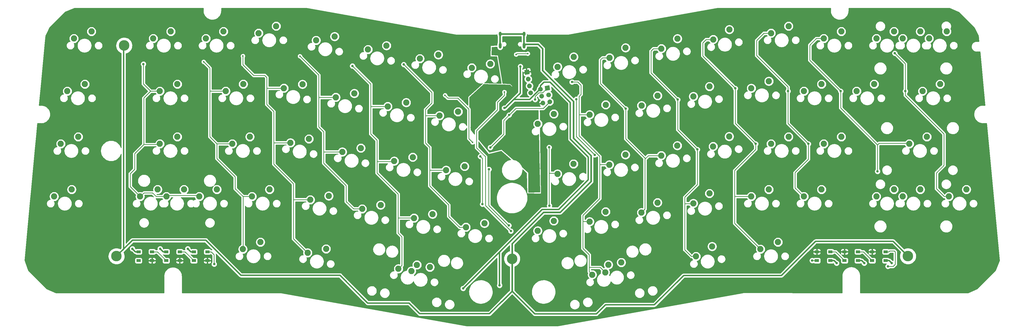
<source format=gbr>
G04 #@! TF.GenerationSoftware,KiCad,Pcbnew,(5.99.0-2612-g32a7d0025-dirty)*
G04 #@! TF.CreationDate,2020-08-10T14:58:58+02:00*
G04 #@! TF.ProjectId,BMEK_Solder,424d454b-5f53-46f6-9c64-65722e6b6963,1*
G04 #@! TF.SameCoordinates,Original*
G04 #@! TF.FileFunction,Copper,L1,Top*
G04 #@! TF.FilePolarity,Positive*
%FSLAX46Y46*%
G04 Gerber Fmt 4.6, Leading zero omitted, Abs format (unit mm)*
G04 Created by KiCad (PCBNEW (5.99.0-2612-g32a7d0025-dirty)) date 2020-08-10 14:58:58*
%MOMM*%
%LPD*%
G01*
G04 APERTURE LIST*
G04 #@! TA.AperFunction,ComponentPad*
%ADD10C,2.250000*%
G04 #@! TD*
G04 #@! TA.AperFunction,SMDPad,CuDef*
%ADD11R,1.500000X1.000000*%
G04 #@! TD*
G04 #@! TA.AperFunction,ComponentPad*
%ADD12C,3.800000*%
G04 #@! TD*
G04 #@! TA.AperFunction,ComponentPad*
%ADD13O,1.000000X1.600000*%
G04 #@! TD*
G04 #@! TA.AperFunction,ComponentPad*
%ADD14O,1.000000X2.100000*%
G04 #@! TD*
G04 #@! TA.AperFunction,ViaPad*
%ADD15C,0.900000*%
G04 #@! TD*
G04 #@! TA.AperFunction,ViaPad*
%ADD16C,0.600000*%
G04 #@! TD*
G04 #@! TA.AperFunction,Conductor*
%ADD17C,0.254000*%
G04 #@! TD*
G04 #@! TA.AperFunction,Conductor*
%ADD18C,0.508000*%
G04 #@! TD*
G04 #@! TA.AperFunction,Conductor*
%ADD19C,0.600000*%
G04 #@! TD*
G04 APERTURE END LIST*
D10*
X164861499Y-53282488D03*
X171556094Y-51883742D03*
X25499552Y-82550000D03*
X31849552Y-80010000D03*
X226246266Y-71060187D03*
X232058729Y-67456109D03*
X157731999Y-32681489D03*
X164426594Y-31282743D03*
X200355266Y-56281588D03*
X206167729Y-52677510D03*
X219095866Y-91664887D03*
X224908329Y-88060809D03*
X117141449Y-102899789D03*
X123836044Y-101501043D03*
X136864999Y-87033689D03*
X143559594Y-85634943D03*
X284703050Y-23459800D03*
X291053050Y-20919800D03*
X341853051Y-25400000D03*
X348203051Y-22860000D03*
X322803250Y-82550000D03*
X329153250Y-80010000D03*
X257579916Y-104222987D03*
X263392379Y-100618909D03*
X118104399Y-83725689D03*
X124798994Y-82326943D03*
X226290966Y-32364488D03*
X232103429Y-28760410D03*
X303753051Y-25400000D03*
X310103051Y-22860000D03*
X277559450Y-82549999D03*
X283909450Y-80009999D03*
X245051567Y-29056487D03*
X250864030Y-25452409D03*
X207485666Y-74368188D03*
X213298129Y-70764110D03*
X303753150Y-63500000D03*
X310103150Y-60960000D03*
X200335266Y-94972888D03*
X206147729Y-91368810D03*
X277559350Y-43389500D03*
X283909350Y-40849500D03*
X334709401Y-63500000D03*
X341059401Y-60960000D03*
X296609450Y-82550000D03*
X302959450Y-80010000D03*
X280867450Y-101600000D03*
X287217450Y-99060000D03*
X219115867Y-52973588D03*
X224928330Y-49369510D03*
X87521250Y-44450000D03*
X93871250Y-41910000D03*
X256637067Y-46357587D03*
X262449530Y-42753509D03*
X263812166Y-25748489D03*
X269624629Y-22144411D03*
X66089900Y-82550000D03*
X72439900Y-80010000D03*
X27880852Y-63500000D03*
X34230852Y-60960000D03*
D11*
X56010000Y-102540000D03*
X56010000Y-105740000D03*
X60910000Y-105740000D03*
X60910000Y-102540000D03*
D10*
X30262152Y-44450000D03*
X36612152Y-41910000D03*
X237856466Y-88356887D03*
X243668929Y-84752809D03*
X315659350Y-44450000D03*
X322009350Y-41910000D03*
X332328200Y-82550000D03*
X338678200Y-80010000D03*
X89902450Y-63500000D03*
X96252450Y-60960000D03*
X97046150Y-82550000D03*
X103396150Y-80010000D03*
D11*
X306162500Y-105740000D03*
X306162500Y-102540000D03*
X301262500Y-102540000D03*
X301262500Y-105740000D03*
D10*
X93738150Y-101600000D03*
X100088150Y-99060000D03*
X296609350Y-44450000D03*
X302959350Y-41910000D03*
X245006866Y-67752188D03*
X250819329Y-64148110D03*
D11*
X76010000Y-102540000D03*
X76010000Y-105740000D03*
X80910000Y-105740000D03*
X80910000Y-102540000D03*
X326162500Y-105740000D03*
X326162500Y-102540000D03*
X321262500Y-102540000D03*
X321262500Y-105740000D03*
D10*
X322803051Y-25400000D03*
X329153051Y-22860000D03*
X174386199Y-93649689D03*
X181080794Y-92250943D03*
X332328051Y-25400000D03*
X338678051Y-22860000D03*
X61327551Y-25400000D03*
X67677551Y-22860000D03*
X154662700Y-109515789D03*
X161357295Y-108117043D03*
X348996950Y-82550000D03*
X355346950Y-80010000D03*
X127340299Y-46666489D03*
X134034894Y-45267743D03*
X129696499Y-66425789D03*
X136391094Y-65027043D03*
X146100899Y-49974489D03*
X152795494Y-48575743D03*
X220058817Y-110838988D03*
X225871280Y-107234910D03*
X155625599Y-90341689D03*
X162320194Y-88942943D03*
X263767466Y-64444187D03*
X269579929Y-60840109D03*
X120210800Y-26065489D03*
X126905395Y-24666743D03*
D11*
X316162500Y-105740000D03*
X316162500Y-102540000D03*
X311262500Y-102540000D03*
X311262500Y-105740000D03*
D10*
X149972553Y-108688789D03*
X156667148Y-107290043D03*
X63708750Y-63500000D03*
X70058750Y-60960000D03*
X99427551Y-23459801D03*
X105777551Y-20919801D03*
X110935899Y-63117789D03*
X117630494Y-61719043D03*
X167217699Y-73041789D03*
X173912294Y-71643043D03*
X224748963Y-110011988D03*
X230561426Y-106407910D03*
X63708750Y-44450000D03*
X70058750Y-41910000D03*
X32643451Y-25400000D03*
X38993451Y-22860000D03*
X56565000Y-82550000D03*
X62915000Y-80010000D03*
X207530367Y-35672488D03*
X213342830Y-32068410D03*
X138971400Y-29373489D03*
X145665995Y-27974743D03*
X108579724Y-43358489D03*
X115274319Y-41959743D03*
X148457099Y-69733789D03*
X155151694Y-68335043D03*
X176492599Y-35989489D03*
X183187194Y-34590743D03*
D12*
X50800000Y-27940000D03*
X48020000Y-104140000D03*
X334200000Y-104140000D03*
X191060000Y-105090000D03*
D10*
X284703150Y-63499999D03*
X291053150Y-60959999D03*
X80377551Y-25400000D03*
X86727551Y-22860000D03*
X256617066Y-85048887D03*
X262429529Y-81444809D03*
X237876467Y-49665587D03*
X243688930Y-46061509D03*
D11*
X66010000Y-102540000D03*
X66010000Y-105740000D03*
X70910000Y-105740000D03*
X70910000Y-102540000D03*
D10*
X339471850Y-44450000D03*
X345821850Y-41910000D03*
X77996250Y-82550000D03*
X84346250Y-80010000D03*
G04 #@! TA.AperFunction,ComponentPad*
G36*
X197161920Y-36582400D02*
G01*
X197457122Y-38256574D01*
X195782948Y-38551776D01*
X195487746Y-36877602D01*
X197161920Y-36582400D01*
G37*
G04 #@! TD.AperFunction*
G04 #@! TA.AperFunction,ComponentPad*
G36*
G01*
X197750587Y-39920899D02*
X197750587Y-39920899D01*
G75*
G02*
X197061101Y-40905587I-837087J-147601D01*
G01*
X197061101Y-40905587D01*
G75*
G02*
X196076413Y-40216101I-147601J837087D01*
G01*
X196076413Y-40216101D01*
G75*
G02*
X196765899Y-39231413I837087J147601D01*
G01*
X196765899Y-39231413D01*
G75*
G02*
X197750587Y-39920899I147601J-837087D01*
G01*
G37*
G04 #@! TD.AperFunction*
G04 #@! TA.AperFunction,ComponentPad*
G36*
G01*
X198191654Y-42422310D02*
X198191654Y-42422310D01*
G75*
G02*
X197502168Y-43406998I-837087J-147601D01*
G01*
X197502168Y-43406998D01*
G75*
G02*
X196517480Y-42717512I-147601J837087D01*
G01*
X196517480Y-42717512D01*
G75*
G02*
X197206966Y-41732824I837087J147601D01*
G01*
X197206966Y-41732824D01*
G75*
G02*
X198191654Y-42422310I147601J-837087D01*
G01*
G37*
G04 #@! TD.AperFunction*
G04 #@! TA.AperFunction,ComponentPad*
G36*
G01*
X198632720Y-44923722D02*
X198632720Y-44923722D01*
G75*
G02*
X197943234Y-45908410I-837087J-147601D01*
G01*
X197943234Y-45908410D01*
G75*
G02*
X196958546Y-45218924I-147601J837087D01*
G01*
X196958546Y-45218924D01*
G75*
G02*
X197648032Y-44234236I837087J147601D01*
G01*
X197648032Y-44234236D01*
G75*
G02*
X198632720Y-44923722I147601J-837087D01*
G01*
G37*
G04 #@! TD.AperFunction*
D13*
X195388500Y-23790000D03*
D14*
X195388500Y-27970000D03*
X186748500Y-27970000D03*
D13*
X186748500Y-23790000D03*
G04 #@! TA.AperFunction,ComponentPad*
G36*
X204524486Y-42322312D02*
G01*
X204819688Y-43996486D01*
X203145514Y-44291688D01*
X202850312Y-42617514D01*
X204524486Y-42322312D01*
G37*
G04 #@! TD.AperFunction*
G04 #@! TA.AperFunction,ComponentPad*
G36*
G01*
X202170675Y-43600465D02*
X202170675Y-43600465D01*
G75*
G02*
X201481189Y-44585153I-837087J-147601D01*
G01*
X201481189Y-44585153D01*
G75*
G02*
X200496501Y-43895667I-147601J837087D01*
G01*
X200496501Y-43895667D01*
G75*
G02*
X201185987Y-42910979I837087J147601D01*
G01*
X201185987Y-42910979D01*
G75*
G02*
X202170675Y-43600465I147601J-837087D01*
G01*
G37*
G04 #@! TD.AperFunction*
G04 #@! TA.AperFunction,ComponentPad*
G36*
G01*
X205113153Y-45660811D02*
X205113153Y-45660811D01*
G75*
G02*
X204423667Y-46645499I-837087J-147601D01*
G01*
X204423667Y-46645499D01*
G75*
G02*
X203438979Y-45956013I-147601J837087D01*
G01*
X203438979Y-45956013D01*
G75*
G02*
X204128465Y-44971325I837087J147601D01*
G01*
X204128465Y-44971325D01*
G75*
G02*
X205113153Y-45660811I147601J-837087D01*
G01*
G37*
G04 #@! TD.AperFunction*
G04 #@! TA.AperFunction,ComponentPad*
G36*
G01*
X202611742Y-46101877D02*
X202611742Y-46101877D01*
G75*
G02*
X201922256Y-47086565I-837087J-147601D01*
G01*
X201922256Y-47086565D01*
G75*
G02*
X200937568Y-46397079I-147601J837087D01*
G01*
X200937568Y-46397079D01*
G75*
G02*
X201627054Y-45412391I837087J147601D01*
G01*
X201627054Y-45412391D01*
G75*
G02*
X202611742Y-46101877I147601J-837087D01*
G01*
G37*
G04 #@! TD.AperFunction*
G04 #@! TA.AperFunction,ComponentPad*
G36*
G01*
X205554220Y-48162222D02*
X205554220Y-48162222D01*
G75*
G02*
X204864734Y-49146910I-837087J-147601D01*
G01*
X204864734Y-49146910D01*
G75*
G02*
X203880046Y-48457424I-147601J837087D01*
G01*
X203880046Y-48457424D01*
G75*
G02*
X204569532Y-47472736I837087J147601D01*
G01*
X204569532Y-47472736D01*
G75*
G02*
X205554220Y-48162222I147601J-837087D01*
G01*
G37*
G04 #@! TD.AperFunction*
G04 #@! TA.AperFunction,ComponentPad*
G36*
G01*
X203052808Y-48603289D02*
X203052808Y-48603289D01*
G75*
G02*
X202363322Y-49587977I-837087J-147601D01*
G01*
X202363322Y-49587977D01*
G75*
G02*
X201378634Y-48898491I-147601J837087D01*
G01*
X201378634Y-48898491D01*
G75*
G02*
X202068120Y-47913803I837087J147601D01*
G01*
X202068120Y-47913803D01*
G75*
G02*
X203052808Y-48603289I147601J-837087D01*
G01*
G37*
G04 #@! TD.AperFunction*
D15*
X220980000Y-67487800D03*
D16*
X166814500Y-45923200D03*
X176771300Y-62966600D03*
D15*
X214299800Y-47345600D03*
X180340000Y-85344000D03*
X179578000Y-68072000D03*
X189890400Y-93014800D03*
X182702200Y-72720200D03*
X57772300Y-34645600D03*
D16*
X79552800Y-33832800D03*
X93726000Y-31750000D03*
X114363500Y-31813500D03*
D15*
X133337300Y-35318700D03*
X151892000Y-34798000D03*
X204470000Y-64770000D03*
X204571600Y-85877400D03*
X212725000Y-41148000D03*
X232156000Y-50800000D03*
X250952000Y-47498000D03*
X258064000Y-65532000D03*
X271780000Y-43434000D03*
X279146000Y-63500000D03*
X298196000Y-63500000D03*
X290830000Y-44450000D03*
X323189600Y-73456800D03*
X309880000Y-44450000D03*
X333248000Y-44450000D03*
X329438000Y-30734000D03*
X200723500Y-72326500D03*
X189484000Y-31800800D03*
X63144400Y-106476800D03*
X186842400Y-57251600D03*
X184429400Y-42494200D03*
X195656200Y-51841400D03*
X196011800Y-29972000D03*
X197815200Y-63957200D03*
X188569600Y-43637200D03*
X183083200Y-27203400D03*
X176466500Y-57658000D03*
X181864000Y-62331600D03*
X185267600Y-30022800D03*
X118795800Y-73279000D03*
X318363600Y-101549200D03*
X182854600Y-51282600D03*
X176212500Y-46990000D03*
X192786000Y-37033200D03*
X123647200Y-77571600D03*
X192786000Y-44069000D03*
X206959200Y-29032200D03*
D16*
X188290200Y-44754800D03*
D15*
X190627000Y-95072200D03*
X318414400Y-106680000D03*
X328371200Y-106680000D03*
X53797200Y-101447600D03*
X188277500Y-50546000D03*
X173380400Y-115798600D03*
X194056000Y-35509200D03*
X308406800Y-106680000D03*
X73812400Y-101447600D03*
X63804800Y-101447600D03*
X186537600Y-114681000D03*
D16*
X196748400Y-30861000D03*
X192506600Y-31165800D03*
D15*
X189992000Y-53086000D03*
X183197500Y-64833500D03*
X299567600Y-105714800D03*
X326974200Y-107797600D03*
X83362800Y-107010200D03*
X199390000Y-47472600D03*
D17*
X171462700Y-46990000D02*
X175387000Y-50914300D01*
X167881300Y-46990000D02*
X171462700Y-46990000D01*
X214299800Y-60807600D02*
X220980000Y-67487800D01*
X166814500Y-45923200D02*
X167881300Y-46990000D01*
X214299800Y-47345600D02*
X214299800Y-60807600D01*
X175387000Y-61582300D02*
X176771300Y-62966600D01*
X175387000Y-50914300D02*
X175387000Y-61582300D01*
X179578000Y-68072000D02*
X180340000Y-68834000D01*
X180340000Y-68834000D02*
X180340000Y-85344000D01*
X182651400Y-85826600D02*
X182651400Y-72771000D01*
X189839600Y-93014800D02*
X182651400Y-85826600D01*
X182651400Y-72771000D02*
X182702200Y-72720200D01*
X189890400Y-93014800D02*
X189839600Y-93014800D01*
X57962800Y-81241900D02*
X61048900Y-81241900D01*
X66370200Y-82169000D02*
X77615250Y-82169000D01*
X54610000Y-72669400D02*
X52997100Y-74282300D01*
X62357000Y-82550000D02*
X66089900Y-82550000D01*
X52997100Y-74282300D02*
X52997100Y-78982100D01*
X57912000Y-46901100D02*
X57912000Y-63754000D01*
X57708800Y-41808400D02*
X60350400Y-44450000D01*
X57912000Y-63754000D02*
X54610000Y-67056000D01*
X60363100Y-44450000D02*
X63708750Y-44450000D01*
X56654700Y-82550000D02*
X57962800Y-81241900D01*
X54610000Y-67056000D02*
X54610000Y-72669400D01*
X52997100Y-78982100D02*
X56565000Y-82550000D01*
X60363100Y-44450000D02*
X57912000Y-46901100D01*
X57912000Y-63754000D02*
X63454750Y-63754000D01*
X57708800Y-34709100D02*
X57708800Y-41808400D01*
X61048900Y-81241900D02*
X62357000Y-82550000D01*
X60350400Y-44450000D02*
X60363100Y-44450000D01*
X57772300Y-34645600D02*
X57708800Y-34709100D01*
X81788000Y-44450000D02*
X81788000Y-60960000D01*
X81788000Y-36068000D02*
X79552800Y-33832800D01*
X93789500Y-82550000D02*
X93789500Y-101548650D01*
X90932000Y-75438000D02*
X90932000Y-79692500D01*
X81788000Y-60960000D02*
X84328000Y-63500000D01*
X90932000Y-79692500D02*
X93789500Y-82550000D01*
X93789500Y-82550000D02*
X97046150Y-82550000D01*
X84328000Y-63500000D02*
X89902450Y-63500000D01*
X81788000Y-36068000D02*
X81788000Y-44450000D01*
X84328000Y-68834000D02*
X90932000Y-75438000D01*
X84328000Y-63500000D02*
X84328000Y-68834000D01*
X81788000Y-44450000D02*
X87521250Y-44450000D01*
X112044811Y-83725689D02*
X112014000Y-83756500D01*
X108579724Y-43358489D02*
X102388089Y-43358489D01*
X97612200Y-38735000D02*
X93726000Y-34848800D01*
X104902000Y-51816000D02*
X104902000Y-63157100D01*
X102362000Y-43332400D02*
X102362000Y-49276000D01*
X102388089Y-43358489D02*
X102362000Y-43332400D01*
X102362000Y-39471600D02*
X102362000Y-43332400D01*
X101625400Y-38735000D02*
X97612200Y-38735000D01*
X110935899Y-63117789D02*
X104941311Y-63117789D01*
X118104399Y-83725689D02*
X112044811Y-83725689D01*
X102362000Y-49276000D02*
X104902000Y-51816000D01*
X102362000Y-39471600D02*
X101625400Y-38735000D01*
X112014000Y-83756500D02*
X112014000Y-97840800D01*
X104902000Y-63157100D02*
X104902000Y-70866000D01*
X112014000Y-97840800D02*
X117072989Y-102899789D01*
X104902000Y-70866000D02*
X112014000Y-77978000D01*
X104941311Y-63117789D02*
X104902000Y-63157100D01*
X112014000Y-77978000D02*
X112014000Y-83756500D01*
X93726000Y-34848800D02*
X93726000Y-31750000D01*
X133731000Y-87033100D02*
X136864410Y-87033100D01*
X131064000Y-84366100D02*
X133731000Y-87033100D01*
X121158000Y-57404000D02*
X121158000Y-46621700D01*
X122936000Y-59182000D02*
X122936000Y-70459600D01*
X121158000Y-38608000D02*
X121158000Y-46621700D01*
X129696499Y-66425789D02*
X123032811Y-66425789D01*
X121202789Y-46666489D02*
X121158000Y-46621700D01*
X127340299Y-46666489D02*
X121202789Y-46666489D01*
X131064000Y-78587600D02*
X131064000Y-84366100D01*
X122936000Y-59182000D02*
X121158000Y-57404000D01*
X122936000Y-70459600D02*
X131064000Y-78587600D01*
X114300000Y-31750000D02*
X121158000Y-38608000D01*
X123032811Y-66425789D02*
X122936000Y-66522600D01*
X142240000Y-62230000D02*
X142240000Y-69926200D01*
X142240000Y-74015600D02*
X149860000Y-81635600D01*
X149860000Y-81635600D02*
X149860000Y-90258900D01*
X139966689Y-49974489D02*
X139954000Y-49961800D01*
X149860000Y-90258900D02*
X149860000Y-95758000D01*
X139954000Y-49961800D02*
X139954000Y-59944000D01*
X151218900Y-97116900D02*
X151218900Y-107442442D01*
X146100899Y-49974489D02*
X139966689Y-49974489D01*
X139954000Y-59944000D02*
X142240000Y-62230000D01*
X151218900Y-107442442D02*
X149972553Y-108688789D01*
X139954000Y-41910000D02*
X139954000Y-49961800D01*
X142240000Y-69926200D02*
X142240000Y-74015600D01*
X142240000Y-69926200D02*
X148264688Y-69926200D01*
X149860000Y-90258900D02*
X155542810Y-90258900D01*
X149860000Y-95758000D02*
X151218900Y-97116900D01*
X133337300Y-35318700D02*
X133362700Y-35318700D01*
X133362700Y-35318700D02*
X139954000Y-41910000D01*
X159766000Y-63246000D02*
X161290000Y-64770000D01*
X162052000Y-48768000D02*
X159766000Y-51054000D01*
X161290000Y-78740000D02*
X168148000Y-85598000D01*
X159766000Y-53365400D02*
X159766000Y-63246000D01*
X167217699Y-73041789D02*
X161336711Y-73041789D01*
X162052000Y-44958000D02*
X151892000Y-34798000D01*
X162052000Y-48768000D02*
X162052000Y-44958000D01*
X159848912Y-53282488D02*
X159766000Y-53365400D01*
X168148000Y-85598000D02*
X168148000Y-89750900D01*
X161290000Y-64770000D02*
X161290000Y-78740000D01*
X172097700Y-93700600D02*
X174335288Y-93700600D01*
X161336711Y-73041789D02*
X161290000Y-73088500D01*
X168148000Y-89750900D02*
X172097700Y-93700600D01*
X159766000Y-51054000D02*
X159766000Y-53365400D01*
X164861499Y-53282488D02*
X159848912Y-53282488D01*
X204470000Y-64770000D02*
X204470000Y-74142600D01*
X204470000Y-74142600D02*
X207260078Y-74142600D01*
X204470000Y-85775800D02*
X204470000Y-74142600D01*
X204571600Y-85877400D02*
X204470000Y-85775800D01*
X222758000Y-83312000D02*
X216662000Y-89408000D01*
X215290400Y-46329600D02*
X215290400Y-52997100D01*
X218948000Y-103632000D02*
X218948000Y-108204000D01*
X214833200Y-41148000D02*
X216001600Y-42316400D01*
X222758000Y-71018400D02*
X226204479Y-71018400D01*
X222940975Y-108204000D02*
X224748963Y-110011988D01*
X216662000Y-101346000D02*
X218948000Y-103632000D01*
X215290400Y-60579000D02*
X222758000Y-68046600D01*
X222758000Y-68046600D02*
X222758000Y-71018400D01*
X222758000Y-71018400D02*
X222758000Y-83312000D01*
X218948000Y-109728171D02*
X220058817Y-110838988D01*
X218948000Y-108204000D02*
X218948000Y-109728171D01*
X218948000Y-108204000D02*
X222940975Y-108204000D01*
X216662000Y-91528900D02*
X218959879Y-91528900D01*
X215290400Y-52997100D02*
X215290400Y-60579000D01*
X216001600Y-42316400D02*
X216001600Y-45618400D01*
X216001600Y-45618400D02*
X215290400Y-46329600D01*
X216662000Y-89408000D02*
X216662000Y-91528900D01*
X212725000Y-41148000D02*
X214833200Y-41148000D01*
X216662000Y-91528900D02*
X216662000Y-101346000D01*
X215290400Y-52997100D02*
X219092355Y-52997100D01*
X223050100Y-33083500D02*
X223769112Y-32364488D01*
X223769112Y-32364488D02*
X226290966Y-32364488D01*
X239115600Y-68986400D02*
X239115600Y-87097753D01*
X232156000Y-50800000D02*
X232156000Y-61722000D01*
X223050100Y-41694100D02*
X223050100Y-33083500D01*
X239115600Y-68986400D02*
X239268000Y-68834000D01*
X239115600Y-87097753D02*
X237856466Y-88356887D01*
X239268000Y-68821300D02*
X240337112Y-67752188D01*
X239268000Y-68834000D02*
X239268000Y-68821300D01*
X240337112Y-67752188D02*
X245006866Y-67752188D01*
X232156000Y-50800000D02*
X223050100Y-41694100D01*
X232156000Y-61722000D02*
X239268000Y-68834000D01*
X253492000Y-101854000D02*
X253530100Y-101854000D01*
X258064000Y-78232000D02*
X258064000Y-65532000D01*
X242152013Y-29056487D02*
X245051567Y-29056487D01*
X250952000Y-58420000D02*
X258064000Y-65532000D01*
X253492000Y-85115400D02*
X256550553Y-85115400D01*
X241300000Y-29908500D02*
X242152013Y-29056487D01*
X250952000Y-47498000D02*
X241300000Y-37846000D01*
X241300000Y-37846000D02*
X241300000Y-29908500D01*
X253530100Y-101854000D02*
X255899087Y-104222987D01*
X250952000Y-47498000D02*
X250952000Y-58420000D01*
X253492000Y-82804000D02*
X253492000Y-85115400D01*
X255899087Y-104222987D02*
X257579916Y-104222987D01*
X253492000Y-82804000D02*
X258064000Y-78232000D01*
X253492000Y-85115400D02*
X253492000Y-101854000D01*
X271526000Y-82499200D02*
X271526000Y-92240100D01*
X271780000Y-43434000D02*
X260019800Y-31673800D01*
X260019800Y-26936700D02*
X261208011Y-25748489D01*
X261208011Y-25748489D02*
X263812166Y-25748489D01*
X271780000Y-56134000D02*
X279146000Y-63500000D01*
X279146000Y-65532000D02*
X271526000Y-73152000D01*
X271526000Y-73152000D02*
X271526000Y-82499200D01*
X271526000Y-82499200D02*
X277508651Y-82499200D01*
X271526000Y-92240100D02*
X280867450Y-101581550D01*
X260019800Y-31673800D02*
X260019800Y-26936700D01*
X279146000Y-63500000D02*
X279146000Y-65532000D01*
X271780000Y-43434000D02*
X271780000Y-56134000D01*
X298196000Y-63500000D02*
X298196000Y-69088000D01*
X290830000Y-44450000D02*
X290830000Y-56134000D01*
X284703050Y-23459800D02*
X282140300Y-23459800D01*
X282140300Y-23459800D02*
X279450800Y-26149300D01*
X298196000Y-69088000D02*
X293370000Y-73914000D01*
X290830000Y-56134000D02*
X298196000Y-63500000D01*
X279450800Y-31546800D02*
X290830000Y-42926000D01*
X293370000Y-79425800D02*
X296494200Y-82550000D01*
X279450800Y-26149300D02*
X279450800Y-31546800D01*
X290830000Y-42926000D02*
X290830000Y-44450000D01*
X293370000Y-73914000D02*
X293370000Y-79425800D01*
X303753051Y-25400000D02*
X301066200Y-25400000D01*
X323786500Y-63258700D02*
X334468101Y-63258700D01*
X309880000Y-50546000D02*
X309880000Y-44450000D01*
X298691300Y-33261300D02*
X309880000Y-44450000D01*
X323189600Y-63855600D02*
X309880000Y-50546000D01*
X323189600Y-63855600D02*
X323786500Y-63258700D01*
X298691300Y-27774900D02*
X298691300Y-33261300D01*
X301066200Y-25400000D02*
X298691300Y-27774900D01*
X323189600Y-63855600D02*
X323189600Y-73456800D01*
X344474800Y-79705200D02*
X347319600Y-82550000D01*
X347218000Y-71272400D02*
X347218000Y-59944000D01*
X333248000Y-34544000D02*
X333248000Y-44450000D01*
X347218000Y-59944000D02*
X333248000Y-45974000D01*
X344474800Y-74015600D02*
X344474800Y-79705200D01*
X347319600Y-82550000D02*
X348996950Y-82550000D01*
X329438000Y-30734000D02*
X333248000Y-34544000D01*
X333248000Y-45974000D02*
X333248000Y-44450000D01*
X344474800Y-74015600D02*
X347218000Y-71272400D01*
X118795800Y-74853800D02*
X118795800Y-73279000D01*
X121513600Y-77571600D02*
X118795800Y-74853800D01*
X123647200Y-77571600D02*
X121513600Y-77571600D01*
D18*
X242519200Y-121716800D02*
X253111000Y-111125000D01*
X128828800Y-111048800D02*
X138861800Y-121081800D01*
X138861800Y-121081800D02*
X153797000Y-121081800D01*
X50596800Y-101574600D02*
X48370465Y-103800935D01*
X191084648Y-116815048D02*
X199263000Y-124993400D01*
X300786800Y-98755200D02*
X328853800Y-98755200D01*
X48023150Y-104139999D02*
X53814349Y-98348800D01*
X93014800Y-111048800D02*
X128828800Y-111048800D01*
D19*
X196011800Y-27482800D02*
X195402200Y-28092400D01*
X213258400Y-48107600D02*
X202082400Y-36931600D01*
D18*
X80314800Y-98348800D02*
X93014800Y-111048800D01*
D19*
X219608400Y-77114400D02*
X219608400Y-67741800D01*
D18*
X153797000Y-121081800D02*
X157683200Y-124968000D01*
X191058352Y-116815048D02*
X191084648Y-116815048D01*
X253111000Y-111125000D02*
X288417000Y-111125000D01*
X182905400Y-124968000D02*
X187452000Y-120421400D01*
X53814349Y-98348800D02*
X80314800Y-98348800D01*
D19*
X219608400Y-67741800D02*
X213258400Y-61391800D01*
X208483200Y-88239600D02*
X219608400Y-77114400D01*
X202082400Y-29108400D02*
X200456800Y-27482800D01*
D18*
X221589600Y-124993400D02*
X224866200Y-121716800D01*
X224866200Y-121716800D02*
X242519200Y-121716800D01*
X328853800Y-98755200D02*
X334200000Y-104101400D01*
D19*
X191058352Y-116815048D02*
X191058352Y-99619248D01*
X200456800Y-27482800D02*
X196011800Y-27482800D01*
D18*
X50596800Y-28299066D02*
X50596800Y-101574600D01*
D19*
X202438000Y-88239600D02*
X208483200Y-88239600D01*
X191058352Y-99619248D02*
X202438000Y-88239600D01*
X202082400Y-36931600D02*
X202082400Y-29108400D01*
D18*
X157683200Y-124968000D02*
X182905400Y-124968000D01*
D19*
X187452000Y-120421400D02*
X191058352Y-116815048D01*
D18*
X288417000Y-111125000D02*
X300786800Y-98755200D01*
D19*
X195353400Y-28043600D02*
X195353400Y-23749000D01*
X186713400Y-23749000D02*
X186713400Y-27967400D01*
X195353400Y-23749000D02*
X186713400Y-23749000D01*
X213258400Y-61391800D02*
X213258400Y-48107600D01*
D18*
X199263000Y-124993400D02*
X221589600Y-124993400D01*
D17*
X178231800Y-64947800D02*
X178231800Y-58699400D01*
X190627000Y-95072200D02*
X190627000Y-95046800D01*
X185775600Y-48488600D02*
X188290200Y-45974000D01*
X188290200Y-45974000D02*
X188290200Y-44754800D01*
X178231800Y-58699400D02*
X185775600Y-51155600D01*
X181432200Y-68148200D02*
X178231800Y-64947800D01*
X181432200Y-85852000D02*
X181432200Y-68148200D01*
X190627000Y-95046800D02*
X181432200Y-85852000D01*
X185775600Y-51155600D02*
X185775600Y-48488600D01*
D18*
X201955400Y-87223600D02*
X207924400Y-87223600D01*
X204774800Y-41224200D02*
X202565000Y-41224200D01*
X186499500Y-102679500D02*
X186499500Y-114642900D01*
X212090000Y-48539400D02*
X204774800Y-41224200D01*
X186499500Y-114642900D02*
X186537600Y-114681000D01*
X212090000Y-61772800D02*
X212090000Y-48539400D01*
X188620400Y-50546000D02*
X188277500Y-50546000D01*
X64897200Y-102540000D02*
X66010000Y-102540000D01*
X194030600Y-45135800D02*
X191719200Y-47447200D01*
X54889600Y-102540000D02*
X56010000Y-102540000D01*
X308406800Y-106680000D02*
X307466800Y-105740000D01*
X173380400Y-115798600D02*
X186499500Y-102679500D01*
X201133334Y-43748066D02*
X197434200Y-47447200D01*
X73812400Y-101447600D02*
X74904800Y-102540000D01*
X197434200Y-47447200D02*
X191719200Y-47447200D01*
X328371200Y-106680000D02*
X327431200Y-105740000D01*
X327431200Y-105740000D02*
X326162500Y-105740000D01*
X218617800Y-76530200D02*
X218617800Y-68300600D01*
X318414400Y-106680000D02*
X317474400Y-105740000D01*
X194030600Y-35534600D02*
X194030600Y-45135800D01*
X201333588Y-42455612D02*
X201333588Y-43748066D01*
X186499500Y-102679500D02*
X201955400Y-87223600D01*
X207924400Y-87223600D02*
X218617800Y-76530200D01*
X74904800Y-102540000D02*
X76010000Y-102540000D01*
X307466800Y-105740000D02*
X306162500Y-105740000D01*
X191719200Y-47447200D02*
X188620400Y-50546000D01*
X202565000Y-41224200D02*
X201333588Y-42455612D01*
X317474400Y-105740000D02*
X316162500Y-105740000D01*
X194056000Y-35509200D02*
X194030600Y-35534600D01*
X63804800Y-101447600D02*
X64897200Y-102540000D01*
X218617800Y-68300600D02*
X212090000Y-61772800D01*
X53797200Y-101447600D02*
X54889600Y-102540000D01*
D17*
X196723000Y-30835600D02*
X196748400Y-30861000D01*
X192506600Y-31165800D02*
X192836800Y-30835600D01*
X192836800Y-30835600D02*
X196723000Y-30835600D01*
X190055500Y-53086000D02*
X192468500Y-50673000D01*
X188010800Y-55067200D02*
X188010800Y-60020200D01*
X189992000Y-53086000D02*
X190055500Y-53086000D01*
X189992000Y-53086000D02*
X188010800Y-55067200D01*
X202374500Y-50673000D02*
X204724000Y-48323500D01*
X192468500Y-50673000D02*
X202374500Y-50673000D01*
X188010800Y-60020200D02*
X183197500Y-64833500D01*
X306162500Y-102540000D02*
X308062500Y-102540000D01*
X308062500Y-102540000D02*
X311262500Y-105740000D01*
X299567600Y-105714800D02*
X301237300Y-105714800D01*
X316162500Y-102540000D02*
X318062500Y-102540000D01*
X318062500Y-102540000D02*
X321262500Y-105740000D01*
X329641200Y-107035600D02*
X329641200Y-102616000D01*
X328879200Y-107797600D02*
X329641200Y-107035600D01*
X326974200Y-107797600D02*
X328879200Y-107797600D01*
X329234800Y-102209600D02*
X327533000Y-102209600D01*
X83286600Y-106934000D02*
X83286600Y-103555800D01*
X327202600Y-102540000D02*
X326162500Y-102540000D01*
X83362800Y-107010200D02*
X83286600Y-106934000D01*
X82270800Y-102540000D02*
X80910000Y-102540000D01*
X83286600Y-103555800D02*
X82270800Y-102540000D01*
X329641200Y-102616000D02*
X329234800Y-102209600D01*
X327533000Y-102209600D02*
X327202600Y-102540000D01*
X70910000Y-102540000D02*
X72810000Y-102540000D01*
X72810000Y-102540000D02*
X76010000Y-105740000D01*
X62810000Y-102540000D02*
X66010000Y-105740000D01*
X60910000Y-102540000D02*
X62810000Y-102540000D01*
X199390000Y-47472600D02*
X199390000Y-46380400D01*
X199390000Y-46380400D02*
X200748900Y-45021500D01*
X202120500Y-45021500D02*
X203835000Y-43307000D01*
X200748900Y-45021500D02*
X202120500Y-45021500D01*
X306198000Y-14476518D02*
X306198001Y-15331454D01*
X306193285Y-15373835D01*
X306192942Y-15383187D01*
X306193361Y-15394318D01*
X306193377Y-15394694D01*
X306203728Y-15631806D01*
X306204755Y-15640713D01*
X306207747Y-15656621D01*
X306207647Y-15673001D01*
X306208283Y-15682333D01*
X306209862Y-15693358D01*
X306209918Y-15693737D01*
X306258739Y-16020416D01*
X306260691Y-16029166D01*
X306266929Y-16050022D01*
X306269473Y-16071840D01*
X306271242Y-16081025D01*
X306274153Y-16091775D01*
X306274254Y-16092143D01*
X306362524Y-16410435D01*
X306365528Y-16418881D01*
X306374258Y-16438817D01*
X306379443Y-16460166D01*
X306382319Y-16469069D01*
X306386520Y-16479385D01*
X306386664Y-16479735D01*
X306513066Y-16784897D01*
X306517077Y-16792915D01*
X306528171Y-16811637D01*
X306535919Y-16832194D01*
X306539855Y-16840674D01*
X306545280Y-16850402D01*
X306545469Y-16850738D01*
X306708122Y-17138224D01*
X306713080Y-17145694D01*
X306726375Y-17162927D01*
X306736566Y-17182379D01*
X306741508Y-17190319D01*
X306748079Y-17199313D01*
X306748306Y-17199621D01*
X306944779Y-17465141D01*
X306950610Y-17471951D01*
X306965910Y-17487440D01*
X306978399Y-17505509D01*
X306984271Y-17512786D01*
X306991888Y-17520911D01*
X306992151Y-17521190D01*
X307219520Y-17760785D01*
X307226138Y-17766833D01*
X307243207Y-17780337D01*
X307257803Y-17796749D01*
X307264518Y-17803256D01*
X307273070Y-17810394D01*
X307273366Y-17810640D01*
X307528240Y-18020740D01*
X307535545Y-18025936D01*
X307554135Y-18037262D01*
X307570621Y-18051770D01*
X307578077Y-18057410D01*
X307587433Y-18063451D01*
X307587758Y-18063660D01*
X307866337Y-18241135D01*
X307874221Y-18245402D01*
X307894053Y-18254377D01*
X307912187Y-18266771D01*
X307920277Y-18271460D01*
X307930300Y-18276316D01*
X307930647Y-18276483D01*
X308228777Y-18418683D01*
X308237122Y-18421958D01*
X308257904Y-18428451D01*
X308277413Y-18438542D01*
X308286020Y-18442213D01*
X308296560Y-18445809D01*
X308296917Y-18445930D01*
X308610153Y-18550738D01*
X308618836Y-18552972D01*
X308640252Y-18556883D01*
X308660836Y-18564518D01*
X308669817Y-18567110D01*
X308680718Y-18569398D01*
X308681098Y-18569477D01*
X309004776Y-18635330D01*
X309013667Y-18636489D01*
X309035398Y-18637761D01*
X309056766Y-18642832D01*
X309066000Y-18644311D01*
X309077099Y-18645252D01*
X309077481Y-18645284D01*
X309406770Y-18671199D01*
X309415734Y-18671266D01*
X309437457Y-18669880D01*
X309459285Y-18672309D01*
X309468627Y-18672652D01*
X309479757Y-18672234D01*
X309480144Y-18672219D01*
X309810139Y-18657811D01*
X309819046Y-18656784D01*
X309840436Y-18652761D01*
X309862401Y-18652512D01*
X309871726Y-18651712D01*
X309882723Y-18649939D01*
X309883094Y-18649878D01*
X310208869Y-18595362D01*
X310217584Y-18593258D01*
X310238320Y-18586660D01*
X310260095Y-18583735D01*
X310269253Y-18581804D01*
X310279952Y-18578705D01*
X310280313Y-18578599D01*
X310597016Y-18484787D01*
X310605410Y-18481636D01*
X310625194Y-18472558D01*
X310646441Y-18467003D01*
X310655289Y-18463974D01*
X310665529Y-18459595D01*
X310665882Y-18459443D01*
X310968794Y-18327733D01*
X310976741Y-18323583D01*
X310995269Y-18312162D01*
X311015686Y-18304058D01*
X311024099Y-18299973D01*
X311033728Y-18294379D01*
X311034059Y-18294185D01*
X311318660Y-18126542D01*
X311326041Y-18121455D01*
X311343043Y-18107859D01*
X311362320Y-18097327D01*
X311370176Y-18092244D01*
X311379052Y-18085517D01*
X311379352Y-18085288D01*
X311641400Y-17884212D01*
X311648107Y-17878263D01*
X311663323Y-17862697D01*
X311681171Y-17849895D01*
X311688347Y-17843895D01*
X311696338Y-17836136D01*
X311696611Y-17835870D01*
X311932202Y-17604356D01*
X311938134Y-17597633D01*
X311951336Y-17580333D01*
X311967493Y-17565450D01*
X311973882Y-17558622D01*
X311980869Y-17549948D01*
X311981109Y-17549648D01*
X312186730Y-17291147D01*
X312191797Y-17283753D01*
X312202794Y-17264972D01*
X312217020Y-17248227D01*
X312222530Y-17240670D01*
X312228407Y-17231209D01*
X312228608Y-17230884D01*
X312401192Y-16949251D01*
X312405322Y-16941293D01*
X312413948Y-16921311D01*
X312426022Y-16902964D01*
X312430570Y-16894792D01*
X312435251Y-16884685D01*
X312435411Y-16884337D01*
X312572387Y-16583770D01*
X312575515Y-16575369D01*
X312581642Y-16554486D01*
X312591394Y-16534796D01*
X312594916Y-16526122D01*
X312598328Y-16515520D01*
X312598441Y-16515164D01*
X312697765Y-16200151D01*
X312699847Y-16191431D01*
X312703384Y-16169951D01*
X312710661Y-16149227D01*
X312713097Y-16140198D01*
X312715194Y-16129259D01*
X312715264Y-16128884D01*
X312775458Y-15804108D01*
X312776461Y-15795200D01*
X312777354Y-15773448D01*
X312782051Y-15751995D01*
X312783369Y-15742738D01*
X312784117Y-15731625D01*
X312784141Y-15731241D01*
X312804306Y-15401549D01*
X312804216Y-15392584D01*
X312800000Y-15340758D01*
X312800000Y-14477000D01*
X349246869Y-14477000D01*
X352571034Y-15901643D01*
X358253944Y-21584554D01*
X359678434Y-24433537D01*
X359858749Y-26417000D01*
X359060151Y-26417000D01*
X359013248Y-26412442D01*
X359003897Y-26412230D01*
X358992774Y-26412804D01*
X358992392Y-26412825D01*
X358841756Y-26421511D01*
X358832865Y-26422662D01*
X358803891Y-26428531D01*
X358774169Y-26430010D01*
X358764888Y-26431166D01*
X358753969Y-26433358D01*
X358753593Y-26433435D01*
X358527916Y-26480170D01*
X358519288Y-26482607D01*
X358482072Y-26496042D01*
X358443329Y-26505023D01*
X358434404Y-26507803D01*
X358424045Y-26511894D01*
X358423686Y-26512037D01*
X358209849Y-26597999D01*
X358201790Y-26601925D01*
X358167539Y-26621740D01*
X358130999Y-26637439D01*
X358122698Y-26641761D01*
X358113228Y-26647623D01*
X358112909Y-26647822D01*
X357917679Y-26770288D01*
X357910442Y-26775580D01*
X357880243Y-26801146D01*
X357847063Y-26823066D01*
X357839665Y-26828783D01*
X357831382Y-26836228D01*
X357831095Y-26836488D01*
X357660634Y-26991597D01*
X357654449Y-26998087D01*
X357629257Y-27028594D01*
X357600481Y-27056044D01*
X357594210Y-27062984D01*
X357587377Y-27071779D01*
X357587143Y-27072081D01*
X357446845Y-27254921D01*
X357441906Y-27262404D01*
X357422513Y-27296891D01*
X357399056Y-27329000D01*
X357394116Y-27336937D01*
X357388947Y-27346802D01*
X357388768Y-27347146D01*
X357283063Y-27551944D01*
X357279527Y-27560183D01*
X357266549Y-27597559D01*
X357249145Y-27633321D01*
X357245687Y-27642010D01*
X357242348Y-27652636D01*
X357242233Y-27653003D01*
X357174469Y-27873281D01*
X357172449Y-27882014D01*
X357166293Y-27921097D01*
X357155498Y-27959375D01*
X357153634Y-27968540D01*
X357152229Y-27979589D01*
X357152182Y-27979968D01*
X357124494Y-28208764D01*
X357124052Y-28217719D01*
X357124916Y-28257277D01*
X357121069Y-28296857D01*
X357120857Y-28306208D01*
X357121431Y-28317331D01*
X357121452Y-28317712D01*
X357134718Y-28547795D01*
X357135869Y-28556685D01*
X357143724Y-28595473D01*
X357146948Y-28635102D01*
X357148393Y-28644334D01*
X357150926Y-28655180D01*
X357151016Y-28655559D01*
X357204818Y-28879661D01*
X357207525Y-28888207D01*
X357222125Y-28924991D01*
X357232316Y-28963425D01*
X357235376Y-28972261D01*
X357239790Y-28982486D01*
X357239943Y-28982838D01*
X357332580Y-29193868D01*
X357336758Y-29201801D01*
X357357638Y-29235410D01*
X357374473Y-29271431D01*
X357379046Y-29279582D01*
X357385201Y-29288865D01*
X357385418Y-29289189D01*
X357513962Y-29480482D01*
X357519478Y-29487549D01*
X357545982Y-29516933D01*
X357568931Y-29549406D01*
X357574881Y-29556624D01*
X357582583Y-29564669D01*
X357582848Y-29564944D01*
X357743232Y-29730446D01*
X357749912Y-29736424D01*
X357781196Y-29760647D01*
X357809539Y-29788548D01*
X357816672Y-29794598D01*
X357825678Y-29801152D01*
X357825988Y-29801376D01*
X358013144Y-29935861D01*
X358020778Y-29940562D01*
X358055858Y-29958863D01*
X358088693Y-29981304D01*
X358096791Y-29985997D01*
X358106815Y-29990852D01*
X358107154Y-29991015D01*
X358315165Y-30090231D01*
X358323510Y-30093506D01*
X358361276Y-30105306D01*
X358397569Y-30121577D01*
X358406366Y-30124761D01*
X358417091Y-30127765D01*
X358417457Y-30127866D01*
X358639753Y-30188679D01*
X358648547Y-30190424D01*
X358687805Y-30195348D01*
X358726400Y-30204936D01*
X358735622Y-30206512D01*
X358746709Y-30207569D01*
X358747088Y-30207604D01*
X358976641Y-30228092D01*
X358985605Y-30228252D01*
X359043802Y-30225152D01*
X360228997Y-30225049D01*
X362016585Y-49531000D01*
X361350537Y-49531000D01*
X361308163Y-49526285D01*
X361298811Y-49525942D01*
X361287681Y-49526361D01*
X361287304Y-49526377D01*
X361050194Y-49536729D01*
X361041287Y-49537756D01*
X361025384Y-49540747D01*
X361009001Y-49540647D01*
X360999670Y-49541283D01*
X360988644Y-49542862D01*
X360988264Y-49542918D01*
X360661585Y-49591740D01*
X360652835Y-49593691D01*
X360631979Y-49599929D01*
X360610160Y-49602473D01*
X360600975Y-49604242D01*
X360590225Y-49607153D01*
X360589858Y-49607254D01*
X360271564Y-49695524D01*
X360263118Y-49698528D01*
X360243182Y-49707259D01*
X360221831Y-49712444D01*
X360212924Y-49715321D01*
X360202609Y-49719522D01*
X360202263Y-49719664D01*
X359897103Y-49846066D01*
X359889085Y-49850076D01*
X359870359Y-49861172D01*
X359849805Y-49868919D01*
X359841326Y-49872855D01*
X359831598Y-49878280D01*
X359831262Y-49878469D01*
X359543776Y-50041122D01*
X359536306Y-50046080D01*
X359519073Y-50059375D01*
X359499621Y-50069566D01*
X359491681Y-50074508D01*
X359482687Y-50081079D01*
X359482379Y-50081306D01*
X359216858Y-50277779D01*
X359210048Y-50283612D01*
X359194564Y-50298908D01*
X359176493Y-50311397D01*
X359169214Y-50317271D01*
X359161089Y-50324888D01*
X359160810Y-50325151D01*
X358921214Y-50552520D01*
X358915165Y-50559139D01*
X358901661Y-50576208D01*
X358885251Y-50590803D01*
X358878744Y-50597518D01*
X358871606Y-50606069D01*
X358871361Y-50606366D01*
X358661259Y-50861241D01*
X358656062Y-50868547D01*
X358644739Y-50887134D01*
X358630227Y-50903622D01*
X358624582Y-50911087D01*
X358618542Y-50920444D01*
X358618338Y-50920762D01*
X358440865Y-51199338D01*
X358436597Y-51207223D01*
X358427621Y-51227056D01*
X358415230Y-51245186D01*
X358410540Y-51253276D01*
X358405684Y-51263300D01*
X358405517Y-51263647D01*
X358263316Y-51561778D01*
X358260042Y-51570123D01*
X358253552Y-51590896D01*
X358243459Y-51610410D01*
X358239788Y-51619019D01*
X358236190Y-51629559D01*
X358236070Y-51629916D01*
X358131263Y-51943153D01*
X358129030Y-51951835D01*
X358125119Y-51973245D01*
X358117480Y-51993841D01*
X358114886Y-52002830D01*
X358112599Y-52013730D01*
X358112522Y-52014102D01*
X358046670Y-52337776D01*
X358045511Y-52346667D01*
X358044239Y-52368398D01*
X358039168Y-52389766D01*
X358037689Y-52399000D01*
X358036748Y-52410099D01*
X358036716Y-52410481D01*
X358010801Y-52739770D01*
X358010734Y-52748734D01*
X358012120Y-52770457D01*
X358009691Y-52792285D01*
X358009348Y-52801627D01*
X358009766Y-52812757D01*
X358009781Y-52813144D01*
X358024189Y-53143139D01*
X358025216Y-53152046D01*
X358029239Y-53173436D01*
X358029488Y-53195401D01*
X358030288Y-53204726D01*
X358032061Y-53215723D01*
X358032122Y-53216094D01*
X358086638Y-53541869D01*
X358088742Y-53550584D01*
X358095340Y-53571320D01*
X358098265Y-53593095D01*
X358100196Y-53602253D01*
X358103295Y-53612952D01*
X358103401Y-53613313D01*
X358197213Y-53930016D01*
X358200364Y-53938410D01*
X358209442Y-53958194D01*
X358214997Y-53979441D01*
X358218026Y-53988289D01*
X358222405Y-53998529D01*
X358222557Y-53998882D01*
X358354267Y-54301794D01*
X358358417Y-54309741D01*
X358369838Y-54328269D01*
X358377942Y-54348686D01*
X358382027Y-54357099D01*
X358387621Y-54366728D01*
X358387815Y-54367059D01*
X358555458Y-54651660D01*
X358560545Y-54659041D01*
X358574141Y-54676043D01*
X358584673Y-54695320D01*
X358589756Y-54703176D01*
X358596483Y-54712052D01*
X358596712Y-54712352D01*
X358797788Y-54974400D01*
X358803737Y-54981107D01*
X358819303Y-54996323D01*
X358832105Y-55014171D01*
X358838105Y-55021347D01*
X358845864Y-55029338D01*
X358846130Y-55029611D01*
X359077644Y-55265202D01*
X359084367Y-55271134D01*
X359101667Y-55284336D01*
X359116550Y-55300493D01*
X359123378Y-55306882D01*
X359132052Y-55313869D01*
X359132352Y-55314109D01*
X359390853Y-55519730D01*
X359398247Y-55524797D01*
X359417028Y-55535794D01*
X359433773Y-55550020D01*
X359441330Y-55555530D01*
X359450791Y-55561407D01*
X359451116Y-55561608D01*
X359732749Y-55734192D01*
X359740707Y-55738322D01*
X359760689Y-55746948D01*
X359779036Y-55759022D01*
X359787208Y-55763570D01*
X359797315Y-55768251D01*
X359797663Y-55768411D01*
X360098230Y-55905387D01*
X360106631Y-55908515D01*
X360127514Y-55914642D01*
X360147204Y-55924394D01*
X360155878Y-55927916D01*
X360166480Y-55931328D01*
X360166836Y-55931441D01*
X360481849Y-56030765D01*
X360490569Y-56032847D01*
X360512049Y-56036384D01*
X360532773Y-56043661D01*
X360541802Y-56046097D01*
X360552741Y-56048194D01*
X360553116Y-56048264D01*
X360877892Y-56108458D01*
X360886800Y-56109461D01*
X360908552Y-56110354D01*
X360930005Y-56115051D01*
X360939262Y-56116369D01*
X360950375Y-56117117D01*
X360950759Y-56117141D01*
X361280451Y-56137306D01*
X361289416Y-56137216D01*
X361341242Y-56133000D01*
X362642475Y-56133000D01*
X367273513Y-105697620D01*
X365854678Y-109244711D01*
X359171936Y-115927454D01*
X355973458Y-117349000D01*
X316991000Y-117349000D01*
X316991000Y-111287537D01*
X316995715Y-111245163D01*
X316996058Y-111235811D01*
X316995639Y-111224681D01*
X316995623Y-111224304D01*
X316985271Y-110987194D01*
X316984244Y-110978287D01*
X316981253Y-110962384D01*
X316981353Y-110946001D01*
X316980717Y-110936670D01*
X316979138Y-110925644D01*
X316979082Y-110925264D01*
X316930260Y-110598585D01*
X316928309Y-110589835D01*
X316922071Y-110568979D01*
X316919527Y-110547160D01*
X316917758Y-110537975D01*
X316914847Y-110527225D01*
X316914746Y-110526858D01*
X316826476Y-110208564D01*
X316823472Y-110200118D01*
X316814741Y-110180182D01*
X316809556Y-110158831D01*
X316806679Y-110149924D01*
X316802478Y-110139609D01*
X316802336Y-110139263D01*
X316675934Y-109834103D01*
X316671924Y-109826085D01*
X316660828Y-109807359D01*
X316653081Y-109786805D01*
X316649145Y-109778326D01*
X316643720Y-109768598D01*
X316643531Y-109768262D01*
X316480878Y-109480776D01*
X316475920Y-109473306D01*
X316462625Y-109456073D01*
X316452434Y-109436621D01*
X316447492Y-109428681D01*
X316440921Y-109419687D01*
X316440694Y-109419379D01*
X316244221Y-109153858D01*
X316238388Y-109147048D01*
X316223092Y-109131564D01*
X316210603Y-109113493D01*
X316204729Y-109106214D01*
X316197112Y-109098089D01*
X316196849Y-109097810D01*
X315969480Y-108858214D01*
X315962861Y-108852165D01*
X315945792Y-108838661D01*
X315931197Y-108822251D01*
X315924482Y-108815744D01*
X315915931Y-108808606D01*
X315915634Y-108808361D01*
X315660759Y-108598259D01*
X315653453Y-108593062D01*
X315634866Y-108581739D01*
X315618378Y-108567227D01*
X315610913Y-108561582D01*
X315601556Y-108555542D01*
X315601238Y-108555338D01*
X315322662Y-108377865D01*
X315314777Y-108373597D01*
X315294944Y-108364621D01*
X315276814Y-108352230D01*
X315268724Y-108347540D01*
X315258700Y-108342684D01*
X315258353Y-108342517D01*
X314960222Y-108200316D01*
X314951877Y-108197042D01*
X314931104Y-108190552D01*
X314911590Y-108180459D01*
X314902981Y-108176788D01*
X314892441Y-108173190D01*
X314892084Y-108173070D01*
X314578847Y-108068263D01*
X314570165Y-108066030D01*
X314548755Y-108062119D01*
X314528159Y-108054480D01*
X314519170Y-108051886D01*
X314508270Y-108049599D01*
X314507898Y-108049522D01*
X314184224Y-107983670D01*
X314175333Y-107982511D01*
X314153602Y-107981239D01*
X314132234Y-107976168D01*
X314123000Y-107974689D01*
X314111901Y-107973748D01*
X314111519Y-107973716D01*
X313782230Y-107947801D01*
X313773266Y-107947734D01*
X313751543Y-107949120D01*
X313729715Y-107946691D01*
X313720373Y-107946348D01*
X313709243Y-107946766D01*
X313708856Y-107946781D01*
X313378861Y-107961189D01*
X313369954Y-107962216D01*
X313348564Y-107966239D01*
X313326598Y-107966488D01*
X313317272Y-107967288D01*
X313306276Y-107969061D01*
X313305906Y-107969122D01*
X312980132Y-108023638D01*
X312971416Y-108025742D01*
X312950681Y-108032340D01*
X312928904Y-108035265D01*
X312919743Y-108037197D01*
X312909045Y-108040297D01*
X312908686Y-108040402D01*
X312591984Y-108134213D01*
X312583590Y-108137364D01*
X312563806Y-108146442D01*
X312542559Y-108151997D01*
X312533711Y-108155026D01*
X312523471Y-108159405D01*
X312523118Y-108159557D01*
X312220206Y-108291267D01*
X312212259Y-108295417D01*
X312193731Y-108306838D01*
X312173314Y-108314942D01*
X312164901Y-108319027D01*
X312155272Y-108324621D01*
X312154941Y-108324815D01*
X311870339Y-108492458D01*
X311862957Y-108497546D01*
X311845958Y-108511141D01*
X311826682Y-108521672D01*
X311818824Y-108526756D01*
X311809948Y-108533483D01*
X311809648Y-108533712D01*
X311547600Y-108734788D01*
X311540893Y-108740737D01*
X311525676Y-108756303D01*
X311507832Y-108769103D01*
X311500661Y-108775098D01*
X311492669Y-108782855D01*
X311492392Y-108783127D01*
X311256798Y-109014645D01*
X311250866Y-109021367D01*
X311237664Y-109038667D01*
X311221507Y-109053550D01*
X311215118Y-109060378D01*
X311208131Y-109069052D01*
X311207891Y-109069352D01*
X311002269Y-109327853D01*
X310997201Y-109335248D01*
X310986202Y-109354033D01*
X310971982Y-109370770D01*
X310966475Y-109378323D01*
X310960597Y-109387783D01*
X310960393Y-109388113D01*
X310787808Y-109669749D01*
X310783678Y-109677707D01*
X310775052Y-109697690D01*
X310762980Y-109716034D01*
X310758433Y-109724202D01*
X310753752Y-109734308D01*
X310753590Y-109734660D01*
X310616613Y-110035231D01*
X310613484Y-110043632D01*
X310607358Y-110064514D01*
X310597606Y-110084203D01*
X310594086Y-110092874D01*
X310590674Y-110103476D01*
X310590559Y-110103834D01*
X310491235Y-110418850D01*
X310489153Y-110427570D01*
X310485616Y-110449049D01*
X310478339Y-110469773D01*
X310475903Y-110478802D01*
X310473806Y-110489741D01*
X310473736Y-110490116D01*
X310413542Y-110814892D01*
X310412539Y-110823800D01*
X310411646Y-110845552D01*
X310406949Y-110867005D01*
X310405631Y-110876262D01*
X310404883Y-110887375D01*
X310404859Y-110887759D01*
X310384694Y-111217451D01*
X310384784Y-111226416D01*
X310389000Y-111278242D01*
X310389001Y-117348810D01*
X274783050Y-117338098D01*
X274768264Y-117336356D01*
X274706819Y-117338075D01*
X274660237Y-117338062D01*
X274651293Y-117338696D01*
X274643164Y-117339858D01*
X274638094Y-117340000D01*
X274628790Y-117340954D01*
X274601633Y-117345793D01*
X274530394Y-117355973D01*
X274513163Y-117361006D01*
X274511166Y-117361913D01*
X207588961Y-129287000D01*
X174680832Y-129287000D01*
X107559749Y-117373054D01*
X107546148Y-117368941D01*
X107485598Y-117359892D01*
X107438886Y-117351601D01*
X107429971Y-117350665D01*
X107422095Y-117350402D01*
X107417349Y-117349693D01*
X107408027Y-117349000D01*
X107380184Y-117349000D01*
X107307905Y-117346583D01*
X107290058Y-117348533D01*
X107288237Y-117349000D01*
X71754000Y-117349000D01*
X71754000Y-111414537D01*
X71758715Y-111372163D01*
X71759058Y-111362811D01*
X71758639Y-111351681D01*
X71758623Y-111351304D01*
X71748271Y-111114194D01*
X71747244Y-111105287D01*
X71744253Y-111089384D01*
X71744353Y-111073001D01*
X71743717Y-111063670D01*
X71742138Y-111052644D01*
X71742082Y-111052264D01*
X71693260Y-110725585D01*
X71691309Y-110716835D01*
X71685071Y-110695979D01*
X71682527Y-110674160D01*
X71680758Y-110664975D01*
X71677847Y-110654225D01*
X71677746Y-110653858D01*
X71589476Y-110335564D01*
X71586472Y-110327118D01*
X71577741Y-110307182D01*
X71572556Y-110285831D01*
X71569679Y-110276924D01*
X71565478Y-110266609D01*
X71565336Y-110266263D01*
X71438934Y-109961103D01*
X71434924Y-109953085D01*
X71423828Y-109934359D01*
X71416081Y-109913805D01*
X71412145Y-109905326D01*
X71406720Y-109895598D01*
X71406531Y-109895262D01*
X71243878Y-109607776D01*
X71238920Y-109600306D01*
X71225625Y-109583073D01*
X71215434Y-109563621D01*
X71210492Y-109555681D01*
X71203921Y-109546687D01*
X71203694Y-109546379D01*
X71007221Y-109280858D01*
X71001388Y-109274048D01*
X70986092Y-109258564D01*
X70973603Y-109240493D01*
X70967729Y-109233214D01*
X70960112Y-109225089D01*
X70959849Y-109224810D01*
X70732480Y-108985214D01*
X70725861Y-108979165D01*
X70708792Y-108965661D01*
X70694197Y-108949251D01*
X70687482Y-108942744D01*
X70678931Y-108935606D01*
X70678634Y-108935361D01*
X70423759Y-108725259D01*
X70416453Y-108720062D01*
X70397866Y-108708739D01*
X70381378Y-108694227D01*
X70373913Y-108688582D01*
X70364556Y-108682542D01*
X70364238Y-108682338D01*
X70085662Y-108504865D01*
X70077777Y-108500597D01*
X70057944Y-108491621D01*
X70039814Y-108479230D01*
X70031724Y-108474540D01*
X70021700Y-108469684D01*
X70021353Y-108469517D01*
X69723222Y-108327316D01*
X69714877Y-108324042D01*
X69694104Y-108317552D01*
X69674590Y-108307459D01*
X69665981Y-108303788D01*
X69655441Y-108300190D01*
X69655084Y-108300070D01*
X69341847Y-108195263D01*
X69333165Y-108193030D01*
X69311755Y-108189119D01*
X69291159Y-108181480D01*
X69282170Y-108178886D01*
X69271270Y-108176599D01*
X69270898Y-108176522D01*
X68947224Y-108110670D01*
X68938333Y-108109511D01*
X68916602Y-108108239D01*
X68895234Y-108103168D01*
X68886000Y-108101689D01*
X68874901Y-108100748D01*
X68874519Y-108100716D01*
X68545230Y-108074801D01*
X68536266Y-108074734D01*
X68514543Y-108076120D01*
X68492715Y-108073691D01*
X68483373Y-108073348D01*
X68472243Y-108073766D01*
X68471856Y-108073781D01*
X68141861Y-108088189D01*
X68132954Y-108089216D01*
X68111564Y-108093239D01*
X68089598Y-108093488D01*
X68080272Y-108094288D01*
X68069276Y-108096061D01*
X68068906Y-108096122D01*
X67743132Y-108150638D01*
X67734416Y-108152742D01*
X67713681Y-108159340D01*
X67691904Y-108162265D01*
X67682743Y-108164197D01*
X67672045Y-108167297D01*
X67671686Y-108167402D01*
X67354984Y-108261213D01*
X67346590Y-108264364D01*
X67326806Y-108273442D01*
X67305559Y-108278997D01*
X67296711Y-108282026D01*
X67286471Y-108286405D01*
X67286118Y-108286557D01*
X66983206Y-108418267D01*
X66975259Y-108422417D01*
X66956731Y-108433838D01*
X66936314Y-108441942D01*
X66927901Y-108446027D01*
X66918272Y-108451621D01*
X66917941Y-108451815D01*
X66633339Y-108619458D01*
X66625957Y-108624546D01*
X66608958Y-108638141D01*
X66589682Y-108648672D01*
X66581824Y-108653756D01*
X66572948Y-108660483D01*
X66572648Y-108660712D01*
X66310600Y-108861788D01*
X66303893Y-108867737D01*
X66288676Y-108883303D01*
X66270832Y-108896103D01*
X66263661Y-108902098D01*
X66255669Y-108909855D01*
X66255392Y-108910127D01*
X66019798Y-109141645D01*
X66013866Y-109148367D01*
X66000664Y-109165667D01*
X65984507Y-109180550D01*
X65978118Y-109187378D01*
X65971131Y-109196052D01*
X65970891Y-109196352D01*
X65765269Y-109454853D01*
X65760201Y-109462248D01*
X65749202Y-109481033D01*
X65734982Y-109497770D01*
X65729475Y-109505323D01*
X65723597Y-109514783D01*
X65723393Y-109515113D01*
X65550808Y-109796749D01*
X65546678Y-109804707D01*
X65538052Y-109824690D01*
X65525980Y-109843034D01*
X65521433Y-109851202D01*
X65516752Y-109861308D01*
X65516590Y-109861660D01*
X65379613Y-110162231D01*
X65376484Y-110170632D01*
X65370358Y-110191514D01*
X65360606Y-110211203D01*
X65357086Y-110219874D01*
X65353674Y-110230476D01*
X65353559Y-110230834D01*
X65254235Y-110545850D01*
X65252153Y-110554570D01*
X65248616Y-110576049D01*
X65241339Y-110596773D01*
X65238903Y-110605802D01*
X65236806Y-110616741D01*
X65236736Y-110617116D01*
X65176542Y-110941892D01*
X65175539Y-110950800D01*
X65174646Y-110972552D01*
X65169949Y-110994005D01*
X65168631Y-111003262D01*
X65167883Y-111014375D01*
X65167859Y-111014759D01*
X65147694Y-111344451D01*
X65147784Y-111353416D01*
X65152000Y-111405242D01*
X65152001Y-117349000D01*
X26165134Y-117349000D01*
X22840972Y-115924361D01*
X16170597Y-109253987D01*
X14868284Y-105583834D01*
X16788821Y-85080802D01*
X22715571Y-85080802D01*
X22733969Y-85325487D01*
X22735666Y-85336024D01*
X22795028Y-85574111D01*
X22798476Y-85584210D01*
X22897103Y-85808892D01*
X22902204Y-85818267D01*
X23037279Y-86023118D01*
X23043886Y-86031498D01*
X23211544Y-86210663D01*
X23219469Y-86217810D01*
X23414918Y-86366165D01*
X23423934Y-86371875D01*
X23641585Y-86485177D01*
X23651434Y-86489287D01*
X23885063Y-86564297D01*
X23895464Y-86566689D01*
X24138391Y-86601263D01*
X24149046Y-86601868D01*
X24394327Y-86595016D01*
X24404932Y-86593817D01*
X24645550Y-86545737D01*
X24655801Y-86542768D01*
X24884879Y-86454834D01*
X24894483Y-86450181D01*
X25105470Y-86324906D01*
X25114153Y-86318701D01*
X25301016Y-86159667D01*
X25308529Y-86152088D01*
X25465925Y-85963845D01*
X25472055Y-85955108D01*
X25595483Y-85743037D01*
X25600052Y-85733392D01*
X25685984Y-85503555D01*
X25688863Y-85493279D01*
X25734899Y-85251952D01*
X25736014Y-85240729D01*
X25738630Y-84968219D01*
X25737731Y-84956977D01*
X25732887Y-84928634D01*
X26681653Y-84928634D01*
X26681653Y-85251366D01*
X26682150Y-85259269D01*
X26722599Y-85579456D01*
X26724083Y-85587236D01*
X26804343Y-85899828D01*
X26806790Y-85907360D01*
X26925596Y-86207428D01*
X26928968Y-86214594D01*
X27084445Y-86497406D01*
X27088688Y-86504092D01*
X27278385Y-86765188D01*
X27283433Y-86771290D01*
X27504359Y-87006551D01*
X27510132Y-87011973D01*
X27758801Y-87217690D01*
X27765208Y-87222345D01*
X28037699Y-87395273D01*
X28044639Y-87399088D01*
X28336655Y-87536500D01*
X28344018Y-87539415D01*
X28650955Y-87639146D01*
X28658625Y-87641115D01*
X28975641Y-87701589D01*
X28983498Y-87702582D01*
X29305592Y-87722846D01*
X29313512Y-87722846D01*
X29635606Y-87702582D01*
X29643463Y-87701589D01*
X29960479Y-87641115D01*
X29968149Y-87639146D01*
X30275086Y-87539415D01*
X30282449Y-87536500D01*
X30574465Y-87399088D01*
X30581405Y-87395273D01*
X30853896Y-87222345D01*
X30860303Y-87217690D01*
X31108972Y-87011973D01*
X31114745Y-87006551D01*
X31335671Y-86771290D01*
X31340719Y-86765188D01*
X31530416Y-86504092D01*
X31534659Y-86497406D01*
X31690136Y-86214594D01*
X31693508Y-86207428D01*
X31812314Y-85907360D01*
X31814761Y-85899828D01*
X31895021Y-85587236D01*
X31896505Y-85579456D01*
X31936954Y-85259269D01*
X31937451Y-85251366D01*
X31937451Y-85080802D01*
X32875571Y-85080802D01*
X32893969Y-85325487D01*
X32895666Y-85336024D01*
X32955028Y-85574111D01*
X32958476Y-85584210D01*
X33057103Y-85808892D01*
X33062204Y-85818267D01*
X33197279Y-86023118D01*
X33203886Y-86031498D01*
X33371544Y-86210663D01*
X33379469Y-86217810D01*
X33574918Y-86366165D01*
X33583934Y-86371875D01*
X33801585Y-86485177D01*
X33811434Y-86489287D01*
X34045063Y-86564297D01*
X34055464Y-86566689D01*
X34298391Y-86601263D01*
X34309046Y-86601868D01*
X34554327Y-86595016D01*
X34564932Y-86593817D01*
X34805550Y-86545737D01*
X34815801Y-86542768D01*
X35044879Y-86454834D01*
X35054483Y-86450181D01*
X35265470Y-86324906D01*
X35274153Y-86318701D01*
X35461016Y-86159667D01*
X35468529Y-86152088D01*
X35625925Y-85963845D01*
X35632055Y-85955108D01*
X35755483Y-85743037D01*
X35760052Y-85733392D01*
X35845984Y-85503555D01*
X35848863Y-85493279D01*
X35894899Y-85251952D01*
X35896014Y-85240729D01*
X35898630Y-84968219D01*
X35897731Y-84956977D01*
X35856337Y-84714811D01*
X35853656Y-84704481D01*
X35772152Y-84473037D01*
X35767768Y-84463306D01*
X35648433Y-84248904D01*
X35642473Y-84240052D01*
X35488720Y-84048820D01*
X35481353Y-84041098D01*
X35297577Y-83878508D01*
X35289015Y-83872137D01*
X35080472Y-83742836D01*
X35070960Y-83737999D01*
X34843613Y-83645682D01*
X34833420Y-83642517D01*
X34593768Y-83589826D01*
X34583188Y-83588424D01*
X34338085Y-83576866D01*
X34327421Y-83577266D01*
X34083874Y-83607169D01*
X34073429Y-83609361D01*
X33838403Y-83679873D01*
X33828478Y-83683793D01*
X33608692Y-83792895D01*
X33599568Y-83798431D01*
X33401307Y-83943006D01*
X33393247Y-83950001D01*
X33222178Y-84125912D01*
X33215411Y-84134165D01*
X33076430Y-84336387D01*
X33071150Y-84345661D01*
X32968227Y-84568407D01*
X32964585Y-84578439D01*
X32900664Y-84815342D01*
X32898765Y-84825844D01*
X32875673Y-85070131D01*
X32875571Y-85080802D01*
X31937451Y-85080802D01*
X31937451Y-84928634D01*
X31936954Y-84920731D01*
X31896505Y-84600544D01*
X31895021Y-84592764D01*
X31814761Y-84280172D01*
X31812314Y-84272640D01*
X31693508Y-83972572D01*
X31690136Y-83965406D01*
X31534659Y-83682594D01*
X31530416Y-83675908D01*
X31340719Y-83414812D01*
X31335671Y-83408710D01*
X31114745Y-83173449D01*
X31108972Y-83168027D01*
X30860303Y-82962310D01*
X30853896Y-82957655D01*
X30581405Y-82784727D01*
X30574465Y-82780912D01*
X30282449Y-82643500D01*
X30275086Y-82640585D01*
X29968149Y-82540854D01*
X29960479Y-82538885D01*
X29643463Y-82478411D01*
X29635606Y-82477418D01*
X29313512Y-82457154D01*
X29305592Y-82457154D01*
X28983498Y-82477418D01*
X28975641Y-82478411D01*
X28658625Y-82538885D01*
X28650955Y-82540854D01*
X28344018Y-82640585D01*
X28336655Y-82643500D01*
X28044639Y-82780912D01*
X28037699Y-82784727D01*
X27765208Y-82957655D01*
X27758801Y-82962310D01*
X27510132Y-83168027D01*
X27504359Y-83173449D01*
X27283433Y-83408710D01*
X27278385Y-83414812D01*
X27088688Y-83675908D01*
X27084445Y-83682594D01*
X26928968Y-83965406D01*
X26925596Y-83972572D01*
X26806790Y-84272640D01*
X26804343Y-84280172D01*
X26724083Y-84592764D01*
X26722599Y-84600544D01*
X26682150Y-84920731D01*
X26681653Y-84928634D01*
X25732887Y-84928634D01*
X25696337Y-84714811D01*
X25693656Y-84704481D01*
X25612152Y-84473037D01*
X25607768Y-84463306D01*
X25521882Y-84308999D01*
X25633022Y-84308999D01*
X25642893Y-84308222D01*
X25906547Y-84266464D01*
X25916175Y-84264153D01*
X26170051Y-84181663D01*
X26179198Y-84177874D01*
X26417044Y-84056685D01*
X26425486Y-84051512D01*
X26641446Y-83894608D01*
X26648975Y-83888178D01*
X26837730Y-83699423D01*
X26844160Y-83691894D01*
X27001064Y-83475934D01*
X27006237Y-83467492D01*
X27127426Y-83229646D01*
X27131215Y-83220499D01*
X27213705Y-82966623D01*
X27216016Y-82956995D01*
X27257774Y-82693341D01*
X27258551Y-82683470D01*
X27258551Y-82416530D01*
X27257774Y-82406659D01*
X27216016Y-82143005D01*
X27213705Y-82133377D01*
X27131215Y-81879501D01*
X27127426Y-81870354D01*
X27006237Y-81632508D01*
X27001064Y-81624066D01*
X26844160Y-81408106D01*
X26837730Y-81400577D01*
X26648975Y-81211822D01*
X26641446Y-81205392D01*
X26425486Y-81048488D01*
X26417044Y-81043315D01*
X26179198Y-80922126D01*
X26170051Y-80918337D01*
X25916175Y-80835847D01*
X25906547Y-80833536D01*
X25642893Y-80791778D01*
X25633022Y-80791001D01*
X25366082Y-80791001D01*
X25356211Y-80791778D01*
X25092557Y-80833536D01*
X25082929Y-80835847D01*
X24829053Y-80918337D01*
X24819906Y-80922126D01*
X24582060Y-81043315D01*
X24573618Y-81048488D01*
X24357658Y-81205392D01*
X24350129Y-81211822D01*
X24161374Y-81400577D01*
X24154944Y-81408106D01*
X23998040Y-81624066D01*
X23992867Y-81632508D01*
X23871678Y-81870354D01*
X23867889Y-81879501D01*
X23785399Y-82133377D01*
X23783088Y-82143005D01*
X23741330Y-82406659D01*
X23740553Y-82416530D01*
X23740553Y-82683470D01*
X23741330Y-82693341D01*
X23783088Y-82956995D01*
X23785399Y-82966623D01*
X23867889Y-83220499D01*
X23871678Y-83229646D01*
X23992867Y-83467492D01*
X23998040Y-83475934D01*
X24079505Y-83588060D01*
X23923874Y-83607169D01*
X23913429Y-83609361D01*
X23678403Y-83679873D01*
X23668478Y-83683793D01*
X23448692Y-83792895D01*
X23439568Y-83798431D01*
X23241307Y-83943006D01*
X23233247Y-83950001D01*
X23062178Y-84125912D01*
X23055411Y-84134165D01*
X22916430Y-84336387D01*
X22911150Y-84345661D01*
X22808227Y-84568407D01*
X22804585Y-84578439D01*
X22740664Y-84815342D01*
X22738765Y-84825844D01*
X22715673Y-85070131D01*
X22715571Y-85080802D01*
X16788821Y-85080802D01*
X17276309Y-79876530D01*
X30090553Y-79876530D01*
X30090553Y-80143470D01*
X30091330Y-80153341D01*
X30133088Y-80416995D01*
X30135399Y-80426623D01*
X30217889Y-80680499D01*
X30221678Y-80689646D01*
X30342867Y-80927492D01*
X30348040Y-80935934D01*
X30504944Y-81151894D01*
X30511374Y-81159423D01*
X30700129Y-81348178D01*
X30707658Y-81354608D01*
X30923618Y-81511512D01*
X30932060Y-81516685D01*
X31169906Y-81637874D01*
X31179053Y-81641663D01*
X31432929Y-81724153D01*
X31442557Y-81726464D01*
X31706211Y-81768222D01*
X31716082Y-81768999D01*
X31983022Y-81768999D01*
X31992893Y-81768222D01*
X32256547Y-81726464D01*
X32266175Y-81724153D01*
X32520051Y-81641663D01*
X32529198Y-81637874D01*
X32767044Y-81516685D01*
X32775486Y-81511512D01*
X32991446Y-81354608D01*
X32998975Y-81348178D01*
X33187730Y-81159423D01*
X33194160Y-81151894D01*
X33351064Y-80935934D01*
X33356237Y-80927492D01*
X33477426Y-80689646D01*
X33481215Y-80680499D01*
X33563705Y-80426623D01*
X33566016Y-80416995D01*
X33607774Y-80153341D01*
X33608551Y-80143470D01*
X33608551Y-79876530D01*
X33607774Y-79866659D01*
X33566016Y-79603005D01*
X33563705Y-79593377D01*
X33481215Y-79339501D01*
X33477426Y-79330354D01*
X33356237Y-79092508D01*
X33351064Y-79084066D01*
X33194160Y-78868106D01*
X33187730Y-78860577D01*
X32998975Y-78671822D01*
X32991446Y-78665392D01*
X32775486Y-78508488D01*
X32767044Y-78503315D01*
X32529198Y-78382126D01*
X32520051Y-78378337D01*
X32266175Y-78295847D01*
X32256547Y-78293536D01*
X31992893Y-78251778D01*
X31983022Y-78251001D01*
X31716082Y-78251001D01*
X31706211Y-78251778D01*
X31442557Y-78293536D01*
X31432929Y-78295847D01*
X31179053Y-78378337D01*
X31169906Y-78382126D01*
X30932060Y-78503315D01*
X30923618Y-78508488D01*
X30707658Y-78665392D01*
X30700129Y-78671822D01*
X30511374Y-78860577D01*
X30504944Y-78868106D01*
X30348040Y-79084066D01*
X30342867Y-79092508D01*
X30221678Y-79330354D01*
X30217889Y-79339501D01*
X30135399Y-79593377D01*
X30133088Y-79603005D01*
X30091330Y-79866659D01*
X30090553Y-79876530D01*
X17276309Y-79876530D01*
X18573251Y-66030802D01*
X25096871Y-66030802D01*
X25115269Y-66275487D01*
X25116966Y-66286024D01*
X25176328Y-66524111D01*
X25179776Y-66534210D01*
X25278403Y-66758892D01*
X25283504Y-66768267D01*
X25418579Y-66973118D01*
X25425186Y-66981498D01*
X25592844Y-67160663D01*
X25600769Y-67167810D01*
X25796218Y-67316165D01*
X25805234Y-67321875D01*
X26022885Y-67435177D01*
X26032734Y-67439287D01*
X26266363Y-67514297D01*
X26276764Y-67516689D01*
X26519691Y-67551263D01*
X26530346Y-67551868D01*
X26775627Y-67545016D01*
X26786232Y-67543817D01*
X27026850Y-67495737D01*
X27037101Y-67492768D01*
X27266179Y-67404834D01*
X27275783Y-67400181D01*
X27486770Y-67274906D01*
X27495453Y-67268701D01*
X27682316Y-67109667D01*
X27689829Y-67102088D01*
X27847225Y-66913845D01*
X27853355Y-66905108D01*
X27976783Y-66693037D01*
X27981352Y-66683392D01*
X28067284Y-66453555D01*
X28070163Y-66443279D01*
X28116199Y-66201952D01*
X28117314Y-66190729D01*
X28119930Y-65918219D01*
X28119031Y-65906977D01*
X28114187Y-65878634D01*
X29062953Y-65878634D01*
X29062953Y-66201366D01*
X29063450Y-66209269D01*
X29103899Y-66529456D01*
X29105383Y-66537236D01*
X29185643Y-66849828D01*
X29188090Y-66857360D01*
X29306896Y-67157428D01*
X29310268Y-67164594D01*
X29465745Y-67447406D01*
X29469988Y-67454092D01*
X29659685Y-67715188D01*
X29664733Y-67721290D01*
X29885659Y-67956551D01*
X29891432Y-67961973D01*
X30140101Y-68167690D01*
X30146508Y-68172345D01*
X30418999Y-68345273D01*
X30425939Y-68349088D01*
X30717955Y-68486500D01*
X30725318Y-68489415D01*
X31032255Y-68589146D01*
X31039925Y-68591115D01*
X31356941Y-68651589D01*
X31364798Y-68652582D01*
X31686892Y-68672846D01*
X31694812Y-68672846D01*
X32016906Y-68652582D01*
X32024763Y-68651589D01*
X32341779Y-68591115D01*
X32349449Y-68589146D01*
X32656386Y-68489415D01*
X32663749Y-68486500D01*
X32955765Y-68349088D01*
X32962705Y-68345273D01*
X33235196Y-68172345D01*
X33241603Y-68167690D01*
X33490272Y-67961973D01*
X33496045Y-67956551D01*
X33716971Y-67721290D01*
X33722019Y-67715188D01*
X33911716Y-67454092D01*
X33915959Y-67447406D01*
X34071436Y-67164594D01*
X34074808Y-67157428D01*
X34193614Y-66857360D01*
X34196061Y-66849828D01*
X34276321Y-66537236D01*
X34277805Y-66529456D01*
X34318254Y-66209269D01*
X34318751Y-66201366D01*
X34318751Y-66030802D01*
X35256871Y-66030802D01*
X35275269Y-66275487D01*
X35276966Y-66286024D01*
X35336328Y-66524111D01*
X35339776Y-66534210D01*
X35438403Y-66758892D01*
X35443504Y-66768267D01*
X35578579Y-66973118D01*
X35585186Y-66981498D01*
X35752844Y-67160663D01*
X35760769Y-67167810D01*
X35956218Y-67316165D01*
X35965234Y-67321875D01*
X36182885Y-67435177D01*
X36192734Y-67439287D01*
X36426363Y-67514297D01*
X36436764Y-67516689D01*
X36679691Y-67551263D01*
X36690346Y-67551868D01*
X36935627Y-67545016D01*
X36946232Y-67543817D01*
X37186850Y-67495737D01*
X37197101Y-67492768D01*
X37426179Y-67404834D01*
X37435783Y-67400181D01*
X37646770Y-67274906D01*
X37655453Y-67268701D01*
X37842316Y-67109667D01*
X37849829Y-67102088D01*
X38007225Y-66913845D01*
X38013355Y-66905108D01*
X38136783Y-66693037D01*
X38141352Y-66683392D01*
X38227284Y-66453555D01*
X38230163Y-66443279D01*
X38276199Y-66201952D01*
X38277314Y-66190729D01*
X38279930Y-65918219D01*
X38279031Y-65906977D01*
X38237637Y-65664811D01*
X38234956Y-65654481D01*
X38153452Y-65423037D01*
X38149068Y-65413306D01*
X38029733Y-65198904D01*
X38023773Y-65190052D01*
X37870020Y-64998820D01*
X37862653Y-64991098D01*
X37678877Y-64828508D01*
X37670315Y-64822137D01*
X37461772Y-64692836D01*
X37452260Y-64687999D01*
X37224913Y-64595682D01*
X37214720Y-64592517D01*
X36975068Y-64539826D01*
X36964488Y-64538424D01*
X36719385Y-64526866D01*
X36708721Y-64527266D01*
X36465174Y-64557169D01*
X36454729Y-64559361D01*
X36219703Y-64629873D01*
X36209778Y-64633793D01*
X35989992Y-64742895D01*
X35980868Y-64748431D01*
X35782607Y-64893006D01*
X35774547Y-64900001D01*
X35603478Y-65075912D01*
X35596711Y-65084165D01*
X35457730Y-65286387D01*
X35452450Y-65295661D01*
X35349527Y-65518407D01*
X35345885Y-65528439D01*
X35281964Y-65765342D01*
X35280065Y-65775844D01*
X35256973Y-66020131D01*
X35256871Y-66030802D01*
X34318751Y-66030802D01*
X34318751Y-65878634D01*
X34318254Y-65870731D01*
X34277805Y-65550544D01*
X34276321Y-65542764D01*
X34196061Y-65230172D01*
X34193614Y-65222640D01*
X34074808Y-64922572D01*
X34071436Y-64915406D01*
X33915959Y-64632594D01*
X33911716Y-64625908D01*
X33722019Y-64364812D01*
X33716971Y-64358710D01*
X33496045Y-64123449D01*
X33490272Y-64118027D01*
X33241603Y-63912310D01*
X33235196Y-63907655D01*
X32962705Y-63734727D01*
X32955765Y-63730912D01*
X32663749Y-63593500D01*
X32656386Y-63590585D01*
X32349449Y-63490854D01*
X32341779Y-63488885D01*
X32024763Y-63428411D01*
X32016906Y-63427418D01*
X31694812Y-63407154D01*
X31686892Y-63407154D01*
X31364798Y-63427418D01*
X31356941Y-63428411D01*
X31039925Y-63488885D01*
X31032255Y-63490854D01*
X30725318Y-63590585D01*
X30717955Y-63593500D01*
X30425939Y-63730912D01*
X30418999Y-63734727D01*
X30146508Y-63907655D01*
X30140101Y-63912310D01*
X29891432Y-64118027D01*
X29885659Y-64123449D01*
X29664733Y-64358710D01*
X29659685Y-64364812D01*
X29469988Y-64625908D01*
X29465745Y-64632594D01*
X29310268Y-64915406D01*
X29306896Y-64922572D01*
X29188090Y-65222640D01*
X29185643Y-65230172D01*
X29105383Y-65542764D01*
X29103899Y-65550544D01*
X29063450Y-65870731D01*
X29062953Y-65878634D01*
X28114187Y-65878634D01*
X28077637Y-65664811D01*
X28074956Y-65654481D01*
X27993452Y-65423037D01*
X27989068Y-65413306D01*
X27903182Y-65258999D01*
X28014322Y-65258999D01*
X28024193Y-65258222D01*
X28287847Y-65216464D01*
X28297475Y-65214153D01*
X28551351Y-65131663D01*
X28560498Y-65127874D01*
X28798344Y-65006685D01*
X28806786Y-65001512D01*
X29022746Y-64844608D01*
X29030275Y-64838178D01*
X29219030Y-64649423D01*
X29225460Y-64641894D01*
X29382364Y-64425934D01*
X29387537Y-64417492D01*
X29508726Y-64179646D01*
X29512515Y-64170499D01*
X29595005Y-63916623D01*
X29597316Y-63906995D01*
X29639074Y-63643341D01*
X29639851Y-63633470D01*
X29639851Y-63366530D01*
X29639074Y-63356659D01*
X29597316Y-63093005D01*
X29595005Y-63083377D01*
X29512515Y-62829501D01*
X29508726Y-62820354D01*
X29387537Y-62582508D01*
X29382364Y-62574066D01*
X29225460Y-62358106D01*
X29219030Y-62350577D01*
X29030275Y-62161822D01*
X29022746Y-62155392D01*
X28806786Y-61998488D01*
X28798344Y-61993315D01*
X28560498Y-61872126D01*
X28551351Y-61868337D01*
X28297475Y-61785847D01*
X28287847Y-61783536D01*
X28024193Y-61741778D01*
X28014322Y-61741001D01*
X27747382Y-61741001D01*
X27737511Y-61741778D01*
X27473857Y-61783536D01*
X27464229Y-61785847D01*
X27210353Y-61868337D01*
X27201206Y-61872126D01*
X26963360Y-61993315D01*
X26954918Y-61998488D01*
X26738958Y-62155392D01*
X26731429Y-62161822D01*
X26542674Y-62350577D01*
X26536244Y-62358106D01*
X26379340Y-62574066D01*
X26374167Y-62582508D01*
X26252978Y-62820354D01*
X26249189Y-62829501D01*
X26166699Y-63083377D01*
X26164388Y-63093005D01*
X26122630Y-63356659D01*
X26121853Y-63366530D01*
X26121853Y-63633470D01*
X26122630Y-63643341D01*
X26164388Y-63906995D01*
X26166699Y-63916623D01*
X26249189Y-64170499D01*
X26252978Y-64179646D01*
X26374167Y-64417492D01*
X26379340Y-64425934D01*
X26460805Y-64538060D01*
X26305174Y-64557169D01*
X26294729Y-64559361D01*
X26059703Y-64629873D01*
X26049778Y-64633793D01*
X25829992Y-64742895D01*
X25820868Y-64748431D01*
X25622607Y-64893006D01*
X25614547Y-64900001D01*
X25443478Y-65075912D01*
X25436711Y-65084165D01*
X25297730Y-65286387D01*
X25292450Y-65295661D01*
X25189527Y-65518407D01*
X25185885Y-65528439D01*
X25121964Y-65765342D01*
X25120065Y-65775844D01*
X25096973Y-66020131D01*
X25096871Y-66030802D01*
X18573251Y-66030802D01*
X19060740Y-60826530D01*
X32471853Y-60826530D01*
X32471853Y-61093470D01*
X32472630Y-61103341D01*
X32514388Y-61366995D01*
X32516699Y-61376623D01*
X32599189Y-61630499D01*
X32602978Y-61639646D01*
X32724167Y-61877492D01*
X32729340Y-61885934D01*
X32886244Y-62101894D01*
X32892674Y-62109423D01*
X33081429Y-62298178D01*
X33088958Y-62304608D01*
X33304918Y-62461512D01*
X33313360Y-62466685D01*
X33551206Y-62587874D01*
X33560353Y-62591663D01*
X33814229Y-62674153D01*
X33823857Y-62676464D01*
X34087511Y-62718222D01*
X34097382Y-62718999D01*
X34364322Y-62718999D01*
X34374193Y-62718222D01*
X34637847Y-62676464D01*
X34647475Y-62674153D01*
X34901351Y-62591663D01*
X34910498Y-62587874D01*
X35148344Y-62466685D01*
X35156786Y-62461512D01*
X35372746Y-62304608D01*
X35380275Y-62298178D01*
X35569030Y-62109423D01*
X35575460Y-62101894D01*
X35732364Y-61885934D01*
X35737537Y-61877492D01*
X35858726Y-61639646D01*
X35862515Y-61630499D01*
X35945005Y-61376623D01*
X35947316Y-61366995D01*
X35989074Y-61103341D01*
X35989851Y-61093470D01*
X35989851Y-60826530D01*
X35989074Y-60816659D01*
X35947316Y-60553005D01*
X35945005Y-60543377D01*
X35862515Y-60289501D01*
X35858726Y-60280354D01*
X35737537Y-60042508D01*
X35732364Y-60034066D01*
X35575460Y-59818106D01*
X35569030Y-59810577D01*
X35380275Y-59621822D01*
X35372746Y-59615392D01*
X35156786Y-59458488D01*
X35148344Y-59453315D01*
X34910498Y-59332126D01*
X34901351Y-59328337D01*
X34647475Y-59245847D01*
X34637847Y-59243536D01*
X34374193Y-59201778D01*
X34364322Y-59201001D01*
X34097382Y-59201001D01*
X34087511Y-59201778D01*
X33823857Y-59243536D01*
X33814229Y-59245847D01*
X33560353Y-59328337D01*
X33551206Y-59332126D01*
X33313360Y-59453315D01*
X33304918Y-59458488D01*
X33088958Y-59615392D01*
X33081429Y-59621822D01*
X32892674Y-59810577D01*
X32886244Y-59818106D01*
X32729340Y-60034066D01*
X32724167Y-60042508D01*
X32602978Y-60280354D01*
X32599189Y-60289501D01*
X32516699Y-60543377D01*
X32514388Y-60553005D01*
X32472630Y-60816659D01*
X32471853Y-60826530D01*
X19060740Y-60826530D01*
X19500388Y-56133000D01*
X20792462Y-56133000D01*
X20834836Y-56137715D01*
X20844188Y-56138058D01*
X20855318Y-56137639D01*
X20855694Y-56137623D01*
X21092806Y-56127272D01*
X21101713Y-56126245D01*
X21117621Y-56123253D01*
X21134001Y-56123353D01*
X21143333Y-56122717D01*
X21154358Y-56121138D01*
X21154737Y-56121082D01*
X21481416Y-56072261D01*
X21490166Y-56070309D01*
X21511022Y-56064071D01*
X21532840Y-56061527D01*
X21542025Y-56059758D01*
X21552775Y-56056847D01*
X21553143Y-56056746D01*
X21871435Y-55968476D01*
X21879881Y-55965472D01*
X21899817Y-55956742D01*
X21921166Y-55951557D01*
X21930069Y-55948681D01*
X21940385Y-55944480D01*
X21940735Y-55944336D01*
X22245897Y-55817934D01*
X22253915Y-55813923D01*
X22272637Y-55802829D01*
X22293194Y-55795081D01*
X22301674Y-55791145D01*
X22311402Y-55785720D01*
X22311738Y-55785531D01*
X22599224Y-55622878D01*
X22606694Y-55617920D01*
X22623927Y-55604625D01*
X22643379Y-55594434D01*
X22651319Y-55589492D01*
X22660313Y-55582921D01*
X22660621Y-55582694D01*
X22926141Y-55386221D01*
X22932951Y-55380390D01*
X22948440Y-55365090D01*
X22966509Y-55352601D01*
X22973786Y-55346729D01*
X22981911Y-55339112D01*
X22982190Y-55338849D01*
X23221785Y-55111480D01*
X23227833Y-55104862D01*
X23241337Y-55087793D01*
X23257749Y-55073197D01*
X23264256Y-55066482D01*
X23271394Y-55057930D01*
X23271640Y-55057634D01*
X23481740Y-54802760D01*
X23486936Y-54795455D01*
X23498262Y-54776865D01*
X23512770Y-54760379D01*
X23518410Y-54752923D01*
X23524451Y-54743567D01*
X23524660Y-54743242D01*
X23702135Y-54464663D01*
X23706402Y-54456779D01*
X23715377Y-54436947D01*
X23727771Y-54418813D01*
X23732460Y-54410723D01*
X23737316Y-54400700D01*
X23737483Y-54400353D01*
X23879683Y-54102223D01*
X23882958Y-54093878D01*
X23889451Y-54073096D01*
X23899542Y-54053587D01*
X23903213Y-54044980D01*
X23906809Y-54034440D01*
X23906930Y-54034083D01*
X24011738Y-53720847D01*
X24013972Y-53712164D01*
X24017883Y-53690748D01*
X24025518Y-53670164D01*
X24028110Y-53661183D01*
X24030398Y-53650282D01*
X24030477Y-53649902D01*
X24096330Y-53326224D01*
X24097489Y-53317333D01*
X24098761Y-53295602D01*
X24103832Y-53274234D01*
X24105311Y-53265000D01*
X24106252Y-53253901D01*
X24106284Y-53253519D01*
X24132199Y-52924230D01*
X24132266Y-52915266D01*
X24130880Y-52893543D01*
X24133309Y-52871715D01*
X24133652Y-52862373D01*
X24133234Y-52851243D01*
X24133219Y-52850856D01*
X24118811Y-52520861D01*
X24117784Y-52511954D01*
X24113761Y-52490564D01*
X24113512Y-52468598D01*
X24112712Y-52459272D01*
X24110939Y-52448276D01*
X24110878Y-52447906D01*
X24056362Y-52122132D01*
X24054258Y-52113416D01*
X24047660Y-52092681D01*
X24044735Y-52070904D01*
X24042803Y-52061743D01*
X24039703Y-52051045D01*
X24039598Y-52050686D01*
X23945787Y-51733984D01*
X23942636Y-51725590D01*
X23933558Y-51705806D01*
X23928003Y-51684559D01*
X23924974Y-51675711D01*
X23920595Y-51665471D01*
X23920443Y-51665118D01*
X23788733Y-51362206D01*
X23784583Y-51354259D01*
X23773162Y-51335731D01*
X23765058Y-51315314D01*
X23760973Y-51306901D01*
X23755379Y-51297272D01*
X23755185Y-51296941D01*
X23587542Y-51012339D01*
X23582454Y-51004957D01*
X23568859Y-50987958D01*
X23558328Y-50968682D01*
X23553244Y-50960824D01*
X23546517Y-50951948D01*
X23546288Y-50951648D01*
X23345212Y-50689600D01*
X23339263Y-50682893D01*
X23323697Y-50667676D01*
X23310897Y-50649832D01*
X23304902Y-50642661D01*
X23297145Y-50634669D01*
X23296873Y-50634392D01*
X23065355Y-50398798D01*
X23058633Y-50392866D01*
X23041333Y-50379664D01*
X23026450Y-50363507D01*
X23019622Y-50357118D01*
X23010948Y-50350131D01*
X23010648Y-50349891D01*
X22752147Y-50144269D01*
X22744752Y-50139201D01*
X22725967Y-50128202D01*
X22709230Y-50113982D01*
X22701677Y-50108475D01*
X22692217Y-50102597D01*
X22691887Y-50102393D01*
X22410251Y-49929808D01*
X22402293Y-49925678D01*
X22382310Y-49917052D01*
X22363966Y-49904980D01*
X22355798Y-49900433D01*
X22345692Y-49895752D01*
X22345340Y-49895590D01*
X22044769Y-49758613D01*
X22036368Y-49755484D01*
X22015486Y-49749358D01*
X21995797Y-49739606D01*
X21987126Y-49736086D01*
X21976524Y-49732674D01*
X21976166Y-49732559D01*
X21661150Y-49633235D01*
X21652430Y-49631153D01*
X21630951Y-49627616D01*
X21610227Y-49620339D01*
X21601198Y-49617903D01*
X21590259Y-49615806D01*
X21589884Y-49615736D01*
X21265108Y-49555542D01*
X21256200Y-49554539D01*
X21234448Y-49553646D01*
X21212995Y-49548949D01*
X21203738Y-49547631D01*
X21192625Y-49546883D01*
X21192241Y-49546859D01*
X20862549Y-49526694D01*
X20853584Y-49526784D01*
X20801758Y-49531000D01*
X20080187Y-49531000D01*
X20322419Y-46980802D01*
X27478171Y-46980802D01*
X27496569Y-47225487D01*
X27498266Y-47236024D01*
X27557628Y-47474111D01*
X27561076Y-47484210D01*
X27659703Y-47708892D01*
X27664804Y-47718267D01*
X27799879Y-47923118D01*
X27806486Y-47931498D01*
X27974144Y-48110663D01*
X27982069Y-48117810D01*
X28177518Y-48266165D01*
X28186534Y-48271875D01*
X28404185Y-48385177D01*
X28414034Y-48389287D01*
X28647663Y-48464297D01*
X28658064Y-48466689D01*
X28900991Y-48501263D01*
X28911646Y-48501868D01*
X29156927Y-48495016D01*
X29167532Y-48493817D01*
X29408150Y-48445737D01*
X29418401Y-48442768D01*
X29647479Y-48354834D01*
X29657083Y-48350181D01*
X29868070Y-48224906D01*
X29876753Y-48218701D01*
X30063616Y-48059667D01*
X30071129Y-48052088D01*
X30228525Y-47863845D01*
X30234655Y-47855108D01*
X30358083Y-47643037D01*
X30362652Y-47633392D01*
X30448584Y-47403555D01*
X30451463Y-47393279D01*
X30497499Y-47151952D01*
X30498614Y-47140729D01*
X30501230Y-46868219D01*
X30500331Y-46856977D01*
X30495487Y-46828634D01*
X31444253Y-46828634D01*
X31444253Y-47151366D01*
X31444750Y-47159269D01*
X31485199Y-47479456D01*
X31486683Y-47487236D01*
X31566943Y-47799828D01*
X31569390Y-47807360D01*
X31688196Y-48107428D01*
X31691568Y-48114594D01*
X31847045Y-48397406D01*
X31851288Y-48404092D01*
X32040985Y-48665188D01*
X32046033Y-48671290D01*
X32266959Y-48906551D01*
X32272732Y-48911973D01*
X32521401Y-49117690D01*
X32527808Y-49122345D01*
X32800299Y-49295273D01*
X32807239Y-49299088D01*
X33099255Y-49436500D01*
X33106618Y-49439415D01*
X33413555Y-49539146D01*
X33421225Y-49541115D01*
X33738241Y-49601589D01*
X33746098Y-49602582D01*
X34068192Y-49622846D01*
X34076112Y-49622846D01*
X34398206Y-49602582D01*
X34406063Y-49601589D01*
X34723079Y-49541115D01*
X34730749Y-49539146D01*
X35037686Y-49439415D01*
X35045049Y-49436500D01*
X35337065Y-49299088D01*
X35344005Y-49295273D01*
X35616496Y-49122345D01*
X35622903Y-49117690D01*
X35871572Y-48911973D01*
X35877345Y-48906551D01*
X36098271Y-48671290D01*
X36103319Y-48665188D01*
X36293016Y-48404092D01*
X36297259Y-48397406D01*
X36452736Y-48114594D01*
X36456108Y-48107428D01*
X36574914Y-47807360D01*
X36577361Y-47799828D01*
X36657621Y-47487236D01*
X36659105Y-47479456D01*
X36699554Y-47159269D01*
X36700051Y-47151366D01*
X36700051Y-46980802D01*
X37638171Y-46980802D01*
X37656569Y-47225487D01*
X37658266Y-47236024D01*
X37717628Y-47474111D01*
X37721076Y-47484210D01*
X37819703Y-47708892D01*
X37824804Y-47718267D01*
X37959879Y-47923118D01*
X37966486Y-47931498D01*
X38134144Y-48110663D01*
X38142069Y-48117810D01*
X38337518Y-48266165D01*
X38346534Y-48271875D01*
X38564185Y-48385177D01*
X38574034Y-48389287D01*
X38807663Y-48464297D01*
X38818064Y-48466689D01*
X39060991Y-48501263D01*
X39071646Y-48501868D01*
X39316927Y-48495016D01*
X39327532Y-48493817D01*
X39568150Y-48445737D01*
X39578401Y-48442768D01*
X39807479Y-48354834D01*
X39817083Y-48350181D01*
X40028070Y-48224906D01*
X40036753Y-48218701D01*
X40223616Y-48059667D01*
X40231129Y-48052088D01*
X40388525Y-47863845D01*
X40394655Y-47855108D01*
X40518083Y-47643037D01*
X40522652Y-47633392D01*
X40608584Y-47403555D01*
X40611463Y-47393279D01*
X40657499Y-47151952D01*
X40658614Y-47140729D01*
X40661230Y-46868219D01*
X40660331Y-46856977D01*
X40618937Y-46614811D01*
X40616256Y-46604481D01*
X40534752Y-46373037D01*
X40530368Y-46363306D01*
X40411033Y-46148904D01*
X40405073Y-46140052D01*
X40251320Y-45948820D01*
X40243953Y-45941098D01*
X40060177Y-45778508D01*
X40051615Y-45772137D01*
X39843072Y-45642836D01*
X39833560Y-45637999D01*
X39606213Y-45545682D01*
X39596020Y-45542517D01*
X39356368Y-45489826D01*
X39345788Y-45488424D01*
X39100685Y-45476866D01*
X39090021Y-45477266D01*
X38846474Y-45507169D01*
X38836029Y-45509361D01*
X38601003Y-45579873D01*
X38591078Y-45583793D01*
X38371292Y-45692895D01*
X38362168Y-45698431D01*
X38163907Y-45843006D01*
X38155847Y-45850001D01*
X37984778Y-46025912D01*
X37978011Y-46034165D01*
X37839030Y-46236387D01*
X37833750Y-46245661D01*
X37730827Y-46468407D01*
X37727185Y-46478439D01*
X37663264Y-46715342D01*
X37661365Y-46725844D01*
X37638273Y-46970131D01*
X37638171Y-46980802D01*
X36700051Y-46980802D01*
X36700051Y-46828634D01*
X36699554Y-46820731D01*
X36659105Y-46500544D01*
X36657621Y-46492764D01*
X36577361Y-46180172D01*
X36574914Y-46172640D01*
X36456108Y-45872572D01*
X36452736Y-45865406D01*
X36297259Y-45582594D01*
X36293016Y-45575908D01*
X36103319Y-45314812D01*
X36098271Y-45308710D01*
X35877345Y-45073449D01*
X35871572Y-45068027D01*
X35622903Y-44862310D01*
X35616496Y-44857655D01*
X35344005Y-44684727D01*
X35337065Y-44680912D01*
X35045049Y-44543500D01*
X35037686Y-44540585D01*
X34730749Y-44440854D01*
X34723079Y-44438885D01*
X34406063Y-44378411D01*
X34398206Y-44377418D01*
X34076112Y-44357154D01*
X34068192Y-44357154D01*
X33746098Y-44377418D01*
X33738241Y-44378411D01*
X33421225Y-44438885D01*
X33413555Y-44440854D01*
X33106618Y-44540585D01*
X33099255Y-44543500D01*
X32807239Y-44680912D01*
X32800299Y-44684727D01*
X32527808Y-44857655D01*
X32521401Y-44862310D01*
X32272732Y-45068027D01*
X32266959Y-45073449D01*
X32046033Y-45308710D01*
X32040985Y-45314812D01*
X31851288Y-45575908D01*
X31847045Y-45582594D01*
X31691568Y-45865406D01*
X31688196Y-45872572D01*
X31569390Y-46172640D01*
X31566943Y-46180172D01*
X31486683Y-46492764D01*
X31485199Y-46500544D01*
X31444750Y-46820731D01*
X31444253Y-46828634D01*
X30495487Y-46828634D01*
X30458937Y-46614811D01*
X30456256Y-46604481D01*
X30374752Y-46373037D01*
X30370368Y-46363306D01*
X30284482Y-46208999D01*
X30395622Y-46208999D01*
X30405493Y-46208222D01*
X30669147Y-46166464D01*
X30678775Y-46164153D01*
X30932651Y-46081663D01*
X30941798Y-46077874D01*
X31179644Y-45956685D01*
X31188086Y-45951512D01*
X31404046Y-45794608D01*
X31411575Y-45788178D01*
X31600330Y-45599423D01*
X31606760Y-45591894D01*
X31763664Y-45375934D01*
X31768837Y-45367492D01*
X31890026Y-45129646D01*
X31893815Y-45120499D01*
X31976305Y-44866623D01*
X31978616Y-44856995D01*
X32020374Y-44593341D01*
X32021151Y-44583470D01*
X32021151Y-44316530D01*
X32020374Y-44306659D01*
X31978616Y-44043005D01*
X31976305Y-44033377D01*
X31893815Y-43779501D01*
X31890026Y-43770354D01*
X31768837Y-43532508D01*
X31763664Y-43524066D01*
X31606760Y-43308106D01*
X31600330Y-43300577D01*
X31411575Y-43111822D01*
X31404046Y-43105392D01*
X31188086Y-42948488D01*
X31179644Y-42943315D01*
X30941798Y-42822126D01*
X30932651Y-42818337D01*
X30678775Y-42735847D01*
X30669147Y-42733536D01*
X30405493Y-42691778D01*
X30395622Y-42691001D01*
X30128682Y-42691001D01*
X30118811Y-42691778D01*
X29855157Y-42733536D01*
X29845529Y-42735847D01*
X29591653Y-42818337D01*
X29582506Y-42822126D01*
X29344660Y-42943315D01*
X29336218Y-42948488D01*
X29120258Y-43105392D01*
X29112729Y-43111822D01*
X28923974Y-43300577D01*
X28917544Y-43308106D01*
X28760640Y-43524066D01*
X28755467Y-43532508D01*
X28634278Y-43770354D01*
X28630489Y-43779501D01*
X28547999Y-44033377D01*
X28545688Y-44043005D01*
X28503930Y-44306659D01*
X28503153Y-44316530D01*
X28503153Y-44583470D01*
X28503930Y-44593341D01*
X28545688Y-44856995D01*
X28547999Y-44866623D01*
X28630489Y-45120499D01*
X28634278Y-45129646D01*
X28755467Y-45367492D01*
X28760640Y-45375934D01*
X28842105Y-45488060D01*
X28686474Y-45507169D01*
X28676029Y-45509361D01*
X28441003Y-45579873D01*
X28431078Y-45583793D01*
X28211292Y-45692895D01*
X28202168Y-45698431D01*
X28003907Y-45843006D01*
X27995847Y-45850001D01*
X27824778Y-46025912D01*
X27818011Y-46034165D01*
X27679030Y-46236387D01*
X27673750Y-46245661D01*
X27570827Y-46468407D01*
X27567185Y-46478439D01*
X27503264Y-46715342D01*
X27501365Y-46725844D01*
X27478273Y-46970131D01*
X27478171Y-46980802D01*
X20322419Y-46980802D01*
X20816749Y-41776530D01*
X34853153Y-41776530D01*
X34853153Y-42043470D01*
X34853930Y-42053341D01*
X34895688Y-42316995D01*
X34897999Y-42326623D01*
X34980489Y-42580499D01*
X34984278Y-42589646D01*
X35105467Y-42827492D01*
X35110640Y-42835934D01*
X35267544Y-43051894D01*
X35273974Y-43059423D01*
X35462729Y-43248178D01*
X35470258Y-43254608D01*
X35686218Y-43411512D01*
X35694660Y-43416685D01*
X35932506Y-43537874D01*
X35941653Y-43541663D01*
X36195529Y-43624153D01*
X36205157Y-43626464D01*
X36468811Y-43668222D01*
X36478682Y-43668999D01*
X36745622Y-43668999D01*
X36755493Y-43668222D01*
X37019147Y-43626464D01*
X37028775Y-43624153D01*
X37282651Y-43541663D01*
X37291798Y-43537874D01*
X37529644Y-43416685D01*
X37538086Y-43411512D01*
X37754046Y-43254608D01*
X37761575Y-43248178D01*
X37950330Y-43059423D01*
X37956760Y-43051894D01*
X38113664Y-42835934D01*
X38118837Y-42827492D01*
X38240026Y-42589646D01*
X38243815Y-42580499D01*
X38326305Y-42326623D01*
X38328616Y-42316995D01*
X38370374Y-42053341D01*
X38371151Y-42043470D01*
X38371151Y-41776530D01*
X38370374Y-41766659D01*
X38328616Y-41503005D01*
X38326305Y-41493377D01*
X38243815Y-41239501D01*
X38240026Y-41230354D01*
X38118837Y-40992508D01*
X38113664Y-40984066D01*
X37956760Y-40768106D01*
X37950330Y-40760577D01*
X37761575Y-40571822D01*
X37754046Y-40565392D01*
X37538086Y-40408488D01*
X37529644Y-40403315D01*
X37291798Y-40282126D01*
X37282651Y-40278337D01*
X37028775Y-40195847D01*
X37019147Y-40193536D01*
X36755493Y-40151778D01*
X36745622Y-40151001D01*
X36478682Y-40151001D01*
X36468811Y-40151778D01*
X36205157Y-40193536D01*
X36195529Y-40195847D01*
X35941653Y-40278337D01*
X35932506Y-40282126D01*
X35694660Y-40403315D01*
X35686218Y-40408488D01*
X35470258Y-40565392D01*
X35462729Y-40571822D01*
X35273974Y-40760577D01*
X35267544Y-40768106D01*
X35110640Y-40984066D01*
X35105467Y-40992508D01*
X34984278Y-41230354D01*
X34980489Y-41239501D01*
X34897999Y-41493377D01*
X34895688Y-41503005D01*
X34853930Y-41766659D01*
X34853153Y-41776530D01*
X20816749Y-41776530D01*
X22131894Y-27930802D01*
X29859470Y-27930802D01*
X29877868Y-28175487D01*
X29879565Y-28186024D01*
X29938927Y-28424111D01*
X29942375Y-28434210D01*
X30041002Y-28658892D01*
X30046103Y-28668267D01*
X30181178Y-28873118D01*
X30187785Y-28881498D01*
X30355443Y-29060663D01*
X30363368Y-29067810D01*
X30558817Y-29216165D01*
X30567833Y-29221875D01*
X30785484Y-29335177D01*
X30795333Y-29339287D01*
X31028962Y-29414297D01*
X31039363Y-29416689D01*
X31282290Y-29451263D01*
X31292945Y-29451868D01*
X31538226Y-29445016D01*
X31548831Y-29443817D01*
X31789449Y-29395737D01*
X31799700Y-29392768D01*
X32028778Y-29304834D01*
X32038382Y-29300181D01*
X32249369Y-29174906D01*
X32258052Y-29168701D01*
X32444915Y-29009667D01*
X32452428Y-29002088D01*
X32609824Y-28813845D01*
X32615954Y-28805108D01*
X32739382Y-28593037D01*
X32743951Y-28583392D01*
X32829883Y-28353555D01*
X32832762Y-28343279D01*
X32878798Y-28101952D01*
X32879913Y-28090729D01*
X32882529Y-27818219D01*
X32881630Y-27806977D01*
X32876786Y-27778634D01*
X33825552Y-27778634D01*
X33825552Y-28101366D01*
X33826049Y-28109269D01*
X33866498Y-28429456D01*
X33867982Y-28437236D01*
X33948242Y-28749828D01*
X33950689Y-28757360D01*
X34069495Y-29057428D01*
X34072867Y-29064594D01*
X34228344Y-29347406D01*
X34232587Y-29354092D01*
X34422284Y-29615188D01*
X34427332Y-29621290D01*
X34648258Y-29856551D01*
X34654031Y-29861973D01*
X34902700Y-30067690D01*
X34909107Y-30072345D01*
X35181598Y-30245273D01*
X35188538Y-30249088D01*
X35480554Y-30386500D01*
X35487917Y-30389415D01*
X35794854Y-30489146D01*
X35802524Y-30491115D01*
X36119540Y-30551589D01*
X36127397Y-30552582D01*
X36449491Y-30572846D01*
X36457411Y-30572846D01*
X36779505Y-30552582D01*
X36787362Y-30551589D01*
X37104378Y-30491115D01*
X37112048Y-30489146D01*
X37418985Y-30389415D01*
X37426348Y-30386500D01*
X37718364Y-30249088D01*
X37725304Y-30245273D01*
X37997795Y-30072345D01*
X38004202Y-30067690D01*
X38252871Y-29861973D01*
X38258644Y-29856551D01*
X38479570Y-29621290D01*
X38484618Y-29615188D01*
X38674315Y-29354092D01*
X38678558Y-29347406D01*
X38834035Y-29064594D01*
X38837407Y-29057428D01*
X38956213Y-28757360D01*
X38958660Y-28749828D01*
X39038920Y-28437236D01*
X39040404Y-28429456D01*
X39080853Y-28109269D01*
X39081350Y-28101366D01*
X39081350Y-27930802D01*
X40019470Y-27930802D01*
X40037868Y-28175487D01*
X40039565Y-28186024D01*
X40098927Y-28424111D01*
X40102375Y-28434210D01*
X40201002Y-28658892D01*
X40206103Y-28668267D01*
X40341178Y-28873118D01*
X40347785Y-28881498D01*
X40515443Y-29060663D01*
X40523368Y-29067810D01*
X40718817Y-29216165D01*
X40727833Y-29221875D01*
X40945484Y-29335177D01*
X40955333Y-29339287D01*
X41188962Y-29414297D01*
X41199363Y-29416689D01*
X41442290Y-29451263D01*
X41452945Y-29451868D01*
X41698226Y-29445016D01*
X41708831Y-29443817D01*
X41949449Y-29395737D01*
X41959700Y-29392768D01*
X42188778Y-29304834D01*
X42198382Y-29300181D01*
X42409369Y-29174906D01*
X42418052Y-29168701D01*
X42604915Y-29009667D01*
X42612428Y-29002088D01*
X42769824Y-28813845D01*
X42775954Y-28805108D01*
X42899382Y-28593037D01*
X42903951Y-28583392D01*
X42989883Y-28353555D01*
X42992762Y-28343279D01*
X43038798Y-28101952D01*
X43039913Y-28090729D01*
X43042529Y-27818219D01*
X43041630Y-27806977D01*
X43000236Y-27564811D01*
X42997555Y-27554481D01*
X42916051Y-27323037D01*
X42911667Y-27313306D01*
X42792332Y-27098904D01*
X42786372Y-27090052D01*
X42632619Y-26898820D01*
X42625252Y-26891098D01*
X42441476Y-26728508D01*
X42432914Y-26722137D01*
X42224371Y-26592836D01*
X42214859Y-26587999D01*
X41987512Y-26495682D01*
X41977319Y-26492517D01*
X41737667Y-26439826D01*
X41727087Y-26438424D01*
X41481984Y-26426866D01*
X41471320Y-26427266D01*
X41227773Y-26457169D01*
X41217328Y-26459361D01*
X40982302Y-26529873D01*
X40972377Y-26533793D01*
X40752591Y-26642895D01*
X40743467Y-26648431D01*
X40545206Y-26793006D01*
X40537146Y-26800001D01*
X40366077Y-26975912D01*
X40359310Y-26984165D01*
X40220329Y-27186387D01*
X40215049Y-27195661D01*
X40112126Y-27418407D01*
X40108484Y-27428439D01*
X40044563Y-27665342D01*
X40042664Y-27675844D01*
X40019572Y-27920131D01*
X40019470Y-27930802D01*
X39081350Y-27930802D01*
X39081350Y-27778634D01*
X39080853Y-27770731D01*
X39040404Y-27450544D01*
X39038920Y-27442764D01*
X38958660Y-27130172D01*
X38956213Y-27122640D01*
X38837407Y-26822572D01*
X38834035Y-26815406D01*
X38678558Y-26532594D01*
X38674315Y-26525908D01*
X38484618Y-26264812D01*
X38479570Y-26258710D01*
X38258644Y-26023449D01*
X38252871Y-26018027D01*
X38004202Y-25812310D01*
X37997795Y-25807655D01*
X37725304Y-25634727D01*
X37718364Y-25630912D01*
X37426348Y-25493500D01*
X37418985Y-25490585D01*
X37112048Y-25390854D01*
X37104378Y-25388885D01*
X36787362Y-25328411D01*
X36779505Y-25327418D01*
X36457411Y-25307154D01*
X36449491Y-25307154D01*
X36127397Y-25327418D01*
X36119540Y-25328411D01*
X35802524Y-25388885D01*
X35794854Y-25390854D01*
X35487917Y-25490585D01*
X35480554Y-25493500D01*
X35188538Y-25630912D01*
X35181598Y-25634727D01*
X34909107Y-25807655D01*
X34902700Y-25812310D01*
X34654031Y-26018027D01*
X34648258Y-26023449D01*
X34427332Y-26258710D01*
X34422284Y-26264812D01*
X34232587Y-26525908D01*
X34228344Y-26532594D01*
X34072867Y-26815406D01*
X34069495Y-26822572D01*
X33950689Y-27122640D01*
X33948242Y-27130172D01*
X33867982Y-27442764D01*
X33866498Y-27450544D01*
X33826049Y-27770731D01*
X33825552Y-27778634D01*
X32876786Y-27778634D01*
X32840236Y-27564811D01*
X32837555Y-27554481D01*
X32756051Y-27323037D01*
X32751667Y-27313306D01*
X32665781Y-27158999D01*
X32776921Y-27158999D01*
X32786792Y-27158222D01*
X33050446Y-27116464D01*
X33060074Y-27114153D01*
X33313950Y-27031663D01*
X33323097Y-27027874D01*
X33560943Y-26906685D01*
X33569385Y-26901512D01*
X33785345Y-26744608D01*
X33792874Y-26738178D01*
X33981629Y-26549423D01*
X33988059Y-26541894D01*
X34144963Y-26325934D01*
X34150136Y-26317492D01*
X34271325Y-26079646D01*
X34275114Y-26070499D01*
X34357604Y-25816623D01*
X34359915Y-25806995D01*
X34401673Y-25543341D01*
X34402450Y-25533470D01*
X34402450Y-25266530D01*
X34401673Y-25256659D01*
X34359915Y-24993005D01*
X34357604Y-24983377D01*
X34275114Y-24729501D01*
X34271325Y-24720354D01*
X34150136Y-24482508D01*
X34144963Y-24474066D01*
X33988059Y-24258106D01*
X33981629Y-24250577D01*
X33792874Y-24061822D01*
X33785345Y-24055392D01*
X33569385Y-23898488D01*
X33560943Y-23893315D01*
X33323097Y-23772126D01*
X33313950Y-23768337D01*
X33060074Y-23685847D01*
X33050446Y-23683536D01*
X32786792Y-23641778D01*
X32776921Y-23641001D01*
X32509981Y-23641001D01*
X32500110Y-23641778D01*
X32236456Y-23683536D01*
X32226828Y-23685847D01*
X31972952Y-23768337D01*
X31963805Y-23772126D01*
X31725959Y-23893315D01*
X31717517Y-23898488D01*
X31501557Y-24055392D01*
X31494028Y-24061822D01*
X31305273Y-24250577D01*
X31298843Y-24258106D01*
X31141939Y-24474066D01*
X31136766Y-24482508D01*
X31015577Y-24720354D01*
X31011788Y-24729501D01*
X30929298Y-24983377D01*
X30926987Y-24993005D01*
X30885229Y-25256659D01*
X30884452Y-25266530D01*
X30884452Y-25533470D01*
X30885229Y-25543341D01*
X30926987Y-25806995D01*
X30929298Y-25816623D01*
X31011788Y-26070499D01*
X31015577Y-26079646D01*
X31136766Y-26317492D01*
X31141939Y-26325934D01*
X31223404Y-26438060D01*
X31067773Y-26457169D01*
X31057328Y-26459361D01*
X30822302Y-26529873D01*
X30812377Y-26533793D01*
X30592591Y-26642895D01*
X30583467Y-26648431D01*
X30385206Y-26793006D01*
X30377146Y-26800001D01*
X30206077Y-26975912D01*
X30199310Y-26984165D01*
X30060329Y-27186387D01*
X30055049Y-27195661D01*
X29952126Y-27418407D01*
X29948484Y-27428439D01*
X29884563Y-27665342D01*
X29882664Y-27675844D01*
X29859572Y-27920131D01*
X29859470Y-27930802D01*
X22131894Y-27930802D01*
X22465020Y-24423691D01*
X23242885Y-22726530D01*
X37234452Y-22726530D01*
X37234452Y-22993470D01*
X37235229Y-23003341D01*
X37276987Y-23266995D01*
X37279298Y-23276623D01*
X37361788Y-23530499D01*
X37365577Y-23539646D01*
X37486766Y-23777492D01*
X37491939Y-23785934D01*
X37648843Y-24001894D01*
X37655273Y-24009423D01*
X37844028Y-24198178D01*
X37851557Y-24204608D01*
X38067517Y-24361512D01*
X38075959Y-24366685D01*
X38313805Y-24487874D01*
X38322952Y-24491663D01*
X38576828Y-24574153D01*
X38586456Y-24576464D01*
X38850110Y-24618222D01*
X38859981Y-24618999D01*
X39126921Y-24618999D01*
X39136792Y-24618222D01*
X39400446Y-24576464D01*
X39410074Y-24574153D01*
X39663950Y-24491663D01*
X39673097Y-24487874D01*
X39910943Y-24366685D01*
X39919385Y-24361512D01*
X40135345Y-24204608D01*
X40142874Y-24198178D01*
X40331629Y-24009423D01*
X40338059Y-24001894D01*
X40494963Y-23785934D01*
X40500136Y-23777492D01*
X40621325Y-23539646D01*
X40625114Y-23530499D01*
X40707604Y-23276623D01*
X40709915Y-23266995D01*
X40751673Y-23003341D01*
X40752450Y-22993470D01*
X40752450Y-22726530D01*
X65918552Y-22726530D01*
X65918552Y-22993470D01*
X65919329Y-23003341D01*
X65961087Y-23266995D01*
X65963398Y-23276623D01*
X66045888Y-23530499D01*
X66049677Y-23539646D01*
X66170866Y-23777492D01*
X66176039Y-23785934D01*
X66332943Y-24001894D01*
X66339373Y-24009423D01*
X66528128Y-24198178D01*
X66535657Y-24204608D01*
X66751617Y-24361512D01*
X66760059Y-24366685D01*
X66997905Y-24487874D01*
X67007052Y-24491663D01*
X67260928Y-24574153D01*
X67270556Y-24576464D01*
X67534210Y-24618222D01*
X67544081Y-24618999D01*
X67811021Y-24618999D01*
X67820892Y-24618222D01*
X68084546Y-24576464D01*
X68094174Y-24574153D01*
X68348050Y-24491663D01*
X68357197Y-24487874D01*
X68595043Y-24366685D01*
X68603485Y-24361512D01*
X68819445Y-24204608D01*
X68826974Y-24198178D01*
X69015729Y-24009423D01*
X69022159Y-24001894D01*
X69179063Y-23785934D01*
X69184236Y-23777492D01*
X69305425Y-23539646D01*
X69309214Y-23530499D01*
X69391704Y-23276623D01*
X69394015Y-23266995D01*
X69435773Y-23003341D01*
X69436550Y-22993470D01*
X69436550Y-22726530D01*
X84968552Y-22726530D01*
X84968552Y-22993470D01*
X84969329Y-23003341D01*
X85011087Y-23266995D01*
X85013398Y-23276623D01*
X85095888Y-23530499D01*
X85099677Y-23539646D01*
X85220866Y-23777492D01*
X85226039Y-23785934D01*
X85382943Y-24001894D01*
X85389373Y-24009423D01*
X85578128Y-24198178D01*
X85585657Y-24204608D01*
X85801617Y-24361512D01*
X85810059Y-24366685D01*
X86047905Y-24487874D01*
X86057052Y-24491663D01*
X86310928Y-24574153D01*
X86320556Y-24576464D01*
X86584210Y-24618222D01*
X86594081Y-24618999D01*
X86861021Y-24618999D01*
X86870892Y-24618222D01*
X87134546Y-24576464D01*
X87144174Y-24574153D01*
X87398050Y-24491663D01*
X87407197Y-24487874D01*
X87645043Y-24366685D01*
X87653485Y-24361512D01*
X87869445Y-24204608D01*
X87876974Y-24198178D01*
X88065729Y-24009423D01*
X88072159Y-24001894D01*
X88229063Y-23785934D01*
X88234236Y-23777492D01*
X88355425Y-23539646D01*
X88359214Y-23530499D01*
X88441704Y-23276623D01*
X88444015Y-23266995D01*
X88485773Y-23003341D01*
X88486550Y-22993470D01*
X88486550Y-22726530D01*
X88485773Y-22716659D01*
X88444015Y-22453005D01*
X88441704Y-22443377D01*
X88359214Y-22189501D01*
X88355425Y-22180354D01*
X88234236Y-21942508D01*
X88229063Y-21934066D01*
X88072159Y-21718106D01*
X88065729Y-21710577D01*
X87876974Y-21521822D01*
X87869445Y-21515392D01*
X87653485Y-21358488D01*
X87645043Y-21353315D01*
X87407197Y-21232126D01*
X87398050Y-21228337D01*
X87144174Y-21145847D01*
X87134546Y-21143536D01*
X86870892Y-21101778D01*
X86861021Y-21101001D01*
X86594081Y-21101001D01*
X86584210Y-21101778D01*
X86320556Y-21143536D01*
X86310928Y-21145847D01*
X86057052Y-21228337D01*
X86047905Y-21232126D01*
X85810059Y-21353315D01*
X85801617Y-21358488D01*
X85585657Y-21515392D01*
X85578128Y-21521822D01*
X85389373Y-21710577D01*
X85382943Y-21718106D01*
X85226039Y-21934066D01*
X85220866Y-21942508D01*
X85099677Y-22180354D01*
X85095888Y-22189501D01*
X85013398Y-22443377D01*
X85011087Y-22453005D01*
X84969329Y-22716659D01*
X84968552Y-22726530D01*
X69436550Y-22726530D01*
X69435773Y-22716659D01*
X69394015Y-22453005D01*
X69391704Y-22443377D01*
X69309214Y-22189501D01*
X69305425Y-22180354D01*
X69184236Y-21942508D01*
X69179063Y-21934066D01*
X69022159Y-21718106D01*
X69015729Y-21710577D01*
X68826974Y-21521822D01*
X68819445Y-21515392D01*
X68603485Y-21358488D01*
X68595043Y-21353315D01*
X68357197Y-21232126D01*
X68348050Y-21228337D01*
X68094174Y-21145847D01*
X68084546Y-21143536D01*
X67820892Y-21101778D01*
X67811021Y-21101001D01*
X67544081Y-21101001D01*
X67534210Y-21101778D01*
X67270556Y-21143536D01*
X67260928Y-21145847D01*
X67007052Y-21228337D01*
X66997905Y-21232126D01*
X66760059Y-21353315D01*
X66751617Y-21358488D01*
X66535657Y-21515392D01*
X66528128Y-21521822D01*
X66339373Y-21710577D01*
X66332943Y-21718106D01*
X66176039Y-21934066D01*
X66170866Y-21942508D01*
X66049677Y-22180354D01*
X66045888Y-22189501D01*
X65963398Y-22443377D01*
X65961087Y-22453005D01*
X65919329Y-22716659D01*
X65918552Y-22726530D01*
X40752450Y-22726530D01*
X40751673Y-22716659D01*
X40709915Y-22453005D01*
X40707604Y-22443377D01*
X40625114Y-22189501D01*
X40621325Y-22180354D01*
X40500136Y-21942508D01*
X40494963Y-21934066D01*
X40338059Y-21718106D01*
X40331629Y-21710577D01*
X40142874Y-21521822D01*
X40135345Y-21515392D01*
X39919385Y-21358488D01*
X39910943Y-21353315D01*
X39673097Y-21232126D01*
X39663950Y-21228337D01*
X39410074Y-21145847D01*
X39400446Y-21143536D01*
X39136792Y-21101778D01*
X39126921Y-21101001D01*
X38859981Y-21101001D01*
X38850110Y-21101778D01*
X38586456Y-21143536D01*
X38576828Y-21145847D01*
X38322952Y-21228337D01*
X38313805Y-21232126D01*
X38075959Y-21353315D01*
X38067517Y-21358488D01*
X37851557Y-21515392D01*
X37844028Y-21521822D01*
X37655273Y-21710577D01*
X37648843Y-21718106D01*
X37491939Y-21934066D01*
X37486766Y-21942508D01*
X37365577Y-22180354D01*
X37361788Y-22189501D01*
X37279298Y-22443377D01*
X37276987Y-22453005D01*
X37235229Y-22716659D01*
X37234452Y-22726530D01*
X23242885Y-22726530D01*
X23769876Y-21576733D01*
X24560278Y-20786331D01*
X104018552Y-20786331D01*
X104018552Y-21053271D01*
X104019329Y-21063142D01*
X104061087Y-21326796D01*
X104063398Y-21336424D01*
X104145888Y-21590300D01*
X104149677Y-21599447D01*
X104270866Y-21837293D01*
X104276039Y-21845735D01*
X104432943Y-22061695D01*
X104439373Y-22069224D01*
X104628128Y-22257979D01*
X104635657Y-22264409D01*
X104851617Y-22421313D01*
X104860059Y-22426486D01*
X105097905Y-22547675D01*
X105107052Y-22551464D01*
X105360928Y-22633954D01*
X105370556Y-22636265D01*
X105634210Y-22678023D01*
X105644081Y-22678800D01*
X105911021Y-22678800D01*
X105920892Y-22678023D01*
X106184546Y-22636265D01*
X106194174Y-22633954D01*
X106448050Y-22551464D01*
X106457197Y-22547675D01*
X106695043Y-22426486D01*
X106703485Y-22421313D01*
X106919445Y-22264409D01*
X106926974Y-22257979D01*
X107115729Y-22069224D01*
X107122159Y-22061695D01*
X107279063Y-21845735D01*
X107284236Y-21837293D01*
X107405425Y-21599447D01*
X107409214Y-21590300D01*
X107491704Y-21336424D01*
X107494015Y-21326796D01*
X107535773Y-21063142D01*
X107536550Y-21053271D01*
X107536550Y-20786331D01*
X107535773Y-20776460D01*
X107494015Y-20512806D01*
X107491704Y-20503178D01*
X107409214Y-20249302D01*
X107405425Y-20240155D01*
X107284236Y-20002309D01*
X107279063Y-19993867D01*
X107122159Y-19777907D01*
X107115729Y-19770378D01*
X106926974Y-19581623D01*
X106919445Y-19575193D01*
X106703485Y-19418289D01*
X106695043Y-19413116D01*
X106457197Y-19291927D01*
X106448050Y-19288138D01*
X106194174Y-19205648D01*
X106184546Y-19203337D01*
X105920892Y-19161579D01*
X105911021Y-19160802D01*
X105644081Y-19160802D01*
X105634210Y-19161579D01*
X105370556Y-19203337D01*
X105360928Y-19205648D01*
X105107052Y-19288138D01*
X105097905Y-19291927D01*
X104860059Y-19413116D01*
X104851617Y-19418289D01*
X104635657Y-19575193D01*
X104628128Y-19581623D01*
X104439373Y-19770378D01*
X104432943Y-19777907D01*
X104276039Y-19993867D01*
X104270866Y-20002309D01*
X104149677Y-20240155D01*
X104145888Y-20249302D01*
X104063398Y-20503178D01*
X104061087Y-20512806D01*
X104019329Y-20776460D01*
X104018552Y-20786331D01*
X24560278Y-20786331D01*
X29564843Y-15781767D01*
X32886071Y-14477000D01*
X79376000Y-14477000D01*
X79376001Y-15331454D01*
X79371285Y-15373835D01*
X79370942Y-15383187D01*
X79371361Y-15394318D01*
X79371377Y-15394694D01*
X79381728Y-15631806D01*
X79382755Y-15640713D01*
X79385747Y-15656621D01*
X79385647Y-15673001D01*
X79386283Y-15682333D01*
X79387862Y-15693358D01*
X79387918Y-15693737D01*
X79436739Y-16020416D01*
X79438691Y-16029166D01*
X79444929Y-16050022D01*
X79447473Y-16071840D01*
X79449242Y-16081025D01*
X79452153Y-16091775D01*
X79452254Y-16092143D01*
X79540524Y-16410435D01*
X79543528Y-16418881D01*
X79552258Y-16438817D01*
X79557443Y-16460166D01*
X79560319Y-16469069D01*
X79564520Y-16479385D01*
X79564664Y-16479735D01*
X79691066Y-16784897D01*
X79695077Y-16792915D01*
X79706171Y-16811637D01*
X79713919Y-16832194D01*
X79717855Y-16840674D01*
X79723280Y-16850402D01*
X79723469Y-16850738D01*
X79886122Y-17138224D01*
X79891080Y-17145694D01*
X79904375Y-17162927D01*
X79914566Y-17182379D01*
X79919508Y-17190319D01*
X79926079Y-17199313D01*
X79926306Y-17199621D01*
X80122779Y-17465141D01*
X80128610Y-17471951D01*
X80143910Y-17487440D01*
X80156399Y-17505509D01*
X80162271Y-17512786D01*
X80169888Y-17520911D01*
X80170151Y-17521190D01*
X80397520Y-17760785D01*
X80404138Y-17766833D01*
X80421207Y-17780337D01*
X80435803Y-17796749D01*
X80442518Y-17803256D01*
X80451070Y-17810394D01*
X80451366Y-17810640D01*
X80706240Y-18020740D01*
X80713545Y-18025936D01*
X80732135Y-18037262D01*
X80748621Y-18051770D01*
X80756077Y-18057410D01*
X80765433Y-18063451D01*
X80765758Y-18063660D01*
X81044337Y-18241135D01*
X81052221Y-18245402D01*
X81072053Y-18254377D01*
X81090187Y-18266771D01*
X81098277Y-18271460D01*
X81108300Y-18276316D01*
X81108647Y-18276483D01*
X81406777Y-18418683D01*
X81415122Y-18421958D01*
X81435904Y-18428451D01*
X81455413Y-18438542D01*
X81464020Y-18442213D01*
X81474560Y-18445809D01*
X81474917Y-18445930D01*
X81788153Y-18550738D01*
X81796836Y-18552972D01*
X81818252Y-18556883D01*
X81838836Y-18564518D01*
X81847817Y-18567110D01*
X81858718Y-18569398D01*
X81859098Y-18569477D01*
X82182776Y-18635330D01*
X82191667Y-18636489D01*
X82213398Y-18637761D01*
X82234766Y-18642832D01*
X82244000Y-18644311D01*
X82255099Y-18645252D01*
X82255481Y-18645284D01*
X82584770Y-18671199D01*
X82593734Y-18671266D01*
X82615457Y-18669880D01*
X82637285Y-18672309D01*
X82646627Y-18672652D01*
X82657757Y-18672234D01*
X82658144Y-18672219D01*
X82988139Y-18657811D01*
X82997046Y-18656784D01*
X83018436Y-18652761D01*
X83040401Y-18652512D01*
X83049726Y-18651712D01*
X83060723Y-18649939D01*
X83061094Y-18649878D01*
X83386869Y-18595362D01*
X83395584Y-18593258D01*
X83416320Y-18586660D01*
X83438095Y-18583735D01*
X83447253Y-18581804D01*
X83457952Y-18578705D01*
X83458313Y-18578599D01*
X83775016Y-18484787D01*
X83783410Y-18481636D01*
X83803194Y-18472558D01*
X83824441Y-18467003D01*
X83833289Y-18463974D01*
X83843529Y-18459595D01*
X83843882Y-18459443D01*
X84146794Y-18327733D01*
X84154741Y-18323583D01*
X84173269Y-18312162D01*
X84193686Y-18304058D01*
X84202099Y-18299973D01*
X84211728Y-18294379D01*
X84212059Y-18294185D01*
X84496660Y-18126542D01*
X84504041Y-18121455D01*
X84521043Y-18107859D01*
X84540320Y-18097327D01*
X84548176Y-18092244D01*
X84557052Y-18085517D01*
X84557352Y-18085288D01*
X84819400Y-17884212D01*
X84826107Y-17878263D01*
X84841323Y-17862697D01*
X84859171Y-17849895D01*
X84866347Y-17843895D01*
X84874338Y-17836136D01*
X84874611Y-17835870D01*
X85110202Y-17604356D01*
X85116134Y-17597633D01*
X85129336Y-17580333D01*
X85145493Y-17565450D01*
X85151882Y-17558622D01*
X85158869Y-17549948D01*
X85159109Y-17549648D01*
X85364730Y-17291147D01*
X85369797Y-17283753D01*
X85380794Y-17264972D01*
X85395020Y-17248227D01*
X85400530Y-17240670D01*
X85406407Y-17231209D01*
X85406608Y-17230884D01*
X85579192Y-16949251D01*
X85583322Y-16941293D01*
X85591948Y-16921311D01*
X85604022Y-16902964D01*
X85608570Y-16894792D01*
X85613251Y-16884685D01*
X85613411Y-16884337D01*
X85750387Y-16583770D01*
X85753515Y-16575369D01*
X85759642Y-16554486D01*
X85769394Y-16534796D01*
X85772916Y-16526122D01*
X85776328Y-16515520D01*
X85776441Y-16515164D01*
X85875765Y-16200151D01*
X85877847Y-16191431D01*
X85881384Y-16169951D01*
X85888661Y-16149227D01*
X85891097Y-16140198D01*
X85893194Y-16129259D01*
X85893264Y-16128884D01*
X85953458Y-15804108D01*
X85954461Y-15795200D01*
X85955354Y-15773448D01*
X85960051Y-15751995D01*
X85961369Y-15742738D01*
X85962117Y-15731625D01*
X85962141Y-15731241D01*
X85982306Y-15401549D01*
X85982216Y-15392584D01*
X85978000Y-15340758D01*
X85978000Y-14477000D01*
X116784025Y-14477000D01*
X170877336Y-24104850D01*
X170891253Y-24109058D01*
X170951912Y-24118124D01*
X170998223Y-24126366D01*
X171007140Y-24127306D01*
X171015176Y-24127578D01*
X171020048Y-24128307D01*
X171029375Y-24129000D01*
X171057090Y-24129000D01*
X171129198Y-24131445D01*
X171147045Y-24129504D01*
X171149014Y-24129000D01*
X185108864Y-24129000D01*
X185133491Y-24133458D01*
X185151431Y-24134119D01*
X185199819Y-24129000D01*
X185206952Y-24129000D01*
X185215894Y-24128363D01*
X185244343Y-24124289D01*
X185313989Y-24116920D01*
X185331391Y-24112521D01*
X185334001Y-24111449D01*
X185336798Y-24111048D01*
X185354026Y-24106009D01*
X185417826Y-24077002D01*
X185482772Y-24050313D01*
X185498546Y-24040961D01*
X185500408Y-24039453D01*
X185502835Y-24038350D01*
X185517959Y-24028678D01*
X185583714Y-23972019D01*
X185599766Y-23959025D01*
X185606578Y-23952620D01*
X185607895Y-23951183D01*
X185614500Y-23945492D01*
X185614500Y-24142819D01*
X185614801Y-24148971D01*
X185630116Y-24305165D01*
X185632510Y-24317255D01*
X185693209Y-24518295D01*
X185697905Y-24529689D01*
X185779400Y-24682959D01*
X185779401Y-26828796D01*
X185704146Y-26965685D01*
X185699290Y-26977013D01*
X185635725Y-27177398D01*
X185633114Y-27189893D01*
X185614845Y-27363711D01*
X185614500Y-27370301D01*
X185614500Y-27822459D01*
X183256535Y-27917730D01*
X183186481Y-27989705D01*
X183134309Y-31902599D01*
X183208316Y-31977600D01*
X185466469Y-31977600D01*
X187149018Y-41627516D01*
X181062831Y-41464285D01*
X181068563Y-41461588D01*
X181075503Y-41457773D01*
X181347994Y-41284845D01*
X181354401Y-41280190D01*
X181603070Y-41074473D01*
X181608843Y-41069051D01*
X181829769Y-40833790D01*
X181834817Y-40827688D01*
X182024514Y-40566592D01*
X182028757Y-40559906D01*
X182184234Y-40277094D01*
X182187606Y-40269928D01*
X182284408Y-40025435D01*
X183292492Y-40025435D01*
X183310890Y-40270120D01*
X183312587Y-40280657D01*
X183371949Y-40518744D01*
X183375397Y-40528843D01*
X183474024Y-40753525D01*
X183479125Y-40762900D01*
X183614200Y-40967751D01*
X183620807Y-40976131D01*
X183788465Y-41155296D01*
X183796390Y-41162443D01*
X183991839Y-41310798D01*
X184000855Y-41316508D01*
X184218506Y-41429810D01*
X184228355Y-41433920D01*
X184461984Y-41508930D01*
X184472385Y-41511322D01*
X184715312Y-41545896D01*
X184725967Y-41546501D01*
X184971248Y-41539649D01*
X184981853Y-41538450D01*
X185222471Y-41490370D01*
X185232722Y-41487401D01*
X185461800Y-41399467D01*
X185471404Y-41394814D01*
X185682391Y-41269539D01*
X185691074Y-41263334D01*
X185877937Y-41104300D01*
X185885450Y-41096721D01*
X186042846Y-40908478D01*
X186048976Y-40899741D01*
X186172404Y-40687670D01*
X186176973Y-40678025D01*
X186262905Y-40448188D01*
X186265784Y-40437912D01*
X186311820Y-40196585D01*
X186312935Y-40185362D01*
X186315551Y-39912852D01*
X186314652Y-39901610D01*
X186273258Y-39659444D01*
X186270577Y-39649114D01*
X186189073Y-39417670D01*
X186184689Y-39407939D01*
X186065354Y-39193537D01*
X186059394Y-39184685D01*
X185905641Y-38993453D01*
X185898274Y-38985731D01*
X185714498Y-38823141D01*
X185705936Y-38816770D01*
X185497393Y-38687469D01*
X185487881Y-38682632D01*
X185260534Y-38590315D01*
X185250341Y-38587150D01*
X185010689Y-38534459D01*
X185000109Y-38533057D01*
X184755006Y-38521499D01*
X184744342Y-38521899D01*
X184500795Y-38551802D01*
X184490350Y-38553994D01*
X184255324Y-38624506D01*
X184245399Y-38628426D01*
X184025613Y-38737528D01*
X184016489Y-38743064D01*
X183818228Y-38887639D01*
X183810168Y-38894634D01*
X183639099Y-39070545D01*
X183632332Y-39078798D01*
X183493351Y-39281020D01*
X183488071Y-39290294D01*
X183385148Y-39513040D01*
X183381506Y-39523072D01*
X183317585Y-39759975D01*
X183315686Y-39770477D01*
X183292594Y-40014764D01*
X183292492Y-40025435D01*
X182284408Y-40025435D01*
X182306412Y-39969860D01*
X182308859Y-39962328D01*
X182389119Y-39649736D01*
X182390603Y-39641956D01*
X182431052Y-39321769D01*
X182431549Y-39313866D01*
X182431549Y-38991134D01*
X182431052Y-38983231D01*
X182390603Y-38663044D01*
X182389119Y-38655264D01*
X182308859Y-38342672D01*
X182306412Y-38335140D01*
X182187606Y-38035072D01*
X182184234Y-38027906D01*
X182028757Y-37745094D01*
X182024514Y-37738408D01*
X181834817Y-37477312D01*
X181829769Y-37471210D01*
X181608843Y-37235949D01*
X181603070Y-37230527D01*
X181354401Y-37024810D01*
X181347994Y-37020155D01*
X181075503Y-36847227D01*
X181068563Y-36843412D01*
X180776547Y-36706000D01*
X180769184Y-36703085D01*
X180462247Y-36603354D01*
X180454577Y-36601385D01*
X180137561Y-36540911D01*
X180129704Y-36539918D01*
X179807610Y-36519654D01*
X179799690Y-36519654D01*
X179477596Y-36539918D01*
X179469739Y-36540911D01*
X179152723Y-36601385D01*
X179145053Y-36603354D01*
X178838116Y-36703085D01*
X178830753Y-36706000D01*
X178538737Y-36843412D01*
X178531797Y-36847227D01*
X178259306Y-37020155D01*
X178252899Y-37024810D01*
X178004230Y-37230527D01*
X177998457Y-37235949D01*
X177777531Y-37471210D01*
X177772483Y-37477312D01*
X177582786Y-37738408D01*
X177578543Y-37745094D01*
X177423066Y-38027906D01*
X177419694Y-38035072D01*
X177300888Y-38335140D01*
X177298441Y-38342672D01*
X177218181Y-38655264D01*
X177216697Y-38663044D01*
X177176248Y-38983231D01*
X177175751Y-38991134D01*
X177175751Y-39313866D01*
X177176248Y-39321769D01*
X177216697Y-39641956D01*
X177218181Y-39649736D01*
X177298441Y-39962328D01*
X177300888Y-39969860D01*
X177419694Y-40269928D01*
X177423066Y-40277094D01*
X177578543Y-40559906D01*
X177582786Y-40566592D01*
X177772483Y-40827688D01*
X177777531Y-40833790D01*
X177998457Y-41069051D01*
X178004230Y-41074473D01*
X178252899Y-41280190D01*
X178259306Y-41284845D01*
X178531797Y-41457773D01*
X178538737Y-41461588D01*
X178830753Y-41599000D01*
X178838116Y-41601915D01*
X179145053Y-41701646D01*
X179152723Y-41703615D01*
X179469739Y-41764089D01*
X179477596Y-41765082D01*
X179799690Y-41785346D01*
X179807610Y-41785346D01*
X180129704Y-41765082D01*
X180137561Y-41764089D01*
X180315669Y-41730113D01*
X175079410Y-46457291D01*
X175057681Y-46506478D01*
X175071174Y-49522258D01*
X172079112Y-46530198D01*
X172079107Y-46530191D01*
X171922680Y-46373764D01*
X171906634Y-46362106D01*
X171861547Y-46339133D01*
X171820616Y-46309394D01*
X171802944Y-46300389D01*
X171754826Y-46284755D01*
X171709739Y-46261782D01*
X171690876Y-46255653D01*
X171640893Y-46247737D01*
X171592778Y-46232103D01*
X171573189Y-46229001D01*
X171517891Y-46229001D01*
X171517879Y-46229000D01*
X168196516Y-46229000D01*
X167743044Y-45775529D01*
X167682065Y-45557131D01*
X167675243Y-45541364D01*
X167551663Y-45337310D01*
X167540852Y-45323959D01*
X167366950Y-45160655D01*
X167352947Y-45150703D01*
X167141536Y-45040180D01*
X167125372Y-45034360D01*
X166892028Y-44984761D01*
X166874894Y-44983503D01*
X166636806Y-44998483D01*
X166619966Y-45001879D01*
X166394678Y-45080333D01*
X166379371Y-45088132D01*
X166183480Y-45224279D01*
X166170834Y-45235908D01*
X166018771Y-45419720D01*
X166009718Y-45434321D01*
X165912687Y-45652254D01*
X165907894Y-45668752D01*
X165873046Y-45904750D01*
X165872866Y-45921929D01*
X165902765Y-46158606D01*
X165907212Y-46175200D01*
X165999656Y-46395117D01*
X166008401Y-46409905D01*
X166156581Y-46596861D01*
X166168981Y-46608752D01*
X166361977Y-46748973D01*
X166377118Y-46757091D01*
X166600714Y-46840246D01*
X166617480Y-46843993D01*
X166662891Y-46847807D01*
X167421321Y-47606237D01*
X167437366Y-47617894D01*
X167482444Y-47640862D01*
X167523382Y-47670606D01*
X167541054Y-47679610D01*
X167589179Y-47695247D01*
X167634262Y-47718218D01*
X167653123Y-47724347D01*
X167703108Y-47732264D01*
X167751222Y-47747897D01*
X167770810Y-47750999D01*
X167826109Y-47750999D01*
X167826121Y-47751000D01*
X171147486Y-47751000D01*
X174626000Y-51229516D01*
X174626001Y-56903844D01*
X174557973Y-56710669D01*
X174553589Y-56700938D01*
X174434254Y-56486536D01*
X174428294Y-56477684D01*
X174274541Y-56286452D01*
X174267174Y-56278730D01*
X174083398Y-56116140D01*
X174074836Y-56109769D01*
X173866293Y-55980468D01*
X173856781Y-55975631D01*
X173629434Y-55883314D01*
X173619241Y-55880149D01*
X173379589Y-55827458D01*
X173369009Y-55826056D01*
X173123906Y-55814498D01*
X173113242Y-55814898D01*
X172869695Y-55844801D01*
X172859250Y-55846993D01*
X172624224Y-55917505D01*
X172614299Y-55921425D01*
X172394513Y-56030527D01*
X172385389Y-56036063D01*
X172187128Y-56180638D01*
X172179068Y-56187633D01*
X172007999Y-56363544D01*
X172001232Y-56371797D01*
X171862251Y-56574019D01*
X171856971Y-56583293D01*
X171754048Y-56806039D01*
X171750406Y-56816071D01*
X171686485Y-57052974D01*
X171684586Y-57063476D01*
X171661494Y-57307763D01*
X171661392Y-57318434D01*
X171679790Y-57563119D01*
X171681487Y-57573656D01*
X171740849Y-57811743D01*
X171744297Y-57821842D01*
X171842924Y-58046524D01*
X171848025Y-58055899D01*
X171983100Y-58260750D01*
X171989707Y-58269130D01*
X172157365Y-58448295D01*
X172165290Y-58455442D01*
X172360739Y-58603797D01*
X172369755Y-58609507D01*
X172587406Y-58722809D01*
X172597255Y-58726919D01*
X172830884Y-58801929D01*
X172841285Y-58804321D01*
X173084212Y-58838895D01*
X173094867Y-58839500D01*
X173340148Y-58832648D01*
X173350753Y-58831449D01*
X173591371Y-58783369D01*
X173601622Y-58780400D01*
X173830700Y-58692466D01*
X173840304Y-58687813D01*
X174051291Y-58562538D01*
X174059974Y-58556333D01*
X174246837Y-58397299D01*
X174254350Y-58389720D01*
X174411746Y-58201477D01*
X174417876Y-58192740D01*
X174541304Y-57980669D01*
X174545873Y-57971024D01*
X174626001Y-57756712D01*
X174626001Y-61692789D01*
X174629103Y-61712378D01*
X174644739Y-61760499D01*
X174652654Y-61810477D01*
X174658783Y-61829340D01*
X174681753Y-61874418D01*
X174697389Y-61922543D01*
X174706393Y-61940215D01*
X174736138Y-61981156D01*
X174759108Y-62026235D01*
X174770765Y-62042280D01*
X174813556Y-62085070D01*
X175849310Y-63120825D01*
X175859565Y-63202006D01*
X175864012Y-63218600D01*
X175956456Y-63438517D01*
X175965201Y-63453305D01*
X176113381Y-63640261D01*
X176125781Y-63652152D01*
X176318777Y-63792373D01*
X176333918Y-63800491D01*
X176557514Y-63883646D01*
X176574280Y-63887393D01*
X176812001Y-63907355D01*
X176829157Y-63906456D01*
X177063490Y-63861755D01*
X177079772Y-63856275D01*
X177293451Y-63750204D01*
X177307660Y-63740548D01*
X177470800Y-63593655D01*
X177470800Y-65002978D01*
X177470801Y-65002990D01*
X177470801Y-65058289D01*
X177473903Y-65077877D01*
X177489536Y-65125991D01*
X177497453Y-65175976D01*
X177503582Y-65194837D01*
X177526553Y-65239920D01*
X177542190Y-65288045D01*
X177551194Y-65305717D01*
X177580938Y-65346655D01*
X177603906Y-65391733D01*
X177615563Y-65407778D01*
X177771990Y-65564206D01*
X177771997Y-65564211D01*
X179241372Y-67033586D01*
X179233134Y-67036263D01*
X178999777Y-67146072D01*
X178986391Y-67154567D01*
X178787674Y-67318960D01*
X178776821Y-67330518D01*
X178625230Y-67539164D01*
X178617592Y-67553058D01*
X178522653Y-67792849D01*
X178518710Y-67808205D01*
X178486386Y-68064073D01*
X178486386Y-68079927D01*
X178518710Y-68335795D01*
X178522653Y-68351151D01*
X178617592Y-68590942D01*
X178625230Y-68604836D01*
X178776821Y-68813482D01*
X178787674Y-68825040D01*
X178986391Y-68989433D01*
X178999777Y-68997928D01*
X179233134Y-69107737D01*
X179248212Y-69112636D01*
X179501546Y-69160963D01*
X179517369Y-69161958D01*
X179579000Y-69158080D01*
X179579001Y-84566699D01*
X179549674Y-84590961D01*
X179538821Y-84602518D01*
X179387230Y-84811164D01*
X179379592Y-84825058D01*
X179284653Y-85064849D01*
X179280710Y-85080205D01*
X179248386Y-85336073D01*
X179248386Y-85351927D01*
X179280710Y-85607795D01*
X179284653Y-85623151D01*
X179379592Y-85862942D01*
X179387230Y-85876836D01*
X179538821Y-86085482D01*
X179549674Y-86097040D01*
X179748391Y-86261433D01*
X179761777Y-86269928D01*
X179995134Y-86379737D01*
X180010212Y-86384636D01*
X180263546Y-86432963D01*
X180279369Y-86433958D01*
X180536761Y-86417764D01*
X180552335Y-86414793D01*
X180797613Y-86335098D01*
X180811959Y-86328347D01*
X180824422Y-86320437D01*
X180972390Y-86468406D01*
X180972397Y-86468411D01*
X189539073Y-95035088D01*
X189535386Y-95064272D01*
X189535386Y-95080127D01*
X189567710Y-95335995D01*
X189571653Y-95351351D01*
X189666592Y-95591142D01*
X189674230Y-95605036D01*
X189825821Y-95813682D01*
X189836674Y-95825240D01*
X190035391Y-95989633D01*
X190048777Y-95998128D01*
X190282134Y-96107937D01*
X190297212Y-96112836D01*
X190550546Y-96161163D01*
X190566369Y-96162158D01*
X190823761Y-96145964D01*
X190839335Y-96142993D01*
X191084613Y-96063298D01*
X191098959Y-96056547D01*
X191316713Y-95918356D01*
X191328929Y-95908250D01*
X191505475Y-95720248D01*
X191514794Y-95707422D01*
X191639039Y-95481420D01*
X191644875Y-95466679D01*
X191709013Y-95216881D01*
X191711000Y-95201151D01*
X191711000Y-94943249D01*
X191709013Y-94927519D01*
X191644875Y-94677721D01*
X191639039Y-94662980D01*
X191514794Y-94436978D01*
X191505475Y-94424152D01*
X191328929Y-94236150D01*
X191316713Y-94226044D01*
X191098959Y-94087853D01*
X191084613Y-94081102D01*
X190839335Y-94001407D01*
X190823762Y-93998436D01*
X190643510Y-93987095D01*
X190541730Y-93885315D01*
X190580114Y-93860955D01*
X190592330Y-93850850D01*
X190768875Y-93662848D01*
X190778194Y-93650022D01*
X190902439Y-93424020D01*
X190908275Y-93409279D01*
X190972413Y-93159481D01*
X190974400Y-93143751D01*
X190974400Y-92885849D01*
X190972413Y-92870119D01*
X190908275Y-92620321D01*
X190902439Y-92605580D01*
X190778194Y-92379578D01*
X190768875Y-92366752D01*
X190592329Y-92178750D01*
X190580113Y-92168644D01*
X190362359Y-92030453D01*
X190348013Y-92023702D01*
X190102735Y-91944007D01*
X190087161Y-91941036D01*
X189829769Y-91924842D01*
X189826088Y-91925073D01*
X183412400Y-85511386D01*
X183412400Y-73547442D01*
X183580675Y-73368248D01*
X183589994Y-73355422D01*
X183714239Y-73129420D01*
X183720075Y-73114679D01*
X183784213Y-72864881D01*
X183786200Y-72849151D01*
X183786200Y-72591249D01*
X183784213Y-72575519D01*
X183720075Y-72325721D01*
X183714239Y-72310980D01*
X183589994Y-72084978D01*
X183580675Y-72072152D01*
X183404129Y-71884150D01*
X183391913Y-71874044D01*
X183174159Y-71735853D01*
X183159813Y-71729102D01*
X182914535Y-71649407D01*
X182898961Y-71646436D01*
X182641569Y-71630242D01*
X182625746Y-71631237D01*
X182372412Y-71679564D01*
X182357334Y-71684463D01*
X182193200Y-71761698D01*
X182193200Y-68093021D01*
X182193199Y-68093009D01*
X182193199Y-68037709D01*
X182190096Y-68018121D01*
X182174463Y-67970006D01*
X182166547Y-67920023D01*
X182160418Y-67901160D01*
X182137443Y-67856071D01*
X182121810Y-67807955D01*
X182112806Y-67790283D01*
X182083065Y-67749348D01*
X182060094Y-67704266D01*
X182048436Y-67688220D01*
X181899191Y-67538976D01*
X178992800Y-64632586D01*
X178992800Y-62782736D01*
X182550509Y-67226815D01*
X182619748Y-67250559D01*
X187100929Y-66177599D01*
X190578612Y-69188659D01*
X190467862Y-69200299D01*
X190461344Y-69201331D01*
X190078111Y-69282790D01*
X190071737Y-69284498D01*
X189699117Y-69405571D01*
X189692956Y-69407935D01*
X189335032Y-69567293D01*
X189329152Y-69570289D01*
X188989848Y-69766186D01*
X188984313Y-69769780D01*
X188667344Y-70000072D01*
X188662215Y-70004225D01*
X188371055Y-70266389D01*
X188366389Y-70271055D01*
X188104225Y-70562215D01*
X188100072Y-70567344D01*
X187869780Y-70884313D01*
X187866186Y-70889848D01*
X187670289Y-71229152D01*
X187667293Y-71235032D01*
X187507935Y-71592956D01*
X187505571Y-71599117D01*
X187384498Y-71971737D01*
X187382790Y-71978111D01*
X187301331Y-72361344D01*
X187300299Y-72367862D01*
X187259345Y-72757512D01*
X187259000Y-72764102D01*
X187259000Y-73155898D01*
X187259345Y-73162488D01*
X187300299Y-73552138D01*
X187301331Y-73558656D01*
X187382790Y-73941889D01*
X187384498Y-73948263D01*
X187505571Y-74320883D01*
X187507935Y-74327044D01*
X187667293Y-74684968D01*
X187670289Y-74690848D01*
X187866186Y-75030152D01*
X187869780Y-75035687D01*
X188100072Y-75352656D01*
X188104225Y-75357785D01*
X188366389Y-75648945D01*
X188371055Y-75653611D01*
X188662215Y-75915775D01*
X188667344Y-75919928D01*
X188984313Y-76150220D01*
X188989848Y-76153814D01*
X189329152Y-76349711D01*
X189335032Y-76352707D01*
X189692956Y-76512065D01*
X189699117Y-76514429D01*
X190071737Y-76635502D01*
X190078111Y-76637210D01*
X190461344Y-76718669D01*
X190467862Y-76719701D01*
X190857512Y-76760655D01*
X190864102Y-76761000D01*
X191255898Y-76761000D01*
X191262488Y-76760655D01*
X191652138Y-76719701D01*
X191658656Y-76718669D01*
X192041889Y-76637210D01*
X192048263Y-76635502D01*
X192420883Y-76514429D01*
X192427044Y-76512065D01*
X192784968Y-76352707D01*
X192790848Y-76349711D01*
X193130152Y-76153814D01*
X193135687Y-76150220D01*
X193452656Y-75919928D01*
X193457785Y-75915775D01*
X193748945Y-75653611D01*
X193753611Y-75648945D01*
X194015775Y-75357785D01*
X194019928Y-75352656D01*
X194250220Y-75035687D01*
X194253814Y-75030152D01*
X194449711Y-74690848D01*
X194452707Y-74684968D01*
X194612065Y-74327044D01*
X194614429Y-74320883D01*
X194735502Y-73948263D01*
X194737210Y-73941889D01*
X194818669Y-73558656D01*
X194819701Y-73552138D01*
X194860655Y-73162488D01*
X194861000Y-73155898D01*
X194861000Y-72896452D01*
X196282448Y-74127175D01*
X196405199Y-81331684D01*
X196296505Y-81019559D01*
X196294562Y-81014651D01*
X196104890Y-80588641D01*
X196102543Y-80583913D01*
X195877889Y-80175268D01*
X195875155Y-80170753D01*
X195617093Y-79782340D01*
X195613991Y-79778070D01*
X195324334Y-79412613D01*
X195320885Y-79408617D01*
X195001662Y-79068679D01*
X194997891Y-79064986D01*
X194651343Y-78752953D01*
X194647276Y-78749588D01*
X194275832Y-78467647D01*
X194271498Y-78464635D01*
X193877766Y-78214765D01*
X193873194Y-78212126D01*
X193459934Y-77996079D01*
X193455158Y-77993831D01*
X193025269Y-77813122D01*
X193020321Y-77811282D01*
X192576819Y-77667180D01*
X192571735Y-77665761D01*
X192117730Y-77559274D01*
X192112544Y-77558285D01*
X191651220Y-77490163D01*
X191645971Y-77489611D01*
X191180565Y-77460330D01*
X191175287Y-77460219D01*
X190709063Y-77469986D01*
X190703795Y-77470317D01*
X190240024Y-77519061D01*
X190234802Y-77519832D01*
X189776735Y-77607213D01*
X189771596Y-77608419D01*
X189322448Y-77733823D01*
X189317428Y-77735454D01*
X188880348Y-77898002D01*
X188875482Y-77900048D01*
X188453538Y-78098601D01*
X188448860Y-78101046D01*
X188045009Y-78334209D01*
X188040552Y-78337038D01*
X187657629Y-78603176D01*
X187653424Y-78606368D01*
X187294114Y-78903615D01*
X187290191Y-78907147D01*
X186957014Y-79233419D01*
X186953400Y-79237267D01*
X186648693Y-79590273D01*
X186645414Y-79594410D01*
X186371314Y-79971676D01*
X186368393Y-79976073D01*
X186126824Y-80374951D01*
X186124281Y-80379577D01*
X185916936Y-80797271D01*
X185914789Y-80802093D01*
X185743123Y-81235672D01*
X185741387Y-81240657D01*
X185606603Y-81687081D01*
X185605290Y-81692193D01*
X185508336Y-82148330D01*
X185507455Y-82153535D01*
X185449010Y-82616184D01*
X185448568Y-82621444D01*
X185429040Y-83087361D01*
X185429040Y-83092639D01*
X185448568Y-83558556D01*
X185449010Y-83563816D01*
X185507455Y-84026465D01*
X185508336Y-84031670D01*
X185605290Y-84487807D01*
X185606603Y-84492919D01*
X185741387Y-84939343D01*
X185743123Y-84944328D01*
X185914789Y-85377907D01*
X185916936Y-85382729D01*
X186124281Y-85800423D01*
X186126824Y-85805049D01*
X186368393Y-86203927D01*
X186371314Y-86208324D01*
X186645414Y-86585590D01*
X186648693Y-86589727D01*
X186953400Y-86942733D01*
X186957014Y-86946581D01*
X187290191Y-87272853D01*
X187294114Y-87276385D01*
X187653424Y-87573632D01*
X187657629Y-87576824D01*
X188040552Y-87842962D01*
X188045009Y-87845791D01*
X188448860Y-88078954D01*
X188453538Y-88081399D01*
X188875482Y-88279952D01*
X188880348Y-88281998D01*
X189317428Y-88444546D01*
X189322448Y-88446177D01*
X189771596Y-88571581D01*
X189776735Y-88572787D01*
X190234802Y-88660168D01*
X190240024Y-88660939D01*
X190703795Y-88709683D01*
X190709063Y-88710014D01*
X191175287Y-88719781D01*
X191180565Y-88719670D01*
X191645971Y-88690389D01*
X191651220Y-88689837D01*
X192112544Y-88621715D01*
X192117730Y-88620726D01*
X192571735Y-88514239D01*
X192576819Y-88512820D01*
X193020321Y-88368718D01*
X193025269Y-88366878D01*
X193455158Y-88186169D01*
X193459934Y-88183921D01*
X193873194Y-87967874D01*
X193877766Y-87965235D01*
X194271498Y-87715365D01*
X194275832Y-87712353D01*
X194647276Y-87430412D01*
X194651343Y-87427047D01*
X194997891Y-87115014D01*
X195001662Y-87111321D01*
X195320885Y-86771383D01*
X195324334Y-86767387D01*
X195613991Y-86401930D01*
X195617093Y-86397660D01*
X195875155Y-86009247D01*
X195877889Y-86004732D01*
X196102543Y-85596087D01*
X196104890Y-85591359D01*
X196294562Y-85165349D01*
X196296505Y-85160441D01*
X196449865Y-84720053D01*
X196451391Y-84714999D01*
X196567361Y-84263324D01*
X196568458Y-84258161D01*
X196646448Y-83797063D01*
X196647276Y-83789187D01*
X196686186Y-82860796D01*
X196686020Y-82852878D01*
X196646889Y-82386873D01*
X196646228Y-82381635D01*
X196568458Y-81921839D01*
X196567361Y-81916676D01*
X196464861Y-81517462D01*
X196479796Y-81532335D01*
X201537051Y-81597171D01*
X201612214Y-81521945D01*
X201290516Y-57960034D01*
X201920551Y-57960034D01*
X201920551Y-58282766D01*
X201921048Y-58290669D01*
X201961497Y-58610856D01*
X201962981Y-58618636D01*
X202043241Y-58931228D01*
X202045688Y-58938760D01*
X202164494Y-59238828D01*
X202167866Y-59245994D01*
X202323343Y-59528806D01*
X202327586Y-59535492D01*
X202517283Y-59796588D01*
X202522331Y-59802690D01*
X202743257Y-60037951D01*
X202749030Y-60043373D01*
X202997699Y-60249090D01*
X203004106Y-60253745D01*
X203276597Y-60426673D01*
X203283537Y-60430488D01*
X203575553Y-60567900D01*
X203582916Y-60570815D01*
X203889853Y-60670546D01*
X203897523Y-60672515D01*
X204214539Y-60732989D01*
X204222396Y-60733982D01*
X204544490Y-60754246D01*
X204552410Y-60754246D01*
X204874504Y-60733982D01*
X204882361Y-60732989D01*
X205199377Y-60672515D01*
X205207047Y-60670546D01*
X205513984Y-60570815D01*
X205521347Y-60567900D01*
X205813363Y-60430488D01*
X205820303Y-60426673D01*
X206092794Y-60253745D01*
X206099201Y-60249090D01*
X206347870Y-60043373D01*
X206353643Y-60037951D01*
X206574569Y-59802690D01*
X206579617Y-59796588D01*
X206769314Y-59535492D01*
X206773557Y-59528806D01*
X206929034Y-59245994D01*
X206932406Y-59238828D01*
X207051212Y-58938760D01*
X207053659Y-58931228D01*
X207133919Y-58618636D01*
X207135403Y-58610856D01*
X207175852Y-58290669D01*
X207176349Y-58282766D01*
X207176349Y-57960034D01*
X207175852Y-57952131D01*
X207135403Y-57631944D01*
X207133919Y-57624164D01*
X207053659Y-57311572D01*
X207051212Y-57304040D01*
X207021925Y-57230069D01*
X208037292Y-57230069D01*
X208055690Y-57474754D01*
X208057387Y-57485291D01*
X208116749Y-57723378D01*
X208120197Y-57733477D01*
X208218824Y-57958159D01*
X208223925Y-57967534D01*
X208359000Y-58172385D01*
X208365607Y-58180765D01*
X208533265Y-58359930D01*
X208541190Y-58367077D01*
X208736639Y-58515432D01*
X208745655Y-58521142D01*
X208963306Y-58634444D01*
X208973155Y-58638554D01*
X209206784Y-58713564D01*
X209217185Y-58715956D01*
X209460112Y-58750530D01*
X209470767Y-58751135D01*
X209716048Y-58744283D01*
X209726653Y-58743084D01*
X209967271Y-58695004D01*
X209977522Y-58692035D01*
X210206600Y-58604101D01*
X210216204Y-58599448D01*
X210427191Y-58474173D01*
X210435874Y-58467968D01*
X210622737Y-58308934D01*
X210630250Y-58301355D01*
X210787646Y-58113112D01*
X210793776Y-58104375D01*
X210917204Y-57892304D01*
X210921773Y-57882659D01*
X211007705Y-57652822D01*
X211010584Y-57642546D01*
X211056620Y-57401219D01*
X211057735Y-57389996D01*
X211060351Y-57117486D01*
X211059452Y-57106244D01*
X211018058Y-56864078D01*
X211015377Y-56853748D01*
X210933873Y-56622304D01*
X210929489Y-56612573D01*
X210810154Y-56398171D01*
X210804194Y-56389319D01*
X210650441Y-56198087D01*
X210643074Y-56190365D01*
X210459298Y-56027775D01*
X210450736Y-56021404D01*
X210242193Y-55892103D01*
X210232681Y-55887266D01*
X210005334Y-55794949D01*
X209995141Y-55791784D01*
X209755489Y-55739093D01*
X209744909Y-55737691D01*
X209499806Y-55726133D01*
X209489142Y-55726533D01*
X209245595Y-55756436D01*
X209235150Y-55758628D01*
X209000124Y-55829140D01*
X208990199Y-55833060D01*
X208770413Y-55942162D01*
X208761289Y-55947698D01*
X208563028Y-56092273D01*
X208554968Y-56099268D01*
X208383899Y-56275179D01*
X208377132Y-56283432D01*
X208238151Y-56485654D01*
X208232871Y-56494928D01*
X208129948Y-56717674D01*
X208126306Y-56727706D01*
X208062385Y-56964609D01*
X208060486Y-56975111D01*
X208037394Y-57219398D01*
X208037292Y-57230069D01*
X207021925Y-57230069D01*
X206932406Y-57003972D01*
X206929034Y-56996806D01*
X206773557Y-56713994D01*
X206769314Y-56707308D01*
X206579617Y-56446212D01*
X206574569Y-56440110D01*
X206353643Y-56204849D01*
X206347870Y-56199427D01*
X206099201Y-55993710D01*
X206092794Y-55989055D01*
X205820303Y-55816127D01*
X205813363Y-55812312D01*
X205521347Y-55674900D01*
X205513984Y-55671985D01*
X205207047Y-55572254D01*
X205199377Y-55570285D01*
X204882361Y-55509811D01*
X204874504Y-55508818D01*
X204552410Y-55488554D01*
X204544490Y-55488554D01*
X204222396Y-55508818D01*
X204214539Y-55509811D01*
X203897523Y-55570285D01*
X203889853Y-55572254D01*
X203582916Y-55671985D01*
X203575553Y-55674900D01*
X203283537Y-55812312D01*
X203276597Y-55816127D01*
X203004106Y-55989055D01*
X202997699Y-55993710D01*
X202749030Y-56199427D01*
X202743257Y-56204849D01*
X202522331Y-56440110D01*
X202517283Y-56446212D01*
X202327586Y-56707308D01*
X202323343Y-56713994D01*
X202167866Y-56996806D01*
X202164494Y-57003972D01*
X202045688Y-57304040D01*
X202043241Y-57311572D01*
X201962981Y-57624164D01*
X201961497Y-57631944D01*
X201921048Y-57952131D01*
X201920551Y-57960034D01*
X201290516Y-57960034D01*
X201288032Y-57778135D01*
X201497160Y-57626196D01*
X201504689Y-57619766D01*
X201693444Y-57431011D01*
X201699874Y-57423482D01*
X201856778Y-57207522D01*
X201861951Y-57199080D01*
X201983140Y-56961234D01*
X201986929Y-56952087D01*
X202069419Y-56698211D01*
X202071730Y-56688583D01*
X202113488Y-56424929D01*
X202114265Y-56415058D01*
X202114265Y-56148118D01*
X202113488Y-56138247D01*
X202071730Y-55874593D01*
X202069419Y-55864965D01*
X201986929Y-55611089D01*
X201983140Y-55601942D01*
X201861951Y-55364096D01*
X201856778Y-55355654D01*
X201699874Y-55139694D01*
X201693444Y-55132165D01*
X201504689Y-54943410D01*
X201497160Y-54936980D01*
X201281200Y-54780076D01*
X201272758Y-54774903D01*
X201246849Y-54761701D01*
X201216571Y-52544040D01*
X204408730Y-52544040D01*
X204408730Y-52810980D01*
X204409507Y-52820851D01*
X204451265Y-53084505D01*
X204453576Y-53094133D01*
X204536066Y-53348009D01*
X204539855Y-53357156D01*
X204661044Y-53595002D01*
X204666217Y-53603444D01*
X204823121Y-53819404D01*
X204829551Y-53826933D01*
X205018306Y-54015688D01*
X205025835Y-54022118D01*
X205241795Y-54179022D01*
X205250237Y-54184195D01*
X205488083Y-54305384D01*
X205497230Y-54309173D01*
X205751106Y-54391663D01*
X205760734Y-54393974D01*
X206024388Y-54435732D01*
X206034259Y-54436509D01*
X206301199Y-54436509D01*
X206311070Y-54435732D01*
X206574724Y-54393974D01*
X206584352Y-54391663D01*
X206838228Y-54309173D01*
X206847375Y-54305384D01*
X207085221Y-54184195D01*
X207093663Y-54179022D01*
X207309623Y-54022118D01*
X207317152Y-54015688D01*
X207505907Y-53826933D01*
X207512337Y-53819404D01*
X207669241Y-53603444D01*
X207674414Y-53595002D01*
X207795603Y-53357156D01*
X207799392Y-53348009D01*
X207881882Y-53094133D01*
X207884193Y-53084505D01*
X207925951Y-52820851D01*
X207926728Y-52810980D01*
X207926728Y-52544040D01*
X207925951Y-52534169D01*
X207884193Y-52270515D01*
X207881882Y-52260887D01*
X207799392Y-52007011D01*
X207795603Y-51997864D01*
X207674414Y-51760018D01*
X207669241Y-51751576D01*
X207512337Y-51535616D01*
X207505907Y-51528087D01*
X207317152Y-51339332D01*
X207309623Y-51332902D01*
X207093663Y-51175998D01*
X207085221Y-51170825D01*
X206847375Y-51049636D01*
X206838228Y-51045847D01*
X206584352Y-50963357D01*
X206574724Y-50961046D01*
X206311070Y-50919288D01*
X206301199Y-50918511D01*
X206034259Y-50918511D01*
X206024388Y-50919288D01*
X205760734Y-50961046D01*
X205751106Y-50963357D01*
X205497230Y-51045847D01*
X205488083Y-51049636D01*
X205250237Y-51170825D01*
X205241795Y-51175998D01*
X205025835Y-51332902D01*
X205018306Y-51339332D01*
X204829551Y-51528087D01*
X204823121Y-51535616D01*
X204666217Y-51751576D01*
X204661044Y-51760018D01*
X204539855Y-51997864D01*
X204536066Y-52007011D01*
X204453576Y-52260887D01*
X204451265Y-52270515D01*
X204409507Y-52534169D01*
X204408730Y-52544040D01*
X201216571Y-52544040D01*
X201201415Y-51434000D01*
X202429679Y-51434000D01*
X202429691Y-51433999D01*
X202484989Y-51433999D01*
X202504578Y-51430897D01*
X202552693Y-51415263D01*
X202602676Y-51407347D01*
X202621539Y-51401218D01*
X202666626Y-51378245D01*
X202714744Y-51362611D01*
X202732416Y-51353606D01*
X202773347Y-51323867D01*
X202818434Y-51300894D01*
X202834480Y-51289236D01*
X202990907Y-51132809D01*
X202990912Y-51132802D01*
X204367503Y-49756211D01*
X204378267Y-49759667D01*
X204388668Y-49762059D01*
X204627395Y-49796035D01*
X204638050Y-49796640D01*
X204879089Y-49789907D01*
X204889694Y-49788708D01*
X205126152Y-49741459D01*
X205136403Y-49738490D01*
X205361520Y-49652076D01*
X205371124Y-49647423D01*
X205578463Y-49524314D01*
X205587145Y-49518109D01*
X205770778Y-49361827D01*
X205778291Y-49354247D01*
X205932966Y-49169258D01*
X205939095Y-49160521D01*
X206060389Y-48952117D01*
X206064958Y-48942473D01*
X206149405Y-48716610D01*
X206152284Y-48706334D01*
X206197525Y-48469174D01*
X206198640Y-48457951D01*
X206201210Y-48190164D01*
X206200311Y-48178922D01*
X206159632Y-47940937D01*
X206156950Y-47930607D01*
X206076856Y-47703166D01*
X206072472Y-47693435D01*
X205955200Y-47482739D01*
X205949240Y-47473887D01*
X205798146Y-47285963D01*
X205790780Y-47278240D01*
X205610182Y-47118461D01*
X205601619Y-47112090D01*
X205396682Y-46985025D01*
X205387169Y-46980188D01*
X205252995Y-46925706D01*
X205329711Y-46860416D01*
X205337224Y-46852836D01*
X205491899Y-46667847D01*
X205498028Y-46659110D01*
X205619322Y-46450706D01*
X205623891Y-46441062D01*
X205708338Y-46215199D01*
X205711217Y-46204923D01*
X205756458Y-45967763D01*
X205757573Y-45956540D01*
X205760143Y-45688753D01*
X205759244Y-45677511D01*
X205718565Y-45439526D01*
X205715883Y-45429196D01*
X205635789Y-45201755D01*
X205631405Y-45192024D01*
X205514133Y-44981328D01*
X205508173Y-44972476D01*
X205357079Y-44784552D01*
X205349713Y-44776829D01*
X205169115Y-44617050D01*
X205160552Y-44610679D01*
X205082909Y-44562539D01*
X205217018Y-44500003D01*
X205238914Y-44483202D01*
X205370023Y-44326952D01*
X205381047Y-44307858D01*
X205449860Y-44118795D01*
X205453688Y-44097083D01*
X205453688Y-43901411D01*
X205452729Y-43890450D01*
X205295920Y-43001140D01*
X211202001Y-48907222D01*
X211202000Y-61673318D01*
X211197771Y-61692008D01*
X211196331Y-61709903D01*
X211202000Y-61801280D01*
X211202000Y-61831992D01*
X211202637Y-61840935D01*
X211205853Y-61863390D01*
X211210958Y-61945673D01*
X211214598Y-61963253D01*
X211223808Y-61988765D01*
X211227653Y-62015615D01*
X211232692Y-62032846D01*
X211266817Y-62107901D01*
X211294876Y-62185625D01*
X211303536Y-62201792D01*
X211319025Y-62222724D01*
X211330466Y-62247887D01*
X211340138Y-62263012D01*
X211401727Y-62334489D01*
X211415610Y-62353251D01*
X211421714Y-62360334D01*
X211438215Y-62376835D01*
X211494336Y-62441967D01*
X211507865Y-62453769D01*
X211528567Y-62467187D01*
X217729801Y-68668421D01*
X217729800Y-74238326D01*
X217589698Y-74114375D01*
X217581136Y-74108004D01*
X217372593Y-73978703D01*
X217363081Y-73973866D01*
X217135734Y-73881549D01*
X217125541Y-73878384D01*
X216885889Y-73825693D01*
X216875309Y-73824291D01*
X216630206Y-73812733D01*
X216619542Y-73813133D01*
X216375995Y-73843036D01*
X216365550Y-73845228D01*
X216130524Y-73915740D01*
X216120599Y-73919660D01*
X215900813Y-74028762D01*
X215891689Y-74034298D01*
X215693428Y-74178873D01*
X215685368Y-74185868D01*
X215514299Y-74361779D01*
X215507532Y-74370032D01*
X215368551Y-74572254D01*
X215363271Y-74581528D01*
X215260348Y-74804274D01*
X215256706Y-74814306D01*
X215192785Y-75051209D01*
X215190886Y-75061711D01*
X215167794Y-75305998D01*
X215167692Y-75316669D01*
X215186090Y-75561354D01*
X215187787Y-75571891D01*
X215247149Y-75809978D01*
X215250597Y-75820077D01*
X215349224Y-76044759D01*
X215354325Y-76054134D01*
X215489400Y-76258985D01*
X215496007Y-76267365D01*
X215663665Y-76446530D01*
X215671590Y-76453677D01*
X215867039Y-76602032D01*
X215876055Y-76607742D01*
X216093706Y-76721044D01*
X216103555Y-76725154D01*
X216337184Y-76800164D01*
X216347585Y-76802556D01*
X216590512Y-76837130D01*
X216601167Y-76837735D01*
X216846448Y-76830883D01*
X216857053Y-76829684D01*
X217097671Y-76781604D01*
X217107922Y-76778635D01*
X217117047Y-76775132D01*
X207556580Y-86335600D01*
X205556712Y-86335600D01*
X205583639Y-86286620D01*
X205589475Y-86271879D01*
X205653613Y-86022081D01*
X205655600Y-86006351D01*
X205655600Y-85748449D01*
X205653613Y-85732719D01*
X205589475Y-85482921D01*
X205583639Y-85468180D01*
X205459394Y-85242178D01*
X205450075Y-85229352D01*
X205273529Y-85041350D01*
X205261313Y-85031244D01*
X205231000Y-85012007D01*
X205231000Y-77532119D01*
X205241503Y-77574244D01*
X205244951Y-77584343D01*
X205343578Y-77809025D01*
X205348679Y-77818400D01*
X205483754Y-78023251D01*
X205490361Y-78031631D01*
X205658019Y-78210796D01*
X205665944Y-78217943D01*
X205861393Y-78366298D01*
X205870409Y-78372008D01*
X206088060Y-78485310D01*
X206097909Y-78489420D01*
X206331538Y-78564430D01*
X206341939Y-78566822D01*
X206584866Y-78601396D01*
X206595521Y-78602001D01*
X206840802Y-78595149D01*
X206851407Y-78593950D01*
X207092025Y-78545870D01*
X207102276Y-78542901D01*
X207331354Y-78454967D01*
X207340958Y-78450314D01*
X207551945Y-78325039D01*
X207560628Y-78318834D01*
X207747491Y-78159800D01*
X207755004Y-78152221D01*
X207912400Y-77963978D01*
X207918530Y-77955241D01*
X208041958Y-77743170D01*
X208046527Y-77733525D01*
X208132459Y-77503688D01*
X208135338Y-77493412D01*
X208181374Y-77252085D01*
X208182489Y-77240862D01*
X208185105Y-76968352D01*
X208184206Y-76957110D01*
X208142812Y-76714944D01*
X208140131Y-76704614D01*
X208058627Y-76473170D01*
X208054243Y-76463439D01*
X207934908Y-76249037D01*
X207928948Y-76240185D01*
X207813924Y-76097123D01*
X207892661Y-76084652D01*
X207902289Y-76082341D01*
X208012182Y-76046634D01*
X209050951Y-76046634D01*
X209050951Y-76369366D01*
X209051448Y-76377269D01*
X209091897Y-76697456D01*
X209093381Y-76705236D01*
X209173641Y-77017828D01*
X209176088Y-77025360D01*
X209294894Y-77325428D01*
X209298266Y-77332594D01*
X209453743Y-77615406D01*
X209457986Y-77622092D01*
X209647683Y-77883188D01*
X209652731Y-77889290D01*
X209873657Y-78124551D01*
X209879430Y-78129973D01*
X210128099Y-78335690D01*
X210134506Y-78340345D01*
X210406997Y-78513273D01*
X210413937Y-78517088D01*
X210705953Y-78654500D01*
X210713316Y-78657415D01*
X211020253Y-78757146D01*
X211027923Y-78759115D01*
X211344939Y-78819589D01*
X211352796Y-78820582D01*
X211674890Y-78840846D01*
X211682810Y-78840846D01*
X212004904Y-78820582D01*
X212012761Y-78819589D01*
X212329777Y-78759115D01*
X212337447Y-78757146D01*
X212644384Y-78657415D01*
X212651747Y-78654500D01*
X212943763Y-78517088D01*
X212950703Y-78513273D01*
X213223194Y-78340345D01*
X213229601Y-78335690D01*
X213478270Y-78129973D01*
X213484043Y-78124551D01*
X213704969Y-77889290D01*
X213710017Y-77883188D01*
X213899714Y-77622092D01*
X213903957Y-77615406D01*
X214059434Y-77332594D01*
X214062806Y-77325428D01*
X214181612Y-77025360D01*
X214184059Y-77017828D01*
X214264319Y-76705236D01*
X214265803Y-76697456D01*
X214306252Y-76377269D01*
X214306749Y-76369366D01*
X214306749Y-76046634D01*
X214306252Y-76038731D01*
X214265803Y-75718544D01*
X214264319Y-75710764D01*
X214184059Y-75398172D01*
X214181612Y-75390640D01*
X214062806Y-75090572D01*
X214059434Y-75083406D01*
X213903957Y-74800594D01*
X213899714Y-74793908D01*
X213710017Y-74532812D01*
X213704969Y-74526710D01*
X213484043Y-74291449D01*
X213478270Y-74286027D01*
X213229601Y-74080310D01*
X213223194Y-74075655D01*
X212950703Y-73902727D01*
X212943763Y-73898912D01*
X212651747Y-73761500D01*
X212644384Y-73758585D01*
X212337447Y-73658854D01*
X212329777Y-73656885D01*
X212012761Y-73596411D01*
X212004904Y-73595418D01*
X211682810Y-73575154D01*
X211674890Y-73575154D01*
X211352796Y-73595418D01*
X211344939Y-73596411D01*
X211027923Y-73656885D01*
X211020253Y-73658854D01*
X210713316Y-73758585D01*
X210705953Y-73761500D01*
X210413937Y-73898912D01*
X210406997Y-73902727D01*
X210134506Y-74075655D01*
X210128099Y-74080310D01*
X209879430Y-74286027D01*
X209873657Y-74291449D01*
X209652731Y-74526710D01*
X209647683Y-74532812D01*
X209457986Y-74793908D01*
X209453743Y-74800594D01*
X209298266Y-75083406D01*
X209294894Y-75090572D01*
X209176088Y-75390640D01*
X209173641Y-75398172D01*
X209093381Y-75710764D01*
X209091897Y-75718544D01*
X209051448Y-76038731D01*
X209050951Y-76046634D01*
X208012182Y-76046634D01*
X208156165Y-75999851D01*
X208165312Y-75996062D01*
X208403158Y-75874873D01*
X208411600Y-75869700D01*
X208627560Y-75712796D01*
X208635089Y-75706366D01*
X208823844Y-75517611D01*
X208830274Y-75510082D01*
X208987178Y-75294122D01*
X208992351Y-75285680D01*
X209113540Y-75047834D01*
X209117329Y-75038687D01*
X209199819Y-74784811D01*
X209202130Y-74775183D01*
X209243888Y-74511529D01*
X209244665Y-74501658D01*
X209244665Y-74234718D01*
X209243888Y-74224847D01*
X209202130Y-73961193D01*
X209199819Y-73951565D01*
X209117329Y-73697689D01*
X209113540Y-73688542D01*
X208992351Y-73450696D01*
X208987178Y-73442254D01*
X208830274Y-73226294D01*
X208823844Y-73218765D01*
X208635089Y-73030010D01*
X208627560Y-73023580D01*
X208411600Y-72866676D01*
X208403158Y-72861503D01*
X208165312Y-72740314D01*
X208156165Y-72736525D01*
X207902289Y-72654035D01*
X207892661Y-72651724D01*
X207629007Y-72609966D01*
X207619136Y-72609189D01*
X207352196Y-72609189D01*
X207342325Y-72609966D01*
X207078671Y-72651724D01*
X207069043Y-72654035D01*
X206815167Y-72736525D01*
X206806020Y-72740314D01*
X206568174Y-72861503D01*
X206559732Y-72866676D01*
X206343772Y-73023580D01*
X206336243Y-73030010D01*
X206147488Y-73218765D01*
X206141058Y-73226294D01*
X206028222Y-73381600D01*
X205231000Y-73381600D01*
X205231000Y-70630640D01*
X211539130Y-70630640D01*
X211539130Y-70897580D01*
X211539907Y-70907451D01*
X211581665Y-71171105D01*
X211583976Y-71180733D01*
X211666466Y-71434609D01*
X211670255Y-71443756D01*
X211791444Y-71681602D01*
X211796617Y-71690044D01*
X211953521Y-71906004D01*
X211959951Y-71913533D01*
X212148706Y-72102288D01*
X212156235Y-72108718D01*
X212372195Y-72265622D01*
X212380637Y-72270795D01*
X212618483Y-72391984D01*
X212627630Y-72395773D01*
X212881506Y-72478263D01*
X212891134Y-72480574D01*
X213154788Y-72522332D01*
X213164659Y-72523109D01*
X213431599Y-72523109D01*
X213441470Y-72522332D01*
X213705124Y-72480574D01*
X213714752Y-72478263D01*
X213968628Y-72395773D01*
X213977775Y-72391984D01*
X214215621Y-72270795D01*
X214224063Y-72265622D01*
X214440023Y-72108718D01*
X214447552Y-72102288D01*
X214636307Y-71913533D01*
X214642737Y-71906004D01*
X214799641Y-71690044D01*
X214804814Y-71681602D01*
X214926003Y-71443756D01*
X214929792Y-71434609D01*
X215012282Y-71180733D01*
X215014593Y-71171105D01*
X215056351Y-70907451D01*
X215057128Y-70897580D01*
X215057128Y-70630640D01*
X215056351Y-70620769D01*
X215014593Y-70357115D01*
X215012282Y-70347487D01*
X214929792Y-70093611D01*
X214926003Y-70084464D01*
X214804814Y-69846618D01*
X214799641Y-69838176D01*
X214642737Y-69622216D01*
X214636307Y-69614687D01*
X214447552Y-69425932D01*
X214440023Y-69419502D01*
X214224063Y-69262598D01*
X214215621Y-69257425D01*
X213977775Y-69136236D01*
X213968628Y-69132447D01*
X213714752Y-69049957D01*
X213705124Y-69047646D01*
X213441470Y-69005888D01*
X213431599Y-69005111D01*
X213164659Y-69005111D01*
X213154788Y-69005888D01*
X212891134Y-69047646D01*
X212881506Y-69049957D01*
X212627630Y-69132447D01*
X212618483Y-69136236D01*
X212380637Y-69257425D01*
X212372195Y-69262598D01*
X212156235Y-69419502D01*
X212148706Y-69425932D01*
X211959951Y-69614687D01*
X211953521Y-69622216D01*
X211796617Y-69838176D01*
X211791444Y-69846618D01*
X211670255Y-70084464D01*
X211666466Y-70093611D01*
X211583976Y-70347487D01*
X211581665Y-70357115D01*
X211539907Y-70620769D01*
X211539130Y-70630640D01*
X205231000Y-70630640D01*
X205231000Y-65543146D01*
X205348475Y-65418048D01*
X205357794Y-65405222D01*
X205482039Y-65179220D01*
X205487875Y-65164479D01*
X205552013Y-64914681D01*
X205554000Y-64898951D01*
X205554000Y-64641049D01*
X205552013Y-64625319D01*
X205487875Y-64375521D01*
X205482039Y-64360780D01*
X205357794Y-64134778D01*
X205348475Y-64121952D01*
X205171929Y-63933950D01*
X205159713Y-63923844D01*
X204941959Y-63785653D01*
X204927613Y-63778902D01*
X204682335Y-63699207D01*
X204666761Y-63696236D01*
X204409369Y-63680042D01*
X204393546Y-63681037D01*
X204140212Y-63729364D01*
X204125134Y-63734263D01*
X203891777Y-63844072D01*
X203878391Y-63852567D01*
X203679674Y-64016960D01*
X203668821Y-64028518D01*
X203517230Y-64237164D01*
X203509592Y-64251058D01*
X203414653Y-64490849D01*
X203410710Y-64506205D01*
X203378386Y-64762073D01*
X203378386Y-64777927D01*
X203410710Y-65033795D01*
X203414653Y-65049151D01*
X203509592Y-65288942D01*
X203517230Y-65302836D01*
X203668821Y-65511482D01*
X203679674Y-65523040D01*
X203709000Y-65547300D01*
X203709001Y-74082702D01*
X203701085Y-74132684D01*
X203701085Y-74152516D01*
X203709001Y-74202498D01*
X203709000Y-85220457D01*
X203618830Y-85344564D01*
X203611192Y-85358458D01*
X203516253Y-85598249D01*
X203512310Y-85613605D01*
X203479986Y-85869473D01*
X203479986Y-85885327D01*
X203512310Y-86141195D01*
X203516253Y-86156551D01*
X203587143Y-86335600D01*
X202054878Y-86335600D01*
X202036192Y-86331372D01*
X202018297Y-86329932D01*
X201926936Y-86335600D01*
X201896207Y-86335600D01*
X201887263Y-86336237D01*
X201864793Y-86339456D01*
X201782525Y-86344559D01*
X201764944Y-86348199D01*
X201739439Y-86357407D01*
X201712586Y-86361253D01*
X201695353Y-86366292D01*
X201620297Y-86400418D01*
X201542574Y-86428477D01*
X201526407Y-86437137D01*
X201505478Y-86452624D01*
X201480313Y-86464065D01*
X201465188Y-86473738D01*
X201393717Y-86535322D01*
X201374948Y-86549210D01*
X201367864Y-86555314D01*
X201351359Y-86571820D01*
X201286233Y-86627937D01*
X201274431Y-86641465D01*
X201261015Y-86662164D01*
X185941940Y-101981240D01*
X185925728Y-101991469D01*
X185912056Y-102003105D01*
X185851445Y-102071734D01*
X173192232Y-114730948D01*
X173050612Y-114757964D01*
X173035534Y-114762864D01*
X172802177Y-114872672D01*
X172788791Y-114881167D01*
X172590074Y-115045560D01*
X172579221Y-115057118D01*
X172427630Y-115265764D01*
X172419992Y-115279658D01*
X172325053Y-115519449D01*
X172321110Y-115534805D01*
X172288786Y-115790673D01*
X172288786Y-115806527D01*
X172321110Y-116062395D01*
X172325053Y-116077751D01*
X172419992Y-116317542D01*
X172427630Y-116331436D01*
X172579221Y-116540082D01*
X172590074Y-116551640D01*
X172788791Y-116716033D01*
X172802177Y-116724528D01*
X173035534Y-116834337D01*
X173050612Y-116839236D01*
X173303946Y-116887563D01*
X173319769Y-116888558D01*
X173577161Y-116872364D01*
X173592735Y-116869393D01*
X173838013Y-116789698D01*
X173852359Y-116782947D01*
X174070113Y-116644756D01*
X174082329Y-116634650D01*
X174258875Y-116446648D01*
X174268194Y-116433822D01*
X174392439Y-116207820D01*
X174398275Y-116193079D01*
X174452351Y-115982469D01*
X185611500Y-104823321D01*
X185611501Y-114111455D01*
X185584830Y-114148165D01*
X185577192Y-114162058D01*
X185482253Y-114401849D01*
X185478310Y-114417205D01*
X185445986Y-114673073D01*
X185445986Y-114688927D01*
X185478310Y-114944795D01*
X185482253Y-114960151D01*
X185577192Y-115199942D01*
X185584830Y-115213836D01*
X185736421Y-115422482D01*
X185747274Y-115434040D01*
X185945991Y-115598433D01*
X185959377Y-115606928D01*
X186192734Y-115716737D01*
X186207812Y-115721636D01*
X186461146Y-115769963D01*
X186476969Y-115770958D01*
X186734361Y-115754764D01*
X186749935Y-115751793D01*
X186995213Y-115672098D01*
X187009559Y-115665347D01*
X187227313Y-115527156D01*
X187239529Y-115517050D01*
X187416075Y-115329048D01*
X187425394Y-115316222D01*
X187549639Y-115090220D01*
X187555475Y-115075479D01*
X187619613Y-114825681D01*
X187621600Y-114809951D01*
X187621600Y-114552049D01*
X187619613Y-114536319D01*
X187555475Y-114286521D01*
X187549639Y-114271780D01*
X187425394Y-114045778D01*
X187416075Y-114032952D01*
X187387500Y-114002523D01*
X187387500Y-103047320D01*
X190124353Y-100310467D01*
X190124353Y-102211824D01*
X189999459Y-102250486D01*
X189992559Y-102253072D01*
X189675414Y-102393612D01*
X189668862Y-102396986D01*
X189370279Y-102573567D01*
X189364167Y-102577682D01*
X189088225Y-102787893D01*
X189082633Y-102792694D01*
X188833102Y-103033664D01*
X188828110Y-103039084D01*
X188608396Y-103307521D01*
X188604070Y-103313487D01*
X188417176Y-103605724D01*
X188413575Y-103612154D01*
X188262053Y-103924202D01*
X188259227Y-103931007D01*
X188145147Y-104258601D01*
X188143134Y-104265690D01*
X188068053Y-104604358D01*
X188066881Y-104611633D01*
X188031827Y-104956747D01*
X188031512Y-104964109D01*
X188036959Y-105310956D01*
X188037506Y-105318305D01*
X188083384Y-105662148D01*
X188084784Y-105669383D01*
X188170466Y-106005524D01*
X188172700Y-106012547D01*
X188297014Y-106336395D01*
X188300053Y-106343109D01*
X188461301Y-106650243D01*
X188465102Y-106656557D01*
X188661083Y-106942780D01*
X188665595Y-106948607D01*
X188893632Y-107210010D01*
X188898793Y-107215270D01*
X189155770Y-107448283D01*
X189161509Y-107452906D01*
X189443917Y-107654345D01*
X189450156Y-107658267D01*
X189754138Y-107825383D01*
X189760792Y-107828549D01*
X190082196Y-107959058D01*
X190089174Y-107961427D01*
X190124353Y-107971117D01*
X190124352Y-116428173D01*
X186751199Y-119801326D01*
X186745759Y-119807529D01*
X186641224Y-119943762D01*
X186632966Y-119958066D01*
X186614194Y-120003385D01*
X182537580Y-124080000D01*
X158051021Y-124080000D01*
X154720570Y-120749549D01*
X161941597Y-120749549D01*
X161954404Y-121021116D01*
X161955579Y-121030614D01*
X162009316Y-121297117D01*
X162011913Y-121306328D01*
X162105343Y-121561638D01*
X162109304Y-121570351D01*
X162240278Y-121808590D01*
X162245511Y-121816602D01*
X162411014Y-122032289D01*
X162417399Y-122039419D01*
X162613622Y-122227590D01*
X162621012Y-122233671D01*
X162843441Y-122389996D01*
X162851666Y-122394889D01*
X163095180Y-122515771D01*
X163104051Y-122519364D01*
X163363049Y-122602021D01*
X163372361Y-122604231D01*
X163640881Y-122646760D01*
X163650420Y-122647536D01*
X163922284Y-122648959D01*
X163931830Y-122648283D01*
X164200781Y-122608568D01*
X164210116Y-122606456D01*
X164469965Y-122526516D01*
X164478873Y-122523016D01*
X164723640Y-122404692D01*
X164731917Y-122399884D01*
X164955969Y-122245896D01*
X164963423Y-122239893D01*
X165161605Y-122053787D01*
X165168065Y-122046725D01*
X165335818Y-121832783D01*
X165341135Y-121824825D01*
X165474595Y-121587971D01*
X165478647Y-121579300D01*
X165479686Y-121576549D01*
X166631744Y-121576549D01*
X166644551Y-121848116D01*
X166645726Y-121857614D01*
X166699463Y-122124117D01*
X166702060Y-122133328D01*
X166795490Y-122388638D01*
X166799451Y-122397351D01*
X166930425Y-122635590D01*
X166935658Y-122643602D01*
X167101161Y-122859289D01*
X167107546Y-122866419D01*
X167303769Y-123054590D01*
X167311159Y-123060671D01*
X167533588Y-123216996D01*
X167541813Y-123221889D01*
X167785327Y-123342771D01*
X167794198Y-123346364D01*
X168053196Y-123429021D01*
X168062508Y-123431231D01*
X168331028Y-123473760D01*
X168340567Y-123474536D01*
X168612431Y-123475959D01*
X168621977Y-123475283D01*
X168890928Y-123435568D01*
X168900263Y-123433456D01*
X169160112Y-123353516D01*
X169169020Y-123350016D01*
X169413787Y-123231692D01*
X169422064Y-123226884D01*
X169646116Y-123072896D01*
X169653570Y-123066893D01*
X169851752Y-122880787D01*
X169858212Y-122873725D01*
X170025965Y-122659783D01*
X170031282Y-122651825D01*
X170164742Y-122414971D01*
X170168794Y-122406300D01*
X170264892Y-122151983D01*
X170267587Y-122142800D01*
X170324300Y-121875985D01*
X170325654Y-121864678D01*
X170336390Y-121491969D01*
X170335690Y-121480603D01*
X170294429Y-121210965D01*
X170292268Y-121201641D01*
X170210969Y-120942215D01*
X170207423Y-120933325D01*
X170087817Y-120689181D01*
X170082967Y-120680931D01*
X169927809Y-120457687D01*
X169921766Y-120450265D01*
X169734625Y-120253059D01*
X169727530Y-120246637D01*
X169512712Y-120080007D01*
X169504727Y-120074731D01*
X169267176Y-119942512D01*
X169258484Y-119938505D01*
X169003668Y-119843740D01*
X168994470Y-119841094D01*
X168728252Y-119785963D01*
X168718760Y-119784738D01*
X168447264Y-119770510D01*
X168437696Y-119770736D01*
X168167174Y-119797737D01*
X168157750Y-119799407D01*
X167894424Y-119867019D01*
X167885361Y-119870095D01*
X167635292Y-119976758D01*
X167626799Y-119981170D01*
X167395740Y-120124432D01*
X167388012Y-120130078D01*
X167181283Y-120306642D01*
X167174498Y-120313391D01*
X166996854Y-120519194D01*
X166991167Y-120526892D01*
X166846698Y-120757198D01*
X166842242Y-120765667D01*
X166734270Y-121015174D01*
X166731146Y-121024221D01*
X166662157Y-121287189D01*
X166660437Y-121296604D01*
X166632020Y-121566983D01*
X166631744Y-121576549D01*
X165479686Y-121576549D01*
X165574745Y-121324983D01*
X165577440Y-121315800D01*
X165634153Y-121048985D01*
X165635507Y-121037678D01*
X165646243Y-120664969D01*
X165645543Y-120653603D01*
X165604282Y-120383965D01*
X165602121Y-120374641D01*
X165520822Y-120115215D01*
X165517276Y-120106325D01*
X165397670Y-119862181D01*
X165392820Y-119853931D01*
X165237662Y-119630687D01*
X165231619Y-119623265D01*
X165044478Y-119426059D01*
X165037383Y-119419637D01*
X164822565Y-119253007D01*
X164814580Y-119247731D01*
X164577029Y-119115512D01*
X164568337Y-119111505D01*
X164313521Y-119016740D01*
X164304323Y-119014094D01*
X164038105Y-118958963D01*
X164028613Y-118957738D01*
X163757117Y-118943510D01*
X163747549Y-118943736D01*
X163477027Y-118970737D01*
X163467603Y-118972407D01*
X163204277Y-119040019D01*
X163195214Y-119043095D01*
X162945145Y-119149758D01*
X162936652Y-119154170D01*
X162705593Y-119297432D01*
X162697865Y-119303078D01*
X162491136Y-119479642D01*
X162484351Y-119486391D01*
X162306707Y-119692194D01*
X162301020Y-119699892D01*
X162156551Y-119930198D01*
X162152095Y-119938667D01*
X162044123Y-120188174D01*
X162040999Y-120197221D01*
X161972010Y-120460189D01*
X161970290Y-120469604D01*
X161941873Y-120739983D01*
X161941597Y-120749549D01*
X154720570Y-120749549D01*
X154495260Y-120524240D01*
X154485031Y-120508028D01*
X154473395Y-120494356D01*
X154404756Y-120433736D01*
X154383055Y-120412034D01*
X154376281Y-120406161D01*
X154358137Y-120392563D01*
X154296336Y-120337982D01*
X154281330Y-120328125D01*
X154256774Y-120316596D01*
X154235076Y-120300334D01*
X154219328Y-120291712D01*
X154142135Y-120262773D01*
X154067326Y-120227651D01*
X154049772Y-120222343D01*
X154024015Y-120218493D01*
X153998133Y-120208791D01*
X153980599Y-120204936D01*
X153886519Y-120197944D01*
X153863426Y-120194493D01*
X153854100Y-120193800D01*
X153830750Y-120193800D01*
X153745026Y-120187430D01*
X153727114Y-120188651D01*
X153702994Y-120193800D01*
X139229621Y-120193800D01*
X135650373Y-116614552D01*
X138490862Y-116614552D01*
X138503669Y-116886119D01*
X138504844Y-116895617D01*
X138558581Y-117162120D01*
X138561178Y-117171331D01*
X138654608Y-117426641D01*
X138658569Y-117435354D01*
X138789543Y-117673593D01*
X138794776Y-117681605D01*
X138960279Y-117897292D01*
X138966664Y-117904422D01*
X139162887Y-118092593D01*
X139170277Y-118098674D01*
X139392706Y-118254999D01*
X139400931Y-118259892D01*
X139644445Y-118380774D01*
X139653316Y-118384367D01*
X139912314Y-118467024D01*
X139921626Y-118469234D01*
X140190146Y-118511763D01*
X140199685Y-118512539D01*
X140471549Y-118513962D01*
X140481095Y-118513286D01*
X140750046Y-118473571D01*
X140759381Y-118471459D01*
X141019230Y-118391519D01*
X141028138Y-118388019D01*
X141272905Y-118269695D01*
X141281182Y-118264887D01*
X141505234Y-118110899D01*
X141512688Y-118104896D01*
X141710870Y-117918790D01*
X141717330Y-117911728D01*
X141885083Y-117697786D01*
X141890400Y-117689828D01*
X142023860Y-117452974D01*
X142027912Y-117444303D01*
X142028951Y-117441552D01*
X143181009Y-117441552D01*
X143193816Y-117713119D01*
X143194991Y-117722617D01*
X143248728Y-117989120D01*
X143251325Y-117998331D01*
X143344755Y-118253641D01*
X143348716Y-118262354D01*
X143479690Y-118500593D01*
X143484923Y-118508605D01*
X143650426Y-118724292D01*
X143656811Y-118731422D01*
X143853034Y-118919593D01*
X143860424Y-118925674D01*
X144082853Y-119081999D01*
X144091078Y-119086892D01*
X144334592Y-119207774D01*
X144343463Y-119211367D01*
X144602461Y-119294024D01*
X144611773Y-119296234D01*
X144880293Y-119338763D01*
X144889832Y-119339539D01*
X145161696Y-119340962D01*
X145171242Y-119340286D01*
X145440193Y-119300571D01*
X145449528Y-119298459D01*
X145709377Y-119218519D01*
X145718285Y-119215019D01*
X145963052Y-119096695D01*
X145971329Y-119091887D01*
X146195381Y-118937899D01*
X146202835Y-118931896D01*
X146401017Y-118745790D01*
X146407477Y-118738728D01*
X146575230Y-118524786D01*
X146580547Y-118516828D01*
X146714007Y-118279974D01*
X146718059Y-118271303D01*
X146814157Y-118016986D01*
X146816852Y-118007803D01*
X146873565Y-117740988D01*
X146874919Y-117729681D01*
X146885655Y-117356972D01*
X146884955Y-117345606D01*
X146843694Y-117075968D01*
X146841533Y-117066644D01*
X146807315Y-116957453D01*
X175380009Y-116957453D01*
X175390854Y-117371650D01*
X175391303Y-117377683D01*
X175441799Y-117788935D01*
X175442823Y-117794896D01*
X175532502Y-118199413D01*
X175534093Y-118205249D01*
X175662131Y-118599309D01*
X175664274Y-118604966D01*
X175829491Y-118984940D01*
X175832167Y-118990365D01*
X176033042Y-119352754D01*
X176036225Y-119357898D01*
X176270910Y-119699367D01*
X176274571Y-119704182D01*
X176540903Y-120021583D01*
X176545009Y-120026025D01*
X176840538Y-120316439D01*
X176845050Y-120320467D01*
X177167052Y-120581220D01*
X177171930Y-120584796D01*
X177517442Y-120813486D01*
X177522640Y-120816579D01*
X177888481Y-121011099D01*
X177893952Y-121013679D01*
X178276751Y-121172240D01*
X178282444Y-121174284D01*
X178678679Y-121295426D01*
X178684542Y-121296915D01*
X179090563Y-121379520D01*
X179096542Y-121380441D01*
X179508611Y-121423751D01*
X179514650Y-121424094D01*
X179928974Y-121427710D01*
X179935018Y-121427472D01*
X180347780Y-121391360D01*
X180353774Y-121390544D01*
X180761175Y-121315037D01*
X180767063Y-121313651D01*
X181165353Y-121199442D01*
X181171080Y-121197498D01*
X181556589Y-121045642D01*
X181562104Y-121043158D01*
X181931283Y-120855052D01*
X181936534Y-120852050D01*
X182285984Y-120629426D01*
X182290924Y-120625935D01*
X182617429Y-120370842D01*
X182622011Y-120366894D01*
X182922562Y-120081681D01*
X182926745Y-120077312D01*
X183198576Y-119764606D01*
X183202320Y-119759856D01*
X183442929Y-119422535D01*
X183446201Y-119417448D01*
X183653370Y-119058620D01*
X183656140Y-119053242D01*
X183827964Y-118676209D01*
X183830206Y-118670591D01*
X183965101Y-118278826D01*
X183966794Y-118273019D01*
X184063520Y-117870127D01*
X184064648Y-117864185D01*
X184122408Y-117453196D01*
X184123007Y-117445796D01*
X184136119Y-116844893D01*
X184135844Y-116837473D01*
X184096065Y-116424356D01*
X184095197Y-116418370D01*
X184016137Y-116011643D01*
X184014699Y-116005768D01*
X183897021Y-115608491D01*
X183895027Y-115602781D01*
X183739812Y-115218611D01*
X183737280Y-115213118D01*
X183545959Y-114845595D01*
X183542912Y-114840370D01*
X183317246Y-114492875D01*
X183313712Y-114487966D01*
X183055780Y-114163701D01*
X183051792Y-114159154D01*
X182763968Y-113861103D01*
X182759562Y-113856958D01*
X182444496Y-113587866D01*
X182439713Y-113584163D01*
X182100306Y-113346507D01*
X182095191Y-113343279D01*
X181734567Y-113139249D01*
X181729166Y-113136526D01*
X181350648Y-112967999D01*
X181345010Y-112965807D01*
X180952082Y-112834336D01*
X180946261Y-112832694D01*
X180542541Y-112739487D01*
X180536589Y-112738411D01*
X180125794Y-112684329D01*
X180119766Y-112683828D01*
X179705679Y-112669368D01*
X179699631Y-112669447D01*
X179286064Y-112694742D01*
X179280051Y-112695400D01*
X178870813Y-112760217D01*
X178864891Y-112761449D01*
X178463749Y-112865192D01*
X178457973Y-112866985D01*
X178068621Y-113008697D01*
X178063042Y-113011036D01*
X177689066Y-113189414D01*
X177683738Y-113192277D01*
X177328579Y-113405678D01*
X177323549Y-113409038D01*
X176990480Y-113655497D01*
X176985796Y-113659324D01*
X176677882Y-113936572D01*
X176673586Y-113940830D01*
X176393663Y-114246313D01*
X176389795Y-114250964D01*
X176140439Y-114581870D01*
X176137035Y-114586869D01*
X175920543Y-114940152D01*
X175917634Y-114945455D01*
X175735999Y-115317862D01*
X175733612Y-115323419D01*
X175588506Y-115711519D01*
X175586662Y-115717280D01*
X175479424Y-116117501D01*
X175478140Y-116123412D01*
X175409754Y-116532069D01*
X175409043Y-116538076D01*
X175380141Y-116951406D01*
X175380009Y-116957453D01*
X146807315Y-116957453D01*
X146760234Y-116807218D01*
X146756688Y-116798328D01*
X146637082Y-116554184D01*
X146632232Y-116545934D01*
X146477074Y-116322690D01*
X146471031Y-116315268D01*
X146283890Y-116118062D01*
X146276795Y-116111640D01*
X146061977Y-115945010D01*
X146053992Y-115939734D01*
X145816441Y-115807515D01*
X145807749Y-115803508D01*
X145552933Y-115708743D01*
X145543735Y-115706097D01*
X145277517Y-115650966D01*
X145268025Y-115649741D01*
X144996529Y-115635513D01*
X144986961Y-115635739D01*
X144716439Y-115662740D01*
X144707015Y-115664410D01*
X144443689Y-115732022D01*
X144434626Y-115735098D01*
X144184557Y-115841761D01*
X144176064Y-115846173D01*
X143945005Y-115989435D01*
X143937277Y-115995081D01*
X143730548Y-116171645D01*
X143723763Y-116178394D01*
X143546119Y-116384197D01*
X143540432Y-116391895D01*
X143395963Y-116622201D01*
X143391507Y-116630670D01*
X143283535Y-116880177D01*
X143280411Y-116889224D01*
X143211422Y-117152192D01*
X143209702Y-117161607D01*
X143181285Y-117431986D01*
X143181009Y-117441552D01*
X142028951Y-117441552D01*
X142124010Y-117189986D01*
X142126705Y-117180803D01*
X142183418Y-116913988D01*
X142184772Y-116902681D01*
X142195508Y-116529972D01*
X142194808Y-116518606D01*
X142153547Y-116248968D01*
X142151386Y-116239644D01*
X142070087Y-115980218D01*
X142066541Y-115971328D01*
X141946935Y-115727184D01*
X141942085Y-115718934D01*
X141786927Y-115495690D01*
X141780884Y-115488268D01*
X141593743Y-115291062D01*
X141586648Y-115284640D01*
X141371830Y-115118010D01*
X141363845Y-115112734D01*
X141126294Y-114980515D01*
X141117602Y-114976508D01*
X140862786Y-114881743D01*
X140853588Y-114879097D01*
X140587370Y-114823966D01*
X140577878Y-114822741D01*
X140306382Y-114808513D01*
X140296814Y-114808739D01*
X140026292Y-114835740D01*
X140016868Y-114837410D01*
X139753542Y-114905022D01*
X139744479Y-114908098D01*
X139494410Y-115014761D01*
X139485917Y-115019173D01*
X139254858Y-115162435D01*
X139247130Y-115168081D01*
X139040401Y-115344645D01*
X139033616Y-115351394D01*
X138855972Y-115557197D01*
X138850285Y-115564895D01*
X138705816Y-115795201D01*
X138701360Y-115803670D01*
X138593388Y-116053177D01*
X138590264Y-116062224D01*
X138521275Y-116325192D01*
X138519555Y-116334607D01*
X138491138Y-116604986D01*
X138490862Y-116614552D01*
X135650373Y-116614552D01*
X129527060Y-110491240D01*
X129516831Y-110475028D01*
X129505195Y-110461356D01*
X129436556Y-110400736D01*
X129414855Y-110379034D01*
X129408081Y-110373161D01*
X129389937Y-110359563D01*
X129328136Y-110304982D01*
X129313130Y-110295125D01*
X129288574Y-110283596D01*
X129266876Y-110267334D01*
X129251128Y-110258712D01*
X129173935Y-110229773D01*
X129099126Y-110194651D01*
X129081572Y-110189343D01*
X129055815Y-110185493D01*
X129029933Y-110175791D01*
X129012399Y-110171936D01*
X128918319Y-110164944D01*
X128895226Y-110161493D01*
X128885900Y-110160800D01*
X128862550Y-110160800D01*
X128776826Y-110154430D01*
X128758914Y-110155651D01*
X128734794Y-110160800D01*
X93382621Y-110160800D01*
X81013060Y-97791240D01*
X81002831Y-97775028D01*
X80991195Y-97761356D01*
X80922556Y-97700736D01*
X80900855Y-97679034D01*
X80894081Y-97673161D01*
X80875937Y-97659563D01*
X80814136Y-97604982D01*
X80799130Y-97595125D01*
X80774574Y-97583596D01*
X80752876Y-97567334D01*
X80737128Y-97558712D01*
X80659935Y-97529773D01*
X80585126Y-97494651D01*
X80567572Y-97489343D01*
X80541815Y-97485493D01*
X80515933Y-97475791D01*
X80498399Y-97471936D01*
X80404319Y-97464944D01*
X80381226Y-97461493D01*
X80371900Y-97460800D01*
X80348550Y-97460800D01*
X80262826Y-97454430D01*
X80244914Y-97455651D01*
X80220794Y-97460800D01*
X53913827Y-97460800D01*
X53895141Y-97456572D01*
X53877247Y-97455132D01*
X53785879Y-97460800D01*
X53755157Y-97460800D01*
X53746216Y-97461437D01*
X53723751Y-97464654D01*
X53641474Y-97469758D01*
X53623894Y-97473398D01*
X53598381Y-97482608D01*
X53571533Y-97486453D01*
X53554302Y-97491492D01*
X53479240Y-97525621D01*
X53401522Y-97553677D01*
X53385356Y-97562337D01*
X53364427Y-97577824D01*
X53339262Y-97589265D01*
X53324137Y-97598938D01*
X53252666Y-97660522D01*
X53233897Y-97674410D01*
X53226813Y-97680514D01*
X53210308Y-97697020D01*
X53145182Y-97753137D01*
X53133380Y-97766665D01*
X53119964Y-97787364D01*
X51484800Y-99422528D01*
X51484800Y-92026368D01*
X56139208Y-92026368D01*
X56152015Y-92297935D01*
X56153190Y-92307433D01*
X56206927Y-92573936D01*
X56209524Y-92583147D01*
X56302954Y-92838457D01*
X56306915Y-92847170D01*
X56437889Y-93085409D01*
X56443122Y-93093421D01*
X56608625Y-93309108D01*
X56615010Y-93316238D01*
X56811233Y-93504409D01*
X56818623Y-93510490D01*
X57041052Y-93666815D01*
X57049277Y-93671708D01*
X57292791Y-93792590D01*
X57301662Y-93796183D01*
X57560660Y-93878840D01*
X57569972Y-93881050D01*
X57838492Y-93923579D01*
X57848031Y-93924355D01*
X58119895Y-93925778D01*
X58129441Y-93925102D01*
X58398392Y-93885387D01*
X58407727Y-93883275D01*
X58667576Y-93803335D01*
X58676484Y-93799835D01*
X58921251Y-93681511D01*
X58929528Y-93676703D01*
X59153580Y-93522715D01*
X59161034Y-93516712D01*
X59359216Y-93330606D01*
X59365676Y-93323544D01*
X59533429Y-93109602D01*
X59538746Y-93101644D01*
X59672206Y-92864790D01*
X59676258Y-92856119D01*
X59772356Y-92601802D01*
X59775051Y-92592619D01*
X59831764Y-92325804D01*
X59833118Y-92314497D01*
X59841417Y-92026368D01*
X79951708Y-92026368D01*
X79964515Y-92297935D01*
X79965690Y-92307433D01*
X80019427Y-92573936D01*
X80022024Y-92583147D01*
X80115454Y-92838457D01*
X80119415Y-92847170D01*
X80250389Y-93085409D01*
X80255622Y-93093421D01*
X80421125Y-93309108D01*
X80427510Y-93316238D01*
X80623733Y-93504409D01*
X80631123Y-93510490D01*
X80853552Y-93666815D01*
X80861777Y-93671708D01*
X81105291Y-93792590D01*
X81114162Y-93796183D01*
X81373160Y-93878840D01*
X81382472Y-93881050D01*
X81650992Y-93923579D01*
X81660531Y-93924355D01*
X81932395Y-93925778D01*
X81941941Y-93925102D01*
X82210892Y-93885387D01*
X82220227Y-93883275D01*
X82480076Y-93803335D01*
X82488984Y-93799835D01*
X82733751Y-93681511D01*
X82742028Y-93676703D01*
X82966080Y-93522715D01*
X82973534Y-93516712D01*
X83171716Y-93330606D01*
X83178176Y-93323544D01*
X83345929Y-93109602D01*
X83351246Y-93101644D01*
X83484706Y-92864790D01*
X83488758Y-92856119D01*
X83584856Y-92601802D01*
X83587551Y-92592619D01*
X83644264Y-92325804D01*
X83645618Y-92314497D01*
X83656354Y-91941788D01*
X83655654Y-91930422D01*
X83614393Y-91660784D01*
X83612232Y-91651460D01*
X83530933Y-91392034D01*
X83527387Y-91383144D01*
X83407781Y-91139000D01*
X83402931Y-91130750D01*
X83247773Y-90907506D01*
X83241730Y-90900084D01*
X83054589Y-90702878D01*
X83047494Y-90696456D01*
X82832676Y-90529826D01*
X82824691Y-90524550D01*
X82587140Y-90392331D01*
X82578448Y-90388324D01*
X82323632Y-90293559D01*
X82314434Y-90290913D01*
X82048216Y-90235782D01*
X82038724Y-90234557D01*
X81767228Y-90220329D01*
X81757660Y-90220555D01*
X81487138Y-90247556D01*
X81477714Y-90249226D01*
X81214388Y-90316838D01*
X81205325Y-90319914D01*
X80955256Y-90426577D01*
X80946763Y-90430989D01*
X80715704Y-90574251D01*
X80707976Y-90579897D01*
X80501247Y-90756461D01*
X80494462Y-90763210D01*
X80316818Y-90969013D01*
X80311131Y-90976711D01*
X80166662Y-91207017D01*
X80162206Y-91215486D01*
X80054234Y-91464993D01*
X80051110Y-91474040D01*
X79982121Y-91737008D01*
X79980401Y-91746423D01*
X79951984Y-92016802D01*
X79951708Y-92026368D01*
X59841417Y-92026368D01*
X59843854Y-91941788D01*
X59843154Y-91930422D01*
X59801893Y-91660784D01*
X59799732Y-91651460D01*
X59718433Y-91392034D01*
X59714887Y-91383144D01*
X59595281Y-91139000D01*
X59590431Y-91130750D01*
X59435273Y-90907506D01*
X59429230Y-90900084D01*
X59242089Y-90702878D01*
X59234994Y-90696456D01*
X59020176Y-90529826D01*
X59012191Y-90524550D01*
X58774640Y-90392331D01*
X58765948Y-90388324D01*
X58511132Y-90293559D01*
X58501934Y-90290913D01*
X58235716Y-90235782D01*
X58226224Y-90234557D01*
X57954728Y-90220329D01*
X57945160Y-90220555D01*
X57674638Y-90247556D01*
X57665214Y-90249226D01*
X57401888Y-90316838D01*
X57392825Y-90319914D01*
X57142756Y-90426577D01*
X57134263Y-90430989D01*
X56903204Y-90574251D01*
X56895476Y-90579897D01*
X56688747Y-90756461D01*
X56681962Y-90763210D01*
X56504318Y-90969013D01*
X56498631Y-90976711D01*
X56354162Y-91207017D01*
X56349706Y-91215486D01*
X56241734Y-91464993D01*
X56238610Y-91474040D01*
X56169621Y-91737008D01*
X56167901Y-91746423D01*
X56139484Y-92016802D01*
X56139208Y-92026368D01*
X51484800Y-92026368D01*
X51484800Y-74227122D01*
X52236100Y-74227122D01*
X52236101Y-78881527D01*
X52236101Y-79092589D01*
X52239203Y-79112178D01*
X52254839Y-79160299D01*
X52262754Y-79210277D01*
X52268883Y-79229140D01*
X52291853Y-79274218D01*
X52307489Y-79322343D01*
X52316493Y-79340015D01*
X52346238Y-79380956D01*
X52369208Y-79426035D01*
X52380865Y-79442080D01*
X52423656Y-79484870D01*
X54905122Y-81966337D01*
X54850847Y-82133377D01*
X54848536Y-82143005D01*
X54806778Y-82406659D01*
X54806001Y-82416530D01*
X54806001Y-82683470D01*
X54806778Y-82693341D01*
X54848536Y-82956995D01*
X54850847Y-82966623D01*
X54933337Y-83220499D01*
X54937126Y-83229646D01*
X55058315Y-83467492D01*
X55063488Y-83475934D01*
X55144953Y-83588060D01*
X54989322Y-83607169D01*
X54978877Y-83609361D01*
X54743851Y-83679873D01*
X54733926Y-83683793D01*
X54514140Y-83792895D01*
X54505016Y-83798431D01*
X54306755Y-83943006D01*
X54298695Y-83950001D01*
X54127626Y-84125912D01*
X54120859Y-84134165D01*
X53981878Y-84336387D01*
X53976598Y-84345661D01*
X53873675Y-84568407D01*
X53870033Y-84578439D01*
X53806112Y-84815342D01*
X53804213Y-84825844D01*
X53781121Y-85070131D01*
X53781019Y-85080802D01*
X53799417Y-85325487D01*
X53801114Y-85336024D01*
X53860476Y-85574111D01*
X53863924Y-85584210D01*
X53962551Y-85808892D01*
X53967652Y-85818267D01*
X54102727Y-86023118D01*
X54109334Y-86031498D01*
X54276992Y-86210663D01*
X54284917Y-86217810D01*
X54480366Y-86366165D01*
X54489382Y-86371875D01*
X54707033Y-86485177D01*
X54716882Y-86489287D01*
X54950511Y-86564297D01*
X54960912Y-86566689D01*
X55203839Y-86601263D01*
X55214494Y-86601868D01*
X55459775Y-86595016D01*
X55470380Y-86593817D01*
X55710998Y-86545737D01*
X55721249Y-86542768D01*
X55950327Y-86454834D01*
X55959931Y-86450181D01*
X56170918Y-86324906D01*
X56179601Y-86318701D01*
X56366464Y-86159667D01*
X56373977Y-86152088D01*
X56531373Y-85963845D01*
X56537503Y-85955108D01*
X56660931Y-85743037D01*
X56665500Y-85733392D01*
X56751432Y-85503555D01*
X56754311Y-85493279D01*
X56800347Y-85251952D01*
X56801462Y-85240729D01*
X56804078Y-84968219D01*
X56803179Y-84956977D01*
X56761785Y-84714811D01*
X56759104Y-84704481D01*
X56677600Y-84473037D01*
X56673216Y-84463306D01*
X56587330Y-84308999D01*
X56698470Y-84308999D01*
X56708341Y-84308222D01*
X56971995Y-84266464D01*
X56981623Y-84264153D01*
X57235499Y-84181663D01*
X57244646Y-84177874D01*
X57482492Y-84056685D01*
X57490934Y-84051512D01*
X57706894Y-83894608D01*
X57714423Y-83888178D01*
X57903178Y-83699423D01*
X57909608Y-83691894D01*
X58066512Y-83475934D01*
X58071685Y-83467492D01*
X58192874Y-83229646D01*
X58196663Y-83220499D01*
X58279153Y-82966623D01*
X58281464Y-82956995D01*
X58323222Y-82693341D01*
X58323999Y-82683470D01*
X58323999Y-82416530D01*
X58323222Y-82406659D01*
X58281464Y-82143005D01*
X58279153Y-82133377D01*
X58246876Y-82034039D01*
X58278015Y-82002900D01*
X60733686Y-82002900D01*
X61397739Y-82666954D01*
X61347897Y-82643500D01*
X61340534Y-82640585D01*
X61033597Y-82540854D01*
X61025927Y-82538885D01*
X60708911Y-82478411D01*
X60701054Y-82477418D01*
X60378960Y-82457154D01*
X60371040Y-82457154D01*
X60048946Y-82477418D01*
X60041089Y-82478411D01*
X59724073Y-82538885D01*
X59716403Y-82540854D01*
X59409466Y-82640585D01*
X59402103Y-82643500D01*
X59110087Y-82780912D01*
X59103147Y-82784727D01*
X58830656Y-82957655D01*
X58824249Y-82962310D01*
X58575580Y-83168027D01*
X58569807Y-83173449D01*
X58348881Y-83408710D01*
X58343833Y-83414812D01*
X58154136Y-83675908D01*
X58149893Y-83682594D01*
X57994416Y-83965406D01*
X57991044Y-83972572D01*
X57872238Y-84272640D01*
X57869791Y-84280172D01*
X57789531Y-84592764D01*
X57788047Y-84600544D01*
X57747598Y-84920731D01*
X57747101Y-84928634D01*
X57747101Y-85251366D01*
X57747598Y-85259269D01*
X57788047Y-85579456D01*
X57789531Y-85587236D01*
X57869791Y-85899828D01*
X57872238Y-85907360D01*
X57991044Y-86207428D01*
X57994416Y-86214594D01*
X58149893Y-86497406D01*
X58154136Y-86504092D01*
X58343833Y-86765188D01*
X58348881Y-86771290D01*
X58569807Y-87006551D01*
X58575580Y-87011973D01*
X58824249Y-87217690D01*
X58830656Y-87222345D01*
X59103147Y-87395273D01*
X59110087Y-87399088D01*
X59402103Y-87536500D01*
X59409466Y-87539415D01*
X59716403Y-87639146D01*
X59724073Y-87641115D01*
X60041089Y-87701589D01*
X60048946Y-87702582D01*
X60371040Y-87722846D01*
X60378960Y-87722846D01*
X60701054Y-87702582D01*
X60708911Y-87701589D01*
X61025927Y-87641115D01*
X61033597Y-87639146D01*
X61340534Y-87539415D01*
X61347897Y-87536500D01*
X61639913Y-87399088D01*
X61646853Y-87395273D01*
X61919344Y-87222345D01*
X61925751Y-87217690D01*
X62174420Y-87011973D01*
X62180193Y-87006551D01*
X62401119Y-86771290D01*
X62406167Y-86765188D01*
X62595864Y-86504092D01*
X62600107Y-86497406D01*
X62755584Y-86214594D01*
X62758956Y-86207428D01*
X62877762Y-85907360D01*
X62880209Y-85899828D01*
X62960469Y-85587236D01*
X62961953Y-85579456D01*
X63002402Y-85259269D01*
X63002899Y-85251366D01*
X63002899Y-84928634D01*
X63002402Y-84920731D01*
X62961953Y-84600544D01*
X62960469Y-84592764D01*
X62880209Y-84280172D01*
X62877762Y-84272640D01*
X62758956Y-83972572D01*
X62755584Y-83965406D01*
X62600107Y-83682594D01*
X62595864Y-83675908D01*
X62406167Y-83414812D01*
X62401119Y-83408710D01*
X62309363Y-83311000D01*
X64503478Y-83311000D01*
X64583215Y-83467492D01*
X64588388Y-83475934D01*
X64669853Y-83588060D01*
X64514222Y-83607169D01*
X64503777Y-83609361D01*
X64268751Y-83679873D01*
X64258826Y-83683793D01*
X64039040Y-83792895D01*
X64029916Y-83798431D01*
X63831655Y-83943006D01*
X63823595Y-83950001D01*
X63652526Y-84125912D01*
X63645759Y-84134165D01*
X63506778Y-84336387D01*
X63501498Y-84345661D01*
X63398575Y-84568407D01*
X63394933Y-84578439D01*
X63331012Y-84815342D01*
X63329113Y-84825844D01*
X63306021Y-85070131D01*
X63305919Y-85080802D01*
X63324317Y-85325487D01*
X63326014Y-85336024D01*
X63385376Y-85574111D01*
X63388824Y-85584210D01*
X63487451Y-85808892D01*
X63492552Y-85818267D01*
X63627627Y-86023118D01*
X63634234Y-86031498D01*
X63801892Y-86210663D01*
X63809817Y-86217810D01*
X64005266Y-86366165D01*
X64014282Y-86371875D01*
X64231933Y-86485177D01*
X64241782Y-86489287D01*
X64475411Y-86564297D01*
X64485812Y-86566689D01*
X64728739Y-86601263D01*
X64739394Y-86601868D01*
X64984675Y-86595016D01*
X64995280Y-86593817D01*
X65126827Y-86567531D01*
X65363839Y-86601263D01*
X65374494Y-86601868D01*
X65619775Y-86595016D01*
X65630380Y-86593817D01*
X65870998Y-86545737D01*
X65881249Y-86542768D01*
X66110327Y-86454834D01*
X66119931Y-86450181D01*
X66330918Y-86324906D01*
X66339601Y-86318701D01*
X66526464Y-86159667D01*
X66533977Y-86152088D01*
X66691373Y-85963845D01*
X66697503Y-85955108D01*
X66820931Y-85743037D01*
X66825500Y-85733392D01*
X66911432Y-85503555D01*
X66914311Y-85493279D01*
X66960347Y-85251952D01*
X66961462Y-85240729D01*
X66964078Y-84968219D01*
X66963179Y-84956977D01*
X66921785Y-84714811D01*
X66919104Y-84704481D01*
X66837600Y-84473037D01*
X66833216Y-84463306D01*
X66713881Y-84248904D01*
X66707921Y-84240052D01*
X66681569Y-84207277D01*
X66760399Y-84181663D01*
X66769546Y-84177874D01*
X67007392Y-84056685D01*
X67015834Y-84051512D01*
X67231794Y-83894608D01*
X67239323Y-83888178D01*
X67428078Y-83699423D01*
X67434508Y-83691894D01*
X67591412Y-83475934D01*
X67596585Y-83467492D01*
X67717774Y-83229646D01*
X67721563Y-83220499D01*
X67804053Y-82966623D01*
X67806364Y-82956995D01*
X67810640Y-82930000D01*
X68399133Y-82930000D01*
X68355556Y-82957655D01*
X68349149Y-82962310D01*
X68100480Y-83168027D01*
X68094707Y-83173449D01*
X67873781Y-83408710D01*
X67868733Y-83414812D01*
X67679036Y-83675908D01*
X67674793Y-83682594D01*
X67519316Y-83965406D01*
X67515944Y-83972572D01*
X67397138Y-84272640D01*
X67394691Y-84280172D01*
X67314431Y-84592764D01*
X67312947Y-84600544D01*
X67272498Y-84920731D01*
X67272001Y-84928634D01*
X67272001Y-85251366D01*
X67272498Y-85259269D01*
X67312947Y-85579456D01*
X67314431Y-85587236D01*
X67394691Y-85899828D01*
X67397138Y-85907360D01*
X67515944Y-86207428D01*
X67519316Y-86214594D01*
X67674793Y-86497406D01*
X67679036Y-86504092D01*
X67868733Y-86765188D01*
X67873781Y-86771290D01*
X68094707Y-87006551D01*
X68100480Y-87011973D01*
X68349149Y-87217690D01*
X68355556Y-87222345D01*
X68628047Y-87395273D01*
X68634987Y-87399088D01*
X68927003Y-87536500D01*
X68934366Y-87539415D01*
X69241303Y-87639146D01*
X69248973Y-87641115D01*
X69565989Y-87701589D01*
X69573846Y-87702582D01*
X69895940Y-87722846D01*
X69903860Y-87722846D01*
X70225954Y-87702582D01*
X70233811Y-87701589D01*
X70550827Y-87641115D01*
X70558497Y-87639146D01*
X70865434Y-87539415D01*
X70872797Y-87536500D01*
X71164813Y-87399088D01*
X71171753Y-87395273D01*
X71444244Y-87222345D01*
X71450651Y-87217690D01*
X71699320Y-87011973D01*
X71705093Y-87006551D01*
X71926019Y-86771290D01*
X71931067Y-86765188D01*
X72120764Y-86504092D01*
X72125007Y-86497406D01*
X72280484Y-86214594D01*
X72283856Y-86207428D01*
X72402662Y-85907360D01*
X72405109Y-85899828D01*
X72485369Y-85587236D01*
X72486853Y-85579456D01*
X72527302Y-85259269D01*
X72527799Y-85251366D01*
X72527799Y-84928634D01*
X72527302Y-84920731D01*
X72486853Y-84600544D01*
X72485369Y-84592764D01*
X72405109Y-84280172D01*
X72402662Y-84272640D01*
X72283856Y-83972572D01*
X72280484Y-83965406D01*
X72125007Y-83682594D01*
X72120764Y-83675908D01*
X71931067Y-83414812D01*
X71926019Y-83408710D01*
X71705093Y-83173449D01*
X71699320Y-83168027D01*
X71450651Y-82962310D01*
X71444244Y-82957655D01*
X71400667Y-82930000D01*
X76275510Y-82930000D01*
X76279786Y-82956995D01*
X76282097Y-82966623D01*
X76364587Y-83220499D01*
X76368376Y-83229646D01*
X76489565Y-83467492D01*
X76494738Y-83475934D01*
X76576203Y-83588060D01*
X76420572Y-83607169D01*
X76410127Y-83609361D01*
X76175101Y-83679873D01*
X76165176Y-83683793D01*
X75945390Y-83792895D01*
X75936266Y-83798431D01*
X75855489Y-83857335D01*
X75670820Y-83742836D01*
X75661308Y-83737999D01*
X75433961Y-83645682D01*
X75423768Y-83642517D01*
X75184116Y-83589826D01*
X75173536Y-83588424D01*
X74928433Y-83576866D01*
X74917769Y-83577266D01*
X74674222Y-83607169D01*
X74663777Y-83609361D01*
X74428751Y-83679873D01*
X74418826Y-83683793D01*
X74199040Y-83792895D01*
X74189916Y-83798431D01*
X73991655Y-83943006D01*
X73983595Y-83950001D01*
X73812526Y-84125912D01*
X73805759Y-84134165D01*
X73666778Y-84336387D01*
X73661498Y-84345661D01*
X73558575Y-84568407D01*
X73554933Y-84578439D01*
X73491012Y-84815342D01*
X73489113Y-84825844D01*
X73466021Y-85070131D01*
X73465919Y-85080802D01*
X73484317Y-85325487D01*
X73486014Y-85336024D01*
X73545376Y-85574111D01*
X73548824Y-85584210D01*
X73647451Y-85808892D01*
X73652552Y-85818267D01*
X73787627Y-86023118D01*
X73794234Y-86031498D01*
X73961892Y-86210663D01*
X73969817Y-86217810D01*
X74165266Y-86366165D01*
X74174282Y-86371875D01*
X74391933Y-86485177D01*
X74401782Y-86489287D01*
X74635411Y-86564297D01*
X74645812Y-86566689D01*
X74888739Y-86601263D01*
X74899394Y-86601868D01*
X75144675Y-86595016D01*
X75155280Y-86593817D01*
X75395898Y-86545737D01*
X75406149Y-86542768D01*
X75635227Y-86454834D01*
X75644831Y-86450181D01*
X75855818Y-86324906D01*
X75856560Y-86324376D01*
X75911616Y-86366165D01*
X75920632Y-86371875D01*
X76138283Y-86485177D01*
X76148132Y-86489287D01*
X76381761Y-86564297D01*
X76392162Y-86566689D01*
X76635089Y-86601263D01*
X76645744Y-86601868D01*
X76891025Y-86595016D01*
X76901630Y-86593817D01*
X77142248Y-86545737D01*
X77152499Y-86542768D01*
X77381577Y-86454834D01*
X77391181Y-86450181D01*
X77602168Y-86324906D01*
X77610851Y-86318701D01*
X77797714Y-86159667D01*
X77805227Y-86152088D01*
X77962623Y-85963845D01*
X77968753Y-85955108D01*
X78092181Y-85743037D01*
X78096750Y-85733392D01*
X78182682Y-85503555D01*
X78185561Y-85493279D01*
X78231597Y-85251952D01*
X78232712Y-85240729D01*
X78235328Y-84968219D01*
X78234429Y-84956977D01*
X78229585Y-84928634D01*
X79178351Y-84928634D01*
X79178351Y-85251366D01*
X79178848Y-85259269D01*
X79219297Y-85579456D01*
X79220781Y-85587236D01*
X79301041Y-85899828D01*
X79303488Y-85907360D01*
X79422294Y-86207428D01*
X79425666Y-86214594D01*
X79581143Y-86497406D01*
X79585386Y-86504092D01*
X79775083Y-86765188D01*
X79780131Y-86771290D01*
X80001057Y-87006551D01*
X80006830Y-87011973D01*
X80255499Y-87217690D01*
X80261906Y-87222345D01*
X80534397Y-87395273D01*
X80541337Y-87399088D01*
X80833353Y-87536500D01*
X80840716Y-87539415D01*
X81147653Y-87639146D01*
X81155323Y-87641115D01*
X81472339Y-87701589D01*
X81480196Y-87702582D01*
X81802290Y-87722846D01*
X81810210Y-87722846D01*
X82132304Y-87702582D01*
X82140161Y-87701589D01*
X82457177Y-87641115D01*
X82464847Y-87639146D01*
X82771784Y-87539415D01*
X82779147Y-87536500D01*
X83071163Y-87399088D01*
X83078103Y-87395273D01*
X83350594Y-87222345D01*
X83357001Y-87217690D01*
X83605670Y-87011973D01*
X83611443Y-87006551D01*
X83832369Y-86771290D01*
X83837417Y-86765188D01*
X84027114Y-86504092D01*
X84031357Y-86497406D01*
X84186834Y-86214594D01*
X84190206Y-86207428D01*
X84309012Y-85907360D01*
X84311459Y-85899828D01*
X84391719Y-85587236D01*
X84393203Y-85579456D01*
X84433652Y-85259269D01*
X84434149Y-85251366D01*
X84434149Y-85080802D01*
X85372269Y-85080802D01*
X85390667Y-85325487D01*
X85392364Y-85336024D01*
X85451726Y-85574111D01*
X85455174Y-85584210D01*
X85553801Y-85808892D01*
X85558902Y-85818267D01*
X85693977Y-86023118D01*
X85700584Y-86031498D01*
X85868242Y-86210663D01*
X85876167Y-86217810D01*
X86071616Y-86366165D01*
X86080632Y-86371875D01*
X86298283Y-86485177D01*
X86308132Y-86489287D01*
X86541761Y-86564297D01*
X86552162Y-86566689D01*
X86795089Y-86601263D01*
X86805744Y-86601868D01*
X87051025Y-86595016D01*
X87061630Y-86593817D01*
X87302248Y-86545737D01*
X87312499Y-86542768D01*
X87541577Y-86454834D01*
X87551181Y-86450181D01*
X87762168Y-86324906D01*
X87770851Y-86318701D01*
X87957714Y-86159667D01*
X87965227Y-86152088D01*
X88122623Y-85963845D01*
X88128753Y-85955108D01*
X88252181Y-85743037D01*
X88256750Y-85733392D01*
X88342682Y-85503555D01*
X88345561Y-85493279D01*
X88391597Y-85251952D01*
X88392712Y-85240729D01*
X88395328Y-84968219D01*
X88394429Y-84956977D01*
X88353035Y-84714811D01*
X88350354Y-84704481D01*
X88268850Y-84473037D01*
X88264466Y-84463306D01*
X88145131Y-84248904D01*
X88139171Y-84240052D01*
X87985418Y-84048820D01*
X87978051Y-84041098D01*
X87794275Y-83878508D01*
X87785713Y-83872137D01*
X87577170Y-83742836D01*
X87567658Y-83737999D01*
X87340311Y-83645682D01*
X87330118Y-83642517D01*
X87090466Y-83589826D01*
X87079886Y-83588424D01*
X86834783Y-83576866D01*
X86824119Y-83577266D01*
X86580572Y-83607169D01*
X86570127Y-83609361D01*
X86335101Y-83679873D01*
X86325176Y-83683793D01*
X86105390Y-83792895D01*
X86096266Y-83798431D01*
X85898005Y-83943006D01*
X85889945Y-83950001D01*
X85718876Y-84125912D01*
X85712109Y-84134165D01*
X85573128Y-84336387D01*
X85567848Y-84345661D01*
X85464925Y-84568407D01*
X85461283Y-84578439D01*
X85397362Y-84815342D01*
X85395463Y-84825844D01*
X85372371Y-85070131D01*
X85372269Y-85080802D01*
X84434149Y-85080802D01*
X84434149Y-84928634D01*
X84433652Y-84920731D01*
X84393203Y-84600544D01*
X84391719Y-84592764D01*
X84311459Y-84280172D01*
X84309012Y-84272640D01*
X84190206Y-83972572D01*
X84186834Y-83965406D01*
X84031357Y-83682594D01*
X84027114Y-83675908D01*
X83837417Y-83414812D01*
X83832369Y-83408710D01*
X83611443Y-83173449D01*
X83605670Y-83168027D01*
X83357001Y-82962310D01*
X83350594Y-82957655D01*
X83078103Y-82784727D01*
X83071163Y-82780912D01*
X82779147Y-82643500D01*
X82771784Y-82640585D01*
X82464847Y-82540854D01*
X82457177Y-82538885D01*
X82140161Y-82478411D01*
X82132304Y-82477418D01*
X81810210Y-82457154D01*
X81802290Y-82457154D01*
X81480196Y-82477418D01*
X81472339Y-82478411D01*
X81155323Y-82538885D01*
X81147653Y-82540854D01*
X80840716Y-82640585D01*
X80833353Y-82643500D01*
X80541337Y-82780912D01*
X80534397Y-82784727D01*
X80261906Y-82957655D01*
X80255499Y-82962310D01*
X80006830Y-83168027D01*
X80001057Y-83173449D01*
X79780131Y-83408710D01*
X79775083Y-83414812D01*
X79585386Y-83675908D01*
X79581143Y-83682594D01*
X79425666Y-83965406D01*
X79422294Y-83972572D01*
X79303488Y-84272640D01*
X79301041Y-84280172D01*
X79220781Y-84592764D01*
X79219297Y-84600544D01*
X79178848Y-84920731D01*
X79178351Y-84928634D01*
X78229585Y-84928634D01*
X78193035Y-84714811D01*
X78190354Y-84704481D01*
X78108850Y-84473037D01*
X78104466Y-84463306D01*
X78018580Y-84308999D01*
X78129720Y-84308999D01*
X78139591Y-84308222D01*
X78403245Y-84266464D01*
X78412873Y-84264153D01*
X78666749Y-84181663D01*
X78675896Y-84177874D01*
X78913742Y-84056685D01*
X78922184Y-84051512D01*
X79138144Y-83894608D01*
X79145673Y-83888178D01*
X79334428Y-83699423D01*
X79340858Y-83691894D01*
X79497762Y-83475934D01*
X79502935Y-83467492D01*
X79624124Y-83229646D01*
X79627913Y-83220499D01*
X79710403Y-82966623D01*
X79712714Y-82956995D01*
X79754472Y-82693341D01*
X79755249Y-82683470D01*
X79755249Y-82416530D01*
X79754472Y-82406659D01*
X79712714Y-82143005D01*
X79710403Y-82133377D01*
X79627913Y-81879501D01*
X79624124Y-81870354D01*
X79502935Y-81632508D01*
X79497762Y-81624066D01*
X79340858Y-81408106D01*
X79334428Y-81400577D01*
X79145673Y-81211822D01*
X79138144Y-81205392D01*
X78922184Y-81048488D01*
X78913742Y-81043315D01*
X78675896Y-80922126D01*
X78666749Y-80918337D01*
X78412873Y-80835847D01*
X78403245Y-80833536D01*
X78139591Y-80791778D01*
X78129720Y-80791001D01*
X77862780Y-80791001D01*
X77852909Y-80791778D01*
X77589255Y-80833536D01*
X77579627Y-80835847D01*
X77325751Y-80918337D01*
X77316604Y-80922126D01*
X77078758Y-81043315D01*
X77070316Y-81048488D01*
X76854356Y-81205392D01*
X76846827Y-81211822D01*
X76658072Y-81400577D01*
X76651733Y-81408000D01*
X73508306Y-81408000D01*
X73581794Y-81354608D01*
X73589323Y-81348178D01*
X73778078Y-81159423D01*
X73784508Y-81151894D01*
X73941412Y-80935934D01*
X73946585Y-80927492D01*
X74067774Y-80689646D01*
X74071563Y-80680499D01*
X74154053Y-80426623D01*
X74156364Y-80416995D01*
X74198122Y-80153341D01*
X74198899Y-80143470D01*
X74198899Y-79876530D01*
X74198122Y-79866659D01*
X74156364Y-79603005D01*
X74154053Y-79593377D01*
X74071563Y-79339501D01*
X74067774Y-79330354D01*
X73946585Y-79092508D01*
X73941412Y-79084066D01*
X73784508Y-78868106D01*
X73778078Y-78860577D01*
X73589323Y-78671822D01*
X73581794Y-78665392D01*
X73365834Y-78508488D01*
X73357392Y-78503315D01*
X73119546Y-78382126D01*
X73110399Y-78378337D01*
X72856523Y-78295847D01*
X72846895Y-78293536D01*
X72583241Y-78251778D01*
X72573370Y-78251001D01*
X72306430Y-78251001D01*
X72296559Y-78251778D01*
X72032905Y-78293536D01*
X72023277Y-78295847D01*
X71769401Y-78378337D01*
X71760254Y-78382126D01*
X71522408Y-78503315D01*
X71513966Y-78508488D01*
X71298006Y-78665392D01*
X71290477Y-78671822D01*
X71101722Y-78860577D01*
X71095292Y-78868106D01*
X70938388Y-79084066D01*
X70933215Y-79092508D01*
X70812026Y-79330354D01*
X70808237Y-79339501D01*
X70725747Y-79593377D01*
X70723436Y-79603005D01*
X70681678Y-79866659D01*
X70680901Y-79876530D01*
X70680901Y-80143470D01*
X70681678Y-80153341D01*
X70723436Y-80416995D01*
X70725747Y-80426623D01*
X70808237Y-80680499D01*
X70812026Y-80689646D01*
X70933215Y-80927492D01*
X70938388Y-80935934D01*
X71095292Y-81151894D01*
X71101722Y-81159423D01*
X71290477Y-81348178D01*
X71298006Y-81354608D01*
X71371494Y-81408000D01*
X67434417Y-81408000D01*
X67428078Y-81400577D01*
X67239323Y-81211822D01*
X67231794Y-81205392D01*
X67015834Y-81048488D01*
X67007392Y-81043315D01*
X66769546Y-80922126D01*
X66760399Y-80918337D01*
X66506523Y-80835847D01*
X66496895Y-80833536D01*
X66233241Y-80791778D01*
X66223370Y-80791001D01*
X65956430Y-80791001D01*
X65946559Y-80791778D01*
X65682905Y-80833536D01*
X65673277Y-80835847D01*
X65419401Y-80918337D01*
X65410254Y-80922126D01*
X65172408Y-81043315D01*
X65163966Y-81048488D01*
X64948006Y-81205392D01*
X64940477Y-81211822D01*
X64751722Y-81400577D01*
X64745292Y-81408106D01*
X64588388Y-81624066D01*
X64583215Y-81632508D01*
X64503478Y-81789000D01*
X62672216Y-81789000D01*
X62628814Y-81745598D01*
X62771659Y-81768222D01*
X62781530Y-81768999D01*
X63048470Y-81768999D01*
X63058341Y-81768222D01*
X63321995Y-81726464D01*
X63331623Y-81724153D01*
X63585499Y-81641663D01*
X63594646Y-81637874D01*
X63832492Y-81516685D01*
X63840934Y-81511512D01*
X64056894Y-81354608D01*
X64064423Y-81348178D01*
X64253178Y-81159423D01*
X64259608Y-81151894D01*
X64416512Y-80935934D01*
X64421685Y-80927492D01*
X64542874Y-80689646D01*
X64546663Y-80680499D01*
X64629153Y-80426623D01*
X64631464Y-80416995D01*
X64673222Y-80153341D01*
X64673999Y-80143470D01*
X64673999Y-79876530D01*
X64673222Y-79866659D01*
X64631464Y-79603005D01*
X64629153Y-79593377D01*
X64546663Y-79339501D01*
X64542874Y-79330354D01*
X64421685Y-79092508D01*
X64416512Y-79084066D01*
X64259608Y-78868106D01*
X64253178Y-78860577D01*
X64064423Y-78671822D01*
X64056894Y-78665392D01*
X63840934Y-78508488D01*
X63832492Y-78503315D01*
X63594646Y-78382126D01*
X63585499Y-78378337D01*
X63331623Y-78295847D01*
X63321995Y-78293536D01*
X63058341Y-78251778D01*
X63048470Y-78251001D01*
X62781530Y-78251001D01*
X62771659Y-78251778D01*
X62508005Y-78293536D01*
X62498377Y-78295847D01*
X62244501Y-78378337D01*
X62235354Y-78382126D01*
X61997508Y-78503315D01*
X61989066Y-78508488D01*
X61773106Y-78665392D01*
X61765577Y-78671822D01*
X61576822Y-78860577D01*
X61570392Y-78868106D01*
X61413488Y-79084066D01*
X61408315Y-79092508D01*
X61287126Y-79330354D01*
X61283337Y-79339501D01*
X61200847Y-79593377D01*
X61198536Y-79603005D01*
X61156778Y-79866659D01*
X61156001Y-79876530D01*
X61156001Y-80143470D01*
X61156778Y-80153341D01*
X61198536Y-80416995D01*
X61200847Y-80426623D01*
X61224273Y-80498721D01*
X61178978Y-80484003D01*
X61159389Y-80480901D01*
X61104091Y-80480901D01*
X61104079Y-80480900D01*
X57907621Y-80480900D01*
X57907609Y-80480901D01*
X57852310Y-80480901D01*
X57832722Y-80484003D01*
X57784608Y-80499636D01*
X57734623Y-80507553D01*
X57715762Y-80513682D01*
X57670679Y-80536653D01*
X57622554Y-80552290D01*
X57604882Y-80561294D01*
X57563944Y-80591038D01*
X57518866Y-80614006D01*
X57502821Y-80625663D01*
X57216365Y-80912120D01*
X56981623Y-80835847D01*
X56971995Y-80833536D01*
X56708341Y-80791778D01*
X56698470Y-80791001D01*
X56431530Y-80791001D01*
X56421659Y-80791778D01*
X56158005Y-80833536D01*
X56148377Y-80835847D01*
X55981337Y-80890122D01*
X53758100Y-78666886D01*
X53758100Y-76782378D01*
X55669431Y-76782378D01*
X55681987Y-77081923D01*
X55682889Y-77090233D01*
X55734950Y-77385486D01*
X55736944Y-77393604D01*
X55827597Y-77679378D01*
X55830647Y-77687161D01*
X55958299Y-77958434D01*
X55962351Y-77965746D01*
X56124760Y-78217754D01*
X56129744Y-78224465D01*
X56324055Y-78452780D01*
X56329883Y-78458773D01*
X56552683Y-78659383D01*
X56559252Y-78664553D01*
X56806628Y-78833934D01*
X56813824Y-78838189D01*
X57081426Y-78973365D01*
X57089121Y-78976632D01*
X57372253Y-79075229D01*
X57380313Y-79077449D01*
X57673996Y-79137733D01*
X57682278Y-79138867D01*
X57981355Y-79159782D01*
X57989715Y-79159811D01*
X58288930Y-79140985D01*
X58297220Y-79139908D01*
X58591318Y-79081675D01*
X58599393Y-79079512D01*
X58883204Y-78982895D01*
X58890922Y-78979682D01*
X59159463Y-78846377D01*
X59166688Y-78842172D01*
X59415239Y-78674522D01*
X59421845Y-78669399D01*
X59646040Y-78470348D01*
X59651910Y-78464396D01*
X59847811Y-78237444D01*
X59852842Y-78230768D01*
X60017005Y-77979899D01*
X60021109Y-77972616D01*
X60150651Y-77702240D01*
X60153756Y-77694478D01*
X60246401Y-77409345D01*
X60248451Y-77401241D01*
X60302712Y-77105601D01*
X60303729Y-77095753D01*
X60311387Y-76782378D01*
X79481931Y-76782378D01*
X79494487Y-77081923D01*
X79495389Y-77090233D01*
X79547450Y-77385486D01*
X79549444Y-77393604D01*
X79640097Y-77679378D01*
X79643147Y-77687161D01*
X79770799Y-77958434D01*
X79774851Y-77965746D01*
X79937260Y-78217754D01*
X79942244Y-78224465D01*
X80136555Y-78452780D01*
X80142383Y-78458773D01*
X80365183Y-78659383D01*
X80371752Y-78664553D01*
X80619128Y-78833934D01*
X80626324Y-78838189D01*
X80893926Y-78973365D01*
X80901621Y-78976632D01*
X81184753Y-79075229D01*
X81192813Y-79077449D01*
X81486496Y-79137733D01*
X81494778Y-79138867D01*
X81793855Y-79159782D01*
X81802215Y-79159811D01*
X82101430Y-79140985D01*
X82109720Y-79139908D01*
X82403818Y-79081675D01*
X82411893Y-79079512D01*
X82695704Y-78982895D01*
X82703422Y-78979682D01*
X82971963Y-78846377D01*
X82979188Y-78842172D01*
X83124473Y-78744176D01*
X83008072Y-78860577D01*
X83001642Y-78868106D01*
X82844738Y-79084066D01*
X82839565Y-79092508D01*
X82718376Y-79330354D01*
X82714587Y-79339501D01*
X82632097Y-79593377D01*
X82629786Y-79603005D01*
X82588028Y-79866659D01*
X82587251Y-79876530D01*
X82587251Y-80143470D01*
X82588028Y-80153341D01*
X82629786Y-80416995D01*
X82632097Y-80426623D01*
X82714587Y-80680499D01*
X82718376Y-80689646D01*
X82839565Y-80927492D01*
X82844738Y-80935934D01*
X83001642Y-81151894D01*
X83008072Y-81159423D01*
X83196827Y-81348178D01*
X83204356Y-81354608D01*
X83420316Y-81511512D01*
X83428758Y-81516685D01*
X83666604Y-81637874D01*
X83675751Y-81641663D01*
X83929627Y-81724153D01*
X83939255Y-81726464D01*
X84202909Y-81768222D01*
X84212780Y-81768999D01*
X84479720Y-81768999D01*
X84489591Y-81768222D01*
X84753245Y-81726464D01*
X84762873Y-81724153D01*
X85016749Y-81641663D01*
X85025896Y-81637874D01*
X85263742Y-81516685D01*
X85272184Y-81511512D01*
X85488144Y-81354608D01*
X85495673Y-81348178D01*
X85684428Y-81159423D01*
X85690858Y-81151894D01*
X85847762Y-80935934D01*
X85852935Y-80927492D01*
X85974124Y-80689646D01*
X85977913Y-80680499D01*
X86060403Y-80426623D01*
X86062714Y-80416995D01*
X86104472Y-80153341D01*
X86105249Y-80143470D01*
X86105249Y-79876530D01*
X86104472Y-79866659D01*
X86062714Y-79603005D01*
X86060403Y-79593377D01*
X85977913Y-79339501D01*
X85974124Y-79330354D01*
X85852935Y-79092508D01*
X85847762Y-79084066D01*
X85690858Y-78868106D01*
X85684428Y-78860577D01*
X85495673Y-78671822D01*
X85488144Y-78665392D01*
X85272184Y-78508488D01*
X85263742Y-78503315D01*
X85025896Y-78382126D01*
X85016749Y-78378337D01*
X84762873Y-78295847D01*
X84753245Y-78293536D01*
X84489591Y-78251778D01*
X84479720Y-78251001D01*
X84212780Y-78251001D01*
X84202909Y-78251778D01*
X83939255Y-78293536D01*
X83929627Y-78295847D01*
X83675751Y-78378337D01*
X83666604Y-78382126D01*
X83428758Y-78503315D01*
X83420316Y-78508488D01*
X83394260Y-78527418D01*
X83458540Y-78470348D01*
X83464410Y-78464396D01*
X83660311Y-78237444D01*
X83665342Y-78230768D01*
X83829505Y-77979899D01*
X83833609Y-77972616D01*
X83963151Y-77702240D01*
X83966256Y-77694478D01*
X84058901Y-77409345D01*
X84060951Y-77401241D01*
X84115212Y-77105601D01*
X84116229Y-77095753D01*
X84126209Y-76687405D01*
X84125674Y-76677519D01*
X84085920Y-76379582D01*
X84084268Y-76371387D01*
X84005662Y-76082068D01*
X84002940Y-76074163D01*
X83886760Y-75797783D01*
X83883017Y-75790308D01*
X83731305Y-75531720D01*
X83726606Y-75524805D01*
X83542026Y-75288555D01*
X83536454Y-75282323D01*
X83322250Y-75072559D01*
X83315903Y-75067119D01*
X83075838Y-74887527D01*
X83068827Y-74882974D01*
X82807119Y-74736710D01*
X82799567Y-74733124D01*
X82520813Y-74622757D01*
X82512854Y-74620202D01*
X82221952Y-74547673D01*
X82213725Y-74546192D01*
X81915786Y-74512773D01*
X81907435Y-74512394D01*
X81607694Y-74518672D01*
X81599366Y-74519401D01*
X81303087Y-74565267D01*
X81294929Y-74567090D01*
X81007320Y-74651739D01*
X80999475Y-74654625D01*
X80725587Y-74776568D01*
X80718192Y-74780467D01*
X80462839Y-74937562D01*
X80456025Y-74942404D01*
X80223690Y-75131891D01*
X80217576Y-75137592D01*
X80012345Y-75356142D01*
X80007039Y-75362602D01*
X79832513Y-75606375D01*
X79828108Y-75613480D01*
X79687357Y-75878194D01*
X79683930Y-75885819D01*
X79579426Y-76166824D01*
X79577038Y-76174835D01*
X79510616Y-76467191D01*
X79509308Y-76475447D01*
X79482136Y-76774021D01*
X79481931Y-76782378D01*
X60311387Y-76782378D01*
X60313709Y-76687405D01*
X60313174Y-76677519D01*
X60273420Y-76379582D01*
X60271768Y-76371387D01*
X60193162Y-76082068D01*
X60190440Y-76074163D01*
X60074260Y-75797783D01*
X60070517Y-75790308D01*
X59918805Y-75531720D01*
X59914106Y-75524805D01*
X59729526Y-75288555D01*
X59723954Y-75282323D01*
X59509750Y-75072559D01*
X59503403Y-75067119D01*
X59263338Y-74887527D01*
X59256327Y-74882974D01*
X58994619Y-74736710D01*
X58987067Y-74733124D01*
X58708313Y-74622757D01*
X58700354Y-74620202D01*
X58409452Y-74547673D01*
X58401225Y-74546192D01*
X58103286Y-74512773D01*
X58094935Y-74512394D01*
X57795194Y-74518672D01*
X57786866Y-74519401D01*
X57490587Y-74565267D01*
X57482429Y-74567090D01*
X57194820Y-74651739D01*
X57186975Y-74654625D01*
X56913087Y-74776568D01*
X56905692Y-74780467D01*
X56650339Y-74937562D01*
X56643525Y-74942404D01*
X56411190Y-75131891D01*
X56405076Y-75137592D01*
X56199845Y-75356142D01*
X56194539Y-75362602D01*
X56020013Y-75606375D01*
X56015608Y-75613480D01*
X55874857Y-75878194D01*
X55871430Y-75885819D01*
X55766926Y-76166824D01*
X55764538Y-76174835D01*
X55698116Y-76467191D01*
X55696808Y-76475447D01*
X55669636Y-76774021D01*
X55669431Y-76782378D01*
X53758100Y-76782378D01*
X53758100Y-74597514D01*
X55183444Y-73172171D01*
X55226237Y-73129379D01*
X55237894Y-73113334D01*
X55260862Y-73068256D01*
X55290606Y-73027318D01*
X55299610Y-73009646D01*
X55315247Y-72961521D01*
X55338218Y-72916438D01*
X55344347Y-72897577D01*
X55352264Y-72847592D01*
X55367897Y-72799478D01*
X55370999Y-72779890D01*
X55370999Y-72724591D01*
X55371000Y-72724579D01*
X55371000Y-67371214D01*
X58227215Y-64515000D01*
X62271948Y-64515000D01*
X62288702Y-64538061D01*
X62133072Y-64557169D01*
X62122627Y-64559361D01*
X61887601Y-64629873D01*
X61877676Y-64633793D01*
X61657890Y-64742895D01*
X61648766Y-64748431D01*
X61450505Y-64893006D01*
X61442445Y-64900001D01*
X61271376Y-65075912D01*
X61264609Y-65084165D01*
X61125628Y-65286387D01*
X61120348Y-65295661D01*
X61017425Y-65518407D01*
X61013783Y-65528439D01*
X60949862Y-65765342D01*
X60947963Y-65775844D01*
X60924871Y-66020131D01*
X60924769Y-66030802D01*
X60943167Y-66275487D01*
X60944864Y-66286024D01*
X61004226Y-66524111D01*
X61007674Y-66534210D01*
X61106301Y-66758892D01*
X61111402Y-66768267D01*
X61246477Y-66973118D01*
X61253084Y-66981498D01*
X61420742Y-67160663D01*
X61428667Y-67167810D01*
X61624116Y-67316165D01*
X61633132Y-67321875D01*
X61850783Y-67435177D01*
X61860632Y-67439287D01*
X62094261Y-67514297D01*
X62104662Y-67516689D01*
X62347589Y-67551263D01*
X62358244Y-67551868D01*
X62603525Y-67545016D01*
X62614130Y-67543817D01*
X62854748Y-67495737D01*
X62864999Y-67492768D01*
X63094077Y-67404834D01*
X63103681Y-67400181D01*
X63314668Y-67274906D01*
X63323351Y-67268701D01*
X63510214Y-67109667D01*
X63517727Y-67102088D01*
X63675123Y-66913845D01*
X63681253Y-66905108D01*
X63804681Y-66693037D01*
X63809250Y-66683392D01*
X63895182Y-66453555D01*
X63898061Y-66443279D01*
X63944097Y-66201952D01*
X63945212Y-66190729D01*
X63947828Y-65918219D01*
X63946929Y-65906977D01*
X63942085Y-65878634D01*
X64890851Y-65878634D01*
X64890851Y-66201366D01*
X64891348Y-66209269D01*
X64931797Y-66529456D01*
X64933281Y-66537236D01*
X65013541Y-66849828D01*
X65015988Y-66857360D01*
X65134794Y-67157428D01*
X65138166Y-67164594D01*
X65293643Y-67447406D01*
X65297886Y-67454092D01*
X65487583Y-67715188D01*
X65492631Y-67721290D01*
X65713557Y-67956551D01*
X65719330Y-67961973D01*
X65967999Y-68167690D01*
X65974406Y-68172345D01*
X66246897Y-68345273D01*
X66253837Y-68349088D01*
X66545853Y-68486500D01*
X66553216Y-68489415D01*
X66860153Y-68589146D01*
X66867823Y-68591115D01*
X67184839Y-68651589D01*
X67192696Y-68652582D01*
X67514790Y-68672846D01*
X67522710Y-68672846D01*
X67844804Y-68652582D01*
X67852661Y-68651589D01*
X68169677Y-68591115D01*
X68177347Y-68589146D01*
X68484284Y-68489415D01*
X68491647Y-68486500D01*
X68783663Y-68349088D01*
X68790603Y-68345273D01*
X69063094Y-68172345D01*
X69069501Y-68167690D01*
X69318170Y-67961973D01*
X69323943Y-67956551D01*
X69544869Y-67721290D01*
X69549917Y-67715188D01*
X69739614Y-67454092D01*
X69743857Y-67447406D01*
X69899334Y-67164594D01*
X69902706Y-67157428D01*
X70021512Y-66857360D01*
X70023959Y-66849828D01*
X70104219Y-66537236D01*
X70105703Y-66529456D01*
X70146152Y-66209269D01*
X70146649Y-66201366D01*
X70146649Y-66030802D01*
X71084769Y-66030802D01*
X71103167Y-66275487D01*
X71104864Y-66286024D01*
X71164226Y-66524111D01*
X71167674Y-66534210D01*
X71266301Y-66758892D01*
X71271402Y-66768267D01*
X71406477Y-66973118D01*
X71413084Y-66981498D01*
X71580742Y-67160663D01*
X71588667Y-67167810D01*
X71784116Y-67316165D01*
X71793132Y-67321875D01*
X72010783Y-67435177D01*
X72020632Y-67439287D01*
X72254261Y-67514297D01*
X72264662Y-67516689D01*
X72507589Y-67551263D01*
X72518244Y-67551868D01*
X72763525Y-67545016D01*
X72774130Y-67543817D01*
X73014748Y-67495737D01*
X73024999Y-67492768D01*
X73254077Y-67404834D01*
X73263681Y-67400181D01*
X73474668Y-67274906D01*
X73483351Y-67268701D01*
X73670214Y-67109667D01*
X73677727Y-67102088D01*
X73835123Y-66913845D01*
X73841253Y-66905108D01*
X73964681Y-66693037D01*
X73969250Y-66683392D01*
X74055182Y-66453555D01*
X74058061Y-66443279D01*
X74104097Y-66201952D01*
X74105212Y-66190729D01*
X74107828Y-65918219D01*
X74106929Y-65906977D01*
X74065535Y-65664811D01*
X74062854Y-65654481D01*
X73981350Y-65423037D01*
X73976966Y-65413306D01*
X73857631Y-65198904D01*
X73851671Y-65190052D01*
X73697918Y-64998820D01*
X73690551Y-64991098D01*
X73506775Y-64828508D01*
X73498213Y-64822137D01*
X73289670Y-64692836D01*
X73280158Y-64687999D01*
X73052811Y-64595682D01*
X73042618Y-64592517D01*
X72802966Y-64539826D01*
X72792386Y-64538424D01*
X72547283Y-64526866D01*
X72536619Y-64527266D01*
X72293072Y-64557169D01*
X72282627Y-64559361D01*
X72047601Y-64629873D01*
X72037676Y-64633793D01*
X71817890Y-64742895D01*
X71808766Y-64748431D01*
X71610505Y-64893006D01*
X71602445Y-64900001D01*
X71431376Y-65075912D01*
X71424609Y-65084165D01*
X71285628Y-65286387D01*
X71280348Y-65295661D01*
X71177425Y-65518407D01*
X71173783Y-65528439D01*
X71109862Y-65765342D01*
X71107963Y-65775844D01*
X71084871Y-66020131D01*
X71084769Y-66030802D01*
X70146649Y-66030802D01*
X70146649Y-65878634D01*
X70146152Y-65870731D01*
X70105703Y-65550544D01*
X70104219Y-65542764D01*
X70023959Y-65230172D01*
X70021512Y-65222640D01*
X69902706Y-64922572D01*
X69899334Y-64915406D01*
X69743857Y-6
... [1723144 chars truncated]
</source>
